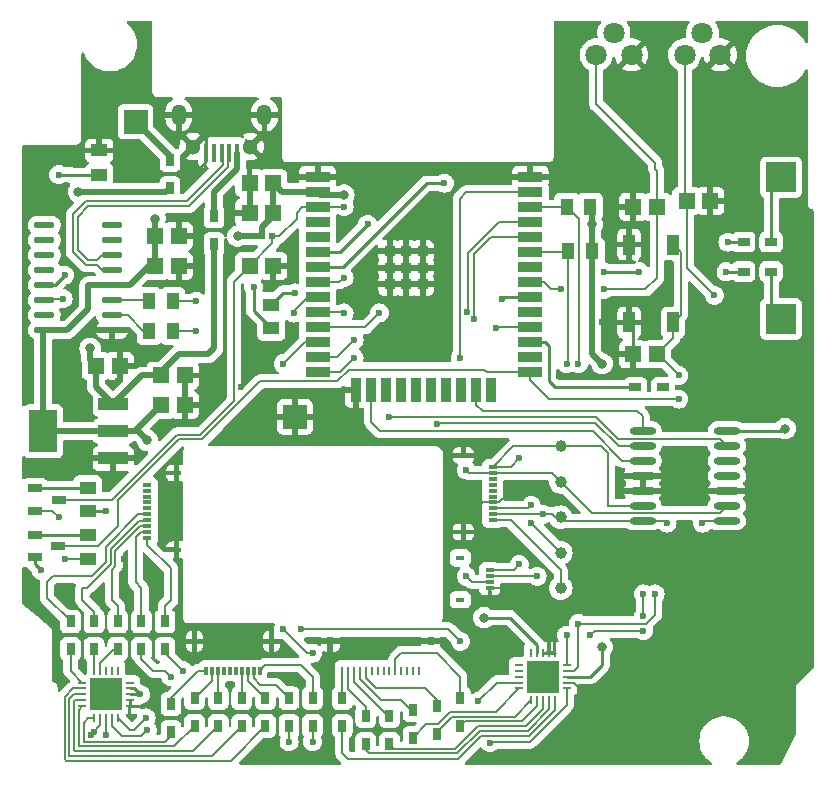
<source format=gbr>
%TF.GenerationSoftware,KiCad,Pcbnew,8.0.4*%
%TF.CreationDate,2025-01-08T21:09:23+00:00*%
%TF.ProjectId,esp32-c,65737033-322d-4632-9e6b-696361645f70,rev?*%
%TF.SameCoordinates,Original*%
%TF.FileFunction,Copper,L1,Top*%
%TF.FilePolarity,Positive*%
%FSLAX46Y46*%
G04 Gerber Fmt 4.6, Leading zero omitted, Abs format (unit mm)*
G04 Created by KiCad (PCBNEW 8.0.4) date 2025-01-08 21:09:23*
%MOMM*%
%LPD*%
G01*
G04 APERTURE LIST*
%TA.AperFunction,ComponentPad*%
%ADD10C,1.800000*%
%TD*%
%TA.AperFunction,SMDPad,CuDef*%
%ADD11R,2.700000X2.700000*%
%TD*%
%TA.AperFunction,SMDPad,CuDef*%
%ADD12R,0.280010X0.800000*%
%TD*%
%TA.AperFunction,SMDPad,CuDef*%
%ADD13R,0.800000X0.280010*%
%TD*%
%TA.AperFunction,SMDPad,CuDef*%
%ADD14R,0.750013X1.000000*%
%TD*%
%TA.AperFunction,SMDPad,CuDef*%
%ADD15R,1.410008X1.350013*%
%TD*%
%TA.AperFunction,SMDPad,CuDef*%
%ADD16R,0.800000X0.450013*%
%TD*%
%TA.AperFunction,SMDPad,CuDef*%
%ADD17R,0.800000X0.300000*%
%TD*%
%TA.AperFunction,SMDPad,CuDef*%
%ADD18C,1.000000*%
%TD*%
%TA.AperFunction,SMDPad,CuDef*%
%ADD19R,2.000000X2.000000*%
%TD*%
%TA.AperFunction,SMDPad,CuDef*%
%ADD20R,1.000000X0.750013*%
%TD*%
%TA.AperFunction,SMDPad,CuDef*%
%ADD21R,0.400000X0.800000*%
%TD*%
%TA.AperFunction,SMDPad,CuDef*%
%ADD22R,0.300000X0.800000*%
%TD*%
%TA.AperFunction,SMDPad,CuDef*%
%ADD23O,1.745009X0.559995*%
%TD*%
%TA.AperFunction,SMDPad,CuDef*%
%ADD24R,1.250013X0.700000*%
%TD*%
%TA.AperFunction,SMDPad,CuDef*%
%ADD25R,1.132537X1.377013*%
%TD*%
%TA.AperFunction,SMDPad,CuDef*%
%ADD26R,2.500000X2.500000*%
%TD*%
%TA.AperFunction,SMDPad,CuDef*%
%ADD27R,0.800000X0.400000*%
%TD*%
%TA.AperFunction,SMDPad,CuDef*%
%ADD28R,0.900000X0.900000*%
%TD*%
%TA.AperFunction,SMDPad,CuDef*%
%ADD29R,2.100000X0.950013*%
%TD*%
%TA.AperFunction,SMDPad,CuDef*%
%ADD30R,0.950013X2.100000*%
%TD*%
%TA.AperFunction,ComponentPad*%
%ADD31C,1.300000*%
%TD*%
%TA.AperFunction,ComponentPad*%
%ADD32O,1.300000X1.800000*%
%TD*%
%TA.AperFunction,SMDPad,CuDef*%
%ADD33R,0.400000X1.600000*%
%TD*%
%TA.AperFunction,SMDPad,CuDef*%
%ADD34R,1.000000X1.700000*%
%TD*%
%TA.AperFunction,SMDPad,CuDef*%
%ADD35R,0.565659X0.540005*%
%TD*%
%TA.AperFunction,SMDPad,CuDef*%
%ADD36R,1.377013X1.132537*%
%TD*%
%TA.AperFunction,SMDPad,CuDef*%
%ADD37R,0.250013X0.800000*%
%TD*%
%TA.AperFunction,SMDPad,CuDef*%
%ADD38R,0.600000X0.800000*%
%TD*%
%TA.AperFunction,SMDPad,CuDef*%
%ADD39O,2.231013X0.602007*%
%TD*%
%TA.AperFunction,SMDPad,CuDef*%
%ADD40R,1.399543X1.000000*%
%TD*%
%TA.AperFunction,SMDPad,CuDef*%
%ADD41R,2.340005X3.600000*%
%TD*%
%TA.AperFunction,SMDPad,CuDef*%
%ADD42R,2.500000X1.100000*%
%TD*%
%TA.AperFunction,ViaPad*%
%ADD43C,0.600000*%
%TD*%
%TA.AperFunction,ViaPad*%
%ADD44C,0.800000*%
%TD*%
%TA.AperFunction,Conductor*%
%ADD45C,0.280000*%
%TD*%
%TA.AperFunction,Conductor*%
%ADD46C,0.200000*%
%TD*%
%TA.AperFunction,Conductor*%
%ADD47C,0.500000*%
%TD*%
G04 APERTURE END LIST*
D10*
%TO.P,U15,1,1*%
%TO.N,GND*%
X163999873Y-74350140D03*
%TO.P,U15,2,2*%
%TO.N,/ESP32/ESP_EN*%
X160999873Y-74350140D03*
%TO.P,U15,3,3*%
%TO.N,unconnected-(U15-Pad3)*%
X162500000Y-72500000D03*
%TD*%
%TO.P,U14,1,1*%
%TO.N,GND*%
X156499873Y-74350140D03*
%TO.P,U14,2,2*%
%TO.N,/ESP32/ESP_MODE*%
X153499873Y-74350140D03*
%TO.P,U14,3,3*%
%TO.N,unconnected-(U14-Pad3)*%
X155000000Y-72500000D03*
%TD*%
D11*
%TO.P,U4,21,EPad*%
%TO.N,unconnected-(U4-EPad-Pad21)*%
X112000000Y-128500000D03*
D12*
%TO.P,U4,20,SDA*%
%TO.N,ESP_I2C_SDA*%
X113000000Y-130500000D03*
%TO.P,U4,19,SCL*%
%TO.N,ESP_I2C_SCL*%
X112499873Y-130500000D03*
%TO.P,U4,18,VDD*%
%TO.N,+3.3V*%
X112000000Y-130500000D03*
%TO.P,U4,17,VSS*%
%TO.N,GND*%
X111499873Y-130500000D03*
%TO.P,U4,16,GP7*%
%TO.N,home*%
X111000000Y-130500000D03*
D13*
%TO.P,U4,15,GP6*%
%TO.N,voldown*%
X110000000Y-129500000D03*
%TO.P,U4,14,GP5*%
%TO.N,volup*%
X110000000Y-128999873D03*
%TO.P,U4,13,GP4*%
%TO.N,display*%
X110000000Y-128500000D03*
%TO.P,U4,12,GP3*%
%TO.N,sound*%
X110000000Y-127999873D03*
%TO.P,U4,11,GP2*%
%TO.N,down*%
X110000000Y-127500000D03*
D12*
%TO.P,U4,10,GP1*%
%TO.N,left*%
X111000000Y-126500000D03*
%TO.P,U4,9,GP0*%
%TO.N,up*%
X111499873Y-126500000D03*
%TO.P,U4,8,NC*%
%TO.N,unconnected-(U4-NC-Pad8)*%
X112000000Y-126500000D03*
%TO.P,U4,7,INT*%
%TO.N,unconnected-(U4-INT-Pad7)*%
X112499873Y-126500000D03*
%TO.P,U4,6,NC*%
%TO.N,unconnected-(U4-NC-Pad6)*%
X113000000Y-126500000D03*
D13*
%TO.P,U4,5,NC*%
%TO.N,unconnected-(U4-NC-Pad5)*%
X114000000Y-127500000D03*
%TO.P,U4,4,RESET*%
%TO.N,+3.3V*%
X114000000Y-127999873D03*
%TO.P,U4,3,A0*%
X114000000Y-128500000D03*
%TO.P,U4,2,A1*%
%TO.N,GND*%
X114000000Y-128999873D03*
%TO.P,U4,1,A2*%
X114000000Y-129500000D03*
%TD*%
D14*
%TO.P,D24,2,A*%
%TO.N,Net-(D24-A)*%
X117000000Y-122327407D03*
%TO.P,D24,1,K*%
%TO.N,L1*%
X117000000Y-124672593D03*
%TD*%
%TO.P,D25,2,A*%
%TO.N,Net-(D25-A)*%
X125500000Y-128827407D03*
%TO.P,D25,1,K*%
%TO.N,sound*%
X125500000Y-131172593D03*
%TD*%
D11*
%TO.P,U1,21,EPad*%
%TO.N,unconnected-(U1-EPad-Pad21)*%
X149000000Y-127000000D03*
D13*
%TO.P,U1,20,SDA*%
%TO.N,ESP_I2C_SDA*%
X151000000Y-126000000D03*
%TO.P,U1,19,SCL*%
%TO.N,ESP_I2C_SCL*%
X151000000Y-126500127D03*
%TO.P,U1,18,VDD*%
%TO.N,+3.3V*%
X151000000Y-127000000D03*
%TO.P,U1,17,VSS*%
%TO.N,GND*%
X151000000Y-127500127D03*
%TO.P,U1,16,GP7*%
%TO.N,L1*%
X151000000Y-128000000D03*
D12*
%TO.P,U1,15,GP6*%
%TO.N,square*%
X150000000Y-129000000D03*
%TO.P,U1,14,GP5*%
%TO.N,r1*%
X149499873Y-129000000D03*
%TO.P,U1,13,GP4*%
%TO.N,triangle*%
X149000000Y-129000000D03*
%TO.P,U1,12,GP3*%
%TO.N,power*%
X148499873Y-129000000D03*
%TO.P,U1,11,GP2*%
%TO.N,cross*%
X148000000Y-129000000D03*
D13*
%TO.P,U1,10,GP1*%
%TO.N,circle*%
X147000000Y-128000000D03*
%TO.P,U1,9,GP0*%
%TO.N,right*%
X147000000Y-127500127D03*
%TO.P,U1,8,NC*%
%TO.N,unconnected-(U1-NC-Pad8)*%
X147000000Y-127000000D03*
%TO.P,U1,7,INT*%
%TO.N,unconnected-(U1-INT-Pad7)*%
X147000000Y-126500127D03*
%TO.P,U1,6,NC*%
%TO.N,unconnected-(U1-NC-Pad6)*%
X147000000Y-126000000D03*
D12*
%TO.P,U1,5,NC*%
%TO.N,unconnected-(U1-NC-Pad5)*%
X148000000Y-125000000D03*
%TO.P,U1,4,RESET*%
%TO.N,+3.3V*%
X148499873Y-125000000D03*
%TO.P,U1,3,A0*%
%TO.N,GND*%
X149000000Y-125000000D03*
%TO.P,U1,2,A1*%
X149499873Y-125000000D03*
%TO.P,U1,1,A2*%
X150000000Y-125000000D03*
%TD*%
D15*
%TO.P,C11,2,2*%
%TO.N,+3.3V*%
X126154814Y-85209652D03*
%TO.P,C11,1,1*%
%TO.N,GND*%
X124154814Y-85209652D03*
%TD*%
%TO.P,C1,2,2*%
%TO.N,Net-(D2-K)*%
X111154814Y-100709652D03*
%TO.P,C1,1,1*%
%TO.N,GND*%
X113154814Y-100709652D03*
%TD*%
D14*
%TO.P,D10,2,A*%
%TO.N,Net-(D10-A)*%
X138000000Y-129827407D03*
%TO.P,D10,1,K*%
%TO.N,circle*%
X138000000Y-132172593D03*
%TD*%
D16*
%TO.P,U7,6,6*%
%TO.N,unconnected-(U7-Pad6)*%
X142000000Y-116950088D03*
%TO.P,U7,5,5*%
%TO.N,unconnected-(U7-Pad5)*%
X142000000Y-120500000D03*
D17*
%TO.P,U7,4,4*%
%TO.N,GND*%
X144495046Y-119474853D03*
%TO.P,U7,3,3*%
%TO.N,/PSP Pins 2K/PSP_x*%
X144495046Y-118974980D03*
%TO.P,U7,2,2*%
%TO.N,/PSP Pins 2K/+V*%
X144495046Y-118474853D03*
%TO.P,U7,1,1*%
%TO.N,/PSP Pins 2K/PSP_y*%
X144495046Y-117974980D03*
%TD*%
D14*
%TO.P,D27,2,A*%
%TO.N,Net-(D27-A)*%
X121500000Y-128827407D03*
%TO.P,D27,1,K*%
%TO.N,volup*%
X121500000Y-131172593D03*
%TD*%
%TO.P,D20,2,A*%
%TO.N,Net-(D20-A)*%
X127500000Y-128827407D03*
%TO.P,D20,1,K*%
%TO.N,PSP_SELECT*%
X127500000Y-131172593D03*
%TD*%
D18*
%TO.P,TP2,1,1*%
%TO.N,/PSP Pins 2K/PSP_x*%
X150500000Y-110500000D03*
%TD*%
D19*
%TO.P,TP17,1,1*%
%TO.N,+5V*%
X114500000Y-80000000D03*
%TD*%
D14*
%TO.P,D5,2,A*%
%TO.N,Net-(D5-A)*%
X111000000Y-122327407D03*
%TO.P,D5,1,K*%
%TO.N,left*%
X111000000Y-124672593D03*
%TD*%
D20*
%TO.P,D21,2,A*%
%TO.N,Net-(D21-A)*%
X168327407Y-92709652D03*
%TO.P,D21,1,K*%
%TO.N,/ESP32/ESPPowerDetect*%
X165982221Y-92709652D03*
%TD*%
D18*
%TO.P,TP8,1,1*%
%TO.N,/PSP Pins 2K/Annalog_y*%
X150500000Y-119500000D03*
%TD*%
D14*
%TO.P,D6,2,A*%
%TO.N,Net-(D6-A)*%
X109000000Y-122327407D03*
%TO.P,D6,1,K*%
%TO.N,down*%
X109000000Y-124672593D03*
%TD*%
D15*
%TO.P,C9,2,2*%
%TO.N,Net-(D2-K)*%
X116654814Y-101500000D03*
%TO.P,C9,1,1*%
%TO.N,GND*%
X118654814Y-101500000D03*
%TD*%
D19*
%TO.P,TP4,1,1*%
%TO.N,GND*%
X128000000Y-105000000D03*
%TD*%
D21*
%TO.P,U10,12,12*%
%TO.N,GND*%
X126000128Y-123999872D03*
%TO.P,U10,11,11*%
X119500000Y-123999872D03*
D22*
%TO.P,U10,10,10*%
%TO.N,Net-(D29-A)*%
X120500000Y-126500000D03*
%TO.P,U10,9,9*%
%TO.N,Net-(D28-A)*%
X121000128Y-126500000D03*
%TO.P,U10,8,8*%
%TO.N,Net-(D27-A)*%
X121500000Y-126500000D03*
%TO.P,U10,7,7*%
%TO.N,unconnected-(U10-Pad7)*%
X122000128Y-126500000D03*
%TO.P,U10,6,6*%
%TO.N,unconnected-(U10-Pad6)*%
X122500000Y-126500000D03*
%TO.P,U10,5,5*%
%TO.N,unconnected-(U10-Pad5)*%
X123000128Y-126500000D03*
%TO.P,U10,4,4*%
%TO.N,Net-(D26-A)*%
X123500000Y-126500000D03*
%TO.P,U10,3,3*%
%TO.N,Net-(D25-A)*%
X124000128Y-126500000D03*
%TO.P,U10,2,2*%
%TO.N,Net-(D20-A)*%
X124500000Y-126500000D03*
%TO.P,U10,1,1*%
%TO.N,Net-(D1-A)*%
X125000128Y-126500000D03*
%TD*%
D23*
%TO.P,U2,16,VCC*%
%TO.N,+3.3V*%
X106782322Y-97654661D03*
%TO.P,U2,15,R232*%
%TO.N,unconnected-(U2-R232-Pad15)*%
X106782322Y-96384658D03*
%TO.P,U2,14,RTS#*%
%TO.N,RTS_PROG*%
X106782322Y-95114656D03*
%TO.P,U2,13,DTR#*%
%TO.N,DTR_PROG*%
X106782322Y-93844653D03*
%TO.P,U2,12,DCD#*%
%TO.N,unconnected-(U2-DCD#-Pad12)*%
X106782322Y-92574651D03*
%TO.P,U2,11,RI#*%
%TO.N,unconnected-(U2-RI#-Pad11)*%
X106782322Y-91304648D03*
%TO.P,U2,10,DSR#*%
%TO.N,unconnected-(U2-DSR#-Pad10)*%
X106782322Y-90034646D03*
%TO.P,U2,9,CTS#*%
%TO.N,unconnected-(U2-CTS#-Pad9)*%
X106782322Y-88764643D03*
%TO.P,U2,8,OUT#*%
%TO.N,unconnected-(U2-OUT#-Pad8)*%
X112527306Y-88764643D03*
%TO.P,U2,7,NC.*%
%TO.N,unconnected-(U2-NC.-Pad7)*%
X112527306Y-90034646D03*
%TO.P,U2,6,UD-*%
%TO.N,/USB Serial & Power/USBD-*%
X112527306Y-91304648D03*
%TO.P,U2,5,UD+*%
%TO.N,/USB Serial & Power/USBD+*%
X112527306Y-92574651D03*
%TO.P,U2,4,V3*%
%TO.N,+3.3V*%
X112527306Y-93844653D03*
%TO.P,U2,3,RXD*%
%TO.N,Net-(U2-RXD)*%
X112527306Y-95114656D03*
%TO.P,U2,2,TXD*%
%TO.N,Net-(U2-TXD)*%
X112527306Y-96384658D03*
%TO.P,U2,1,GND*%
%TO.N,GND*%
X112527306Y-97654661D03*
%TD*%
D18*
%TO.P,TP3,1,1*%
%TO.N,/PSP Pins 2K/+V*%
X150500000Y-113500000D03*
%TD*%
D24*
%TO.P,U8,3,C*%
%TO.N,/ESP32/ESP_BOOT*%
X107949962Y-115949962D03*
%TO.P,U8,2,E*%
%TO.N,DTR_PROG*%
X105949962Y-116899924D03*
%TO.P,U8,1,B*%
%TO.N,Net-(U8-B)*%
X105949962Y-115000000D03*
%TD*%
D25*
%TO.P,R5,2,2*%
%TO.N,+3.3V*%
X153000000Y-87209652D03*
%TO.P,R5,1,1*%
%TO.N,ESP_I2C_SCL*%
X151000000Y-87209652D03*
%TD*%
D26*
%TO.P,TP5,1,1*%
%TO.N,Net-(D21-A)*%
X169154814Y-96709652D03*
%TD*%
D15*
%TO.P,C12,2,2*%
%TO.N,+3.3V*%
X116154814Y-89709652D03*
%TO.P,C12,1,1*%
%TO.N,GND*%
X118154814Y-89709652D03*
%TD*%
D27*
%TO.P,U6,12,12*%
%TO.N,GND*%
X118000128Y-116250064D03*
%TO.P,U6,11,11*%
X118000128Y-109749936D03*
D17*
%TO.P,U6,10,10*%
%TO.N,unconnected-(U6-Pad10)*%
X115500000Y-110749936D03*
%TO.P,U6,9,9*%
%TO.N,unconnected-(U6-Pad9)*%
X115500000Y-111250064D03*
%TO.P,U6,8,8*%
%TO.N,unconnected-(U6-Pad8)*%
X115500000Y-111749936D03*
%TO.P,U6,7,7*%
%TO.N,unconnected-(U6-Pad7)*%
X115500000Y-112250064D03*
%TO.P,U6,6,6*%
%TO.N,unconnected-(U6-Pad6)*%
X115500000Y-112749936D03*
%TO.P,U6,5,5*%
%TO.N,Net-(D6-A)*%
X115500000Y-113250064D03*
%TO.P,U6,4,4*%
%TO.N,Net-(D5-A)*%
X115500000Y-113749936D03*
%TO.P,U6,3,3*%
%TO.N,Net-(D4-A)*%
X115500000Y-114250064D03*
%TO.P,U6,2,2*%
%TO.N,Net-(D3-A)*%
X115500000Y-114749936D03*
%TO.P,U6,1,1*%
%TO.N,Net-(D24-A)*%
X115500000Y-115250064D03*
%TD*%
D14*
%TO.P,D2,2,A*%
%TO.N,+5V*%
X117419477Y-83277089D03*
%TO.P,D2,1,K*%
%TO.N,Net-(D2-K)*%
X117419477Y-85622275D03*
%TD*%
D15*
%TO.P,C8,2,2*%
%TO.N,+3.3V*%
X126154814Y-87709652D03*
%TO.P,C8,1,1*%
%TO.N,GND*%
X124154814Y-87709652D03*
%TD*%
D28*
%TO.P,U12,39,GND*%
%TO.N,GND*%
X136019299Y-93790678D03*
X137419350Y-93790678D03*
X138819401Y-93790678D03*
X136019299Y-92390627D03*
X137419096Y-92390627D03*
X138819401Y-92390627D03*
X136019299Y-90990577D03*
X137419350Y-90990577D03*
X138819401Y-90990577D03*
D29*
%TO.P,U12,38,GND*%
X147919477Y-84709652D03*
%TO.P,U12,37,IO23*%
%TO.N,PSP_START*%
X147919477Y-85979655D03*
%TO.P,U12,36,IO22*%
%TO.N,ESP_I2C_SCL*%
X147919477Y-87249657D03*
%TO.P,U12,35,TXD0*%
%TO.N,UART_RX*%
X147919477Y-88519660D03*
%TO.P,U12,34,RXD0*%
%TO.N,UART_TX*%
X147919477Y-89789662D03*
%TO.P,U12,33,IO21*%
%TO.N,ESP_I2C_SDA*%
X147919477Y-91059665D03*
%TO.P,U12,32,NC*%
%TO.N,unconnected-(U12-NC-Pad32)*%
X147919477Y-92329667D03*
%TO.P,U12,31,IO19*%
%TO.N,/ESP32/ESP_MODE*%
X147919477Y-93599670D03*
%TO.P,U12,30,IO18*%
%TO.N,/ESP32/LEDIndicator*%
X147919477Y-94869672D03*
%TO.P,U12,29,IO5*%
%TO.N,unconnected-(U12-IO5-Pad29)*%
X147919477Y-96139675D03*
%TO.P,U12,28,IO17*%
%TO.N,PSP_SELECT*%
X147919477Y-97409677D03*
%TO.P,U12,27,IO16*%
%TO.N,GPIO_GND*%
X147919477Y-98679680D03*
%TO.P,U12,26,IO4*%
%TO.N,unconnected-(U12-IO4-Pad26)*%
X147919477Y-99949682D03*
%TO.P,U12,25,IO0*%
%TO.N,/ESP32/ESP_BOOT*%
X147919477Y-101219685D03*
D30*
%TO.P,U12,24,IO2*%
%TO.N,unconnected-(U12-IO2-Pad24)*%
X144634488Y-102714732D03*
%TO.P,U12,23,IO15*%
%TO.N,ESP_SPI_CS*%
X143364486Y-102714732D03*
%TO.P,U12,22,NC*%
%TO.N,unconnected-(U12-NC-Pad22)*%
X142094483Y-102714732D03*
%TO.P,U12,21,NC*%
%TO.N,unconnected-(U12-NC-Pad21)*%
X140824481Y-102714732D03*
%TO.P,U12,20,NC*%
%TO.N,unconnected-(U12-NC-Pad20)*%
X139554478Y-102714732D03*
%TO.P,U12,19,NC*%
%TO.N,unconnected-(U12-NC-Pad19)*%
X138284476Y-102714732D03*
%TO.P,U12,18,NC*%
%TO.N,unconnected-(U12-NC-Pad18)*%
X137014473Y-102714732D03*
%TO.P,U12,17,NC*%
%TO.N,unconnected-(U12-NC-Pad17)*%
X135744471Y-102714732D03*
%TO.P,U12,16,IO13*%
%TO.N,ESP_SPI_MOSI*%
X134474468Y-102714732D03*
%TO.P,U12,15,GND*%
%TO.N,GND*%
X133204466Y-102714732D03*
D29*
%TO.P,U12,14,IO12*%
%TO.N,ESP_SPI_MISO*%
X129919223Y-101219685D03*
%TO.P,U12,13,IO14*%
%TO.N,ESP_SPI_SCLK*%
X129919223Y-99949682D03*
%TO.P,U12,12,IO27*%
%TO.N,Net-(U12-IO27)*%
X129919223Y-98679680D03*
%TO.P,U12,11,IO26*%
%TO.N,Net-(U12-IO26)*%
X129919223Y-97409677D03*
%TO.P,U12,10,IO25*%
%TO.N,Net-(U12-IO25)*%
X129919223Y-96139675D03*
%TO.P,U12,9,IO33*%
%TO.N,Net-(U12-IO33)*%
X129919223Y-94869672D03*
%TO.P,U12,8,IO32*%
%TO.N,Net-(U12-IO32)*%
X129919223Y-93599670D03*
%TO.P,U12,7,IO35*%
%TO.N,/ESP32/ESPScreenDetect*%
X129919223Y-92329667D03*
%TO.P,U12,6,IO34*%
%TO.N,/ESP32/ESPPowerDetect*%
X129919223Y-91059665D03*
%TO.P,U12,5,SENSOR_VN*%
%TO.N,unconnected-(U12-SENSOR_VN-Pad5)*%
X129919223Y-89789662D03*
%TO.P,U12,4,SENSOR_VP*%
%TO.N,unconnected-(U12-SENSOR_VP-Pad4)*%
X129919223Y-88519660D03*
%TO.P,U12,3,EN*%
%TO.N,/ESP32/ESP_EN*%
X129919223Y-87249657D03*
%TO.P,U12,2,3V3*%
%TO.N,+3.3V*%
X129919223Y-85979655D03*
%TO.P,U12,1,GND*%
%TO.N,GND*%
X129919223Y-84709652D03*
%TD*%
D14*
%TO.P,D29,2,A*%
%TO.N,Net-(D29-A)*%
X117500000Y-129327407D03*
%TO.P,D29,1,K*%
%TO.N,home*%
X117500000Y-131672593D03*
%TD*%
%TO.P,D11,2,A*%
%TO.N,Net-(D11-A)*%
X140000000Y-129500000D03*
%TO.P,D11,1,K*%
%TO.N,cross*%
X140000000Y-131845186D03*
%TD*%
D31*
%TO.P,USB1,9,SH4*%
%TO.N,GND*%
X124219579Y-82119735D03*
D32*
%TO.P,USB1,8,SH3*%
X125419477Y-79449682D03*
%TO.P,USB1,7,SH2*%
X118169795Y-79449682D03*
D31*
%TO.P,USB1,6,SH1*%
X119369693Y-82119989D03*
D33*
%TO.P,USB1,5,GND*%
X120494661Y-82642468D03*
%TO.P,USB1,4,ID*%
%TO.N,unconnected-(USB1-ID-Pad4)*%
X121144649Y-82642468D03*
%TO.P,USB1,3,D+*%
%TO.N,/USB Serial & Power/USBD+*%
X121794636Y-82642468D03*
%TO.P,USB1,2,D-*%
%TO.N,/USB Serial & Power/USBD-*%
X122444623Y-82642468D03*
%TO.P,USB1,1,VBUS*%
%TO.N,VBUS*%
X123094611Y-82642468D03*
%TD*%
D18*
%TO.P,TP7,1,1*%
%TO.N,/PSP Pins 2K/Analog_x*%
X150500000Y-116500000D03*
%TD*%
D25*
%TO.P,R4,2,2*%
%TO.N,+3.3V*%
X153154814Y-91000000D03*
%TO.P,R4,1,1*%
%TO.N,ESP_I2C_SDA*%
X151154814Y-91000000D03*
%TD*%
D34*
%TO.P,BOOT1,4,D*%
%TO.N,/ESP32/ESP_BOOT*%
X160005005Y-90409677D03*
%TO.P,BOOT1,3,C*%
X160005030Y-97009627D03*
%TO.P,BOOT1,2,B*%
%TO.N,GND*%
X156304598Y-90409677D03*
%TO.P,BOOT1,1,A*%
X156304623Y-97009627D03*
%TD*%
D20*
%TO.P,D13,2,A*%
%TO.N,Net-(D13-A)*%
X159172593Y-102500000D03*
%TO.P,D13,1,K*%
%TO.N,GPIO_GND*%
X156827407Y-102500000D03*
%TD*%
D15*
%TO.P,C4,2,2*%
%TO.N,/ESP32/ESP_EN*%
X161154814Y-86709652D03*
%TO.P,C4,1,1*%
%TO.N,GND*%
X163154814Y-86709652D03*
%TD*%
D35*
%TO.P,R7,2,2*%
%TO.N,+3.3V*%
X125221997Y-89709652D03*
%TO.P,R7,1,1*%
%TO.N,/ESP32/ESP_EN*%
X126087631Y-89709652D03*
%TD*%
D25*
%TO.P,R1,2,2*%
%TO.N,Net-(U2-TXD)*%
X115654814Y-97709652D03*
%TO.P,R1,1,1*%
%TO.N,UART_TX*%
X117654814Y-97709652D03*
%TD*%
D36*
%TO.P,R9,2,2*%
%TO.N,/ESP32/LEDIndicator*%
X126000000Y-95500000D03*
%TO.P,R9,1,1*%
%TO.N,Net-(JP1-B)*%
X126000000Y-97500000D03*
%TD*%
%TO.P,R2,2,2*%
%TO.N,Net-(U3-B)*%
X110449962Y-111000000D03*
%TO.P,R2,1,1*%
%TO.N,DTR_PROG*%
X110449962Y-113000000D03*
%TD*%
D14*
%TO.P,D9,2,A*%
%TO.N,Net-(D9-A)*%
X136000000Y-130327407D03*
%TO.P,D9,1,K*%
%TO.N,triangle*%
X136000000Y-132672593D03*
%TD*%
%TO.P,D3,2,A*%
%TO.N,Net-(D3-A)*%
X115000000Y-122327407D03*
%TO.P,D3,1,K*%
%TO.N,right*%
X115000000Y-124672593D03*
%TD*%
D26*
%TO.P,TP6,1,1*%
%TO.N,Net-(D22-A)*%
X169154814Y-84709652D03*
%TD*%
D14*
%TO.P,D26,2,A*%
%TO.N,Net-(D26-A)*%
X123500000Y-128827407D03*
%TO.P,D26,1,K*%
%TO.N,display*%
X123500000Y-131172593D03*
%TD*%
%TO.P,D1,2,A*%
%TO.N,Net-(D1-A)*%
X129500000Y-128827407D03*
%TO.P,D1,1,K*%
%TO.N,PSP_START*%
X129500000Y-131172593D03*
%TD*%
D36*
%TO.P,R3,2,2*%
%TO.N,Net-(U8-B)*%
X110449962Y-115000000D03*
%TO.P,R3,1,1*%
%TO.N,RTS_PROG*%
X110449962Y-117000000D03*
%TD*%
D14*
%TO.P,D8,2,A*%
%TO.N,Net-(D8-A)*%
X134000000Y-130327407D03*
%TO.P,D8,1,K*%
%TO.N,r1*%
X134000000Y-132672593D03*
%TD*%
D37*
%TO.P,U13,14,14*%
%TO.N,Net-(D7-A)*%
X132000000Y-126500128D03*
%TO.P,U13,13,13*%
%TO.N,Net-(D8-A)*%
X132500128Y-126500128D03*
%TO.P,U13,12,12*%
%TO.N,Net-(D9-A)*%
X133000000Y-126500128D03*
%TO.P,U13,11,11*%
%TO.N,Net-(D10-A)*%
X133500128Y-126500128D03*
%TO.P,U13,10,10*%
%TO.N,Net-(D11-A)*%
X134000000Y-126500128D03*
%TO.P,U13,9,9*%
%TO.N,unconnected-(U13-Pad9)*%
X134500128Y-126500128D03*
%TO.P,U13,8,8*%
%TO.N,unconnected-(U13-Pad8)*%
X135000000Y-126500128D03*
%TO.P,U13,7,7*%
%TO.N,unconnected-(U13-Pad7)*%
X135500128Y-126500128D03*
%TO.P,U13,6,6*%
%TO.N,unconnected-(U13-Pad6)*%
X136000000Y-126500128D03*
%TO.P,U13,5,5*%
%TO.N,Net-(D12-A)*%
X136500128Y-126500128D03*
%TO.P,U13,4,4*%
%TO.N,unconnected-(U13-Pad4)*%
X137000000Y-126500128D03*
%TO.P,U13,3,3*%
%TO.N,unconnected-(U13-Pad3)*%
X137500128Y-126500128D03*
%TO.P,U13,2,2*%
%TO.N,unconnected-(U13-Pad2)*%
X138000000Y-126500128D03*
%TO.P,U13,1,1*%
%TO.N,unconnected-(U13-Pad1)*%
X138500128Y-126500128D03*
D38*
%TO.P,U13,0,0*%
%TO.N,GND*%
X131000000Y-124000000D03*
X139500128Y-124000000D03*
%TD*%
D14*
%TO.P,D4,2,A*%
%TO.N,Net-(D4-A)*%
X113000000Y-122327407D03*
%TO.P,D4,1,K*%
%TO.N,up*%
X113000000Y-124672593D03*
%TD*%
D39*
%TO.P,U5,14,VDD*%
%TO.N,+3.3V*%
X164565405Y-106189992D03*
%TO.P,U5,13,SO*%
%TO.N,ESP_SPI_MISO*%
X164565405Y-107459995D03*
%TO.P,U5,12,SHDN#*%
%TO.N,unconnected-(U5-SHDN#-Pad12)*%
X164565405Y-108729997D03*
%TO.P,U5,11,RS#*%
%TO.N,unconnected-(U5-RS#-Pad11)*%
X164565405Y-110000000D03*
%TO.P,U5,10,PB0*%
%TO.N,GND*%
X164565405Y-111270003D03*
%TO.P,U5,9,PW0*%
%TO.N,/PSP Pins 2K/PSP_x*%
X164565405Y-112540005D03*
%TO.P,U5,8,PA0*%
%TO.N,/PSP Pins 2K/+V*%
X164565405Y-113810008D03*
%TO.P,U5,7,PA1*%
X157434595Y-113810008D03*
%TO.P,U5,6,PW1*%
%TO.N,/PSP Pins 2K/PSP_y*%
X157434595Y-112540005D03*
%TO.P,U5,5,PB1*%
%TO.N,GND*%
X157434595Y-111270003D03*
%TO.P,U5,4,VSS*%
X157434595Y-110000000D03*
%TO.P,U5,3,SI*%
%TO.N,ESP_SPI_MOSI*%
X157434595Y-108729997D03*
%TO.P,U5,2,SCK*%
%TO.N,ESP_SPI_SCLK*%
X157434595Y-107459995D03*
%TO.P,U5,1,CS#*%
%TO.N,ESP_SPI_CS*%
X157434595Y-106189992D03*
%TD*%
D15*
%TO.P,C13,2,2*%
%TO.N,/ESP32/ESP_EN*%
X124154814Y-92209652D03*
%TO.P,C13,1,1*%
%TO.N,GND*%
X126154814Y-92209652D03*
%TD*%
D27*
%TO.P,U11,12,12*%
%TO.N,GND*%
X142249936Y-108249936D03*
%TO.P,U11,11,11*%
X142249936Y-114750064D03*
D17*
%TO.P,U11,10,10*%
%TO.N,/PSP Pins 2K/Annalog_y*%
X144750064Y-113750064D03*
%TO.P,U11,9,9*%
%TO.N,/PSP Pins 2K/+V*%
X144750064Y-113249936D03*
%TO.P,U11,8,8*%
%TO.N,/PSP Pins 2K/Analog_x*%
X144750064Y-112750064D03*
%TO.P,U11,7,7*%
%TO.N,GND*%
X144750064Y-112249936D03*
%TO.P,U11,6,6*%
%TO.N,unconnected-(U11-Pad6)*%
X144750064Y-111750064D03*
%TO.P,U11,5,5*%
%TO.N,unconnected-(U11-Pad5)*%
X144750064Y-111249936D03*
%TO.P,U11,4,4*%
%TO.N,unconnected-(U11-Pad4)*%
X144750064Y-110750064D03*
%TO.P,U11,3,3*%
%TO.N,unconnected-(U11-Pad3)*%
X144750064Y-110249936D03*
%TO.P,U11,2,2*%
%TO.N,/PSP Pins 2K/PSP_x*%
X144750064Y-109750064D03*
%TO.P,U11,1,1*%
%TO.N,/PSP Pins 2K/PSP_y*%
X144750064Y-109249936D03*
%TD*%
D15*
%TO.P,C2,2,2*%
%TO.N,/ESP32/ESP_MODE*%
X158654814Y-87209652D03*
%TO.P,C2,1,1*%
%TO.N,GND*%
X156654814Y-87209652D03*
%TD*%
%TO.P,C6,2,2*%
%TO.N,+3.3V*%
X116654814Y-104000000D03*
%TO.P,C6,1,1*%
%TO.N,GND*%
X118654814Y-104000000D03*
%TD*%
D20*
%TO.P,D22,2,A*%
%TO.N,Net-(D22-A)*%
X168327407Y-90209652D03*
%TO.P,D22,1,K*%
%TO.N,/ESP32/ESPScreenDetect*%
X165982221Y-90209652D03*
%TD*%
D15*
%TO.P,C10,2,2*%
%TO.N,/ESP32/ESP_BOOT*%
X158654814Y-99709652D03*
%TO.P,C10,1,1*%
%TO.N,GND*%
X156654814Y-99709652D03*
%TD*%
D40*
%TO.P,LED1,2,-*%
%TO.N,GND*%
X111419477Y-82449682D03*
%TO.P,LED1,1,+*%
%TO.N,Net-(JP1-A)*%
X111419477Y-84550266D03*
%TD*%
D14*
%TO.P,D23,2,A*%
%TO.N,VBUS*%
X121154814Y-88037059D03*
%TO.P,D23,1,K*%
%TO.N,Net-(D2-K)*%
X121154814Y-90382245D03*
%TD*%
%TO.P,D28,2,A*%
%TO.N,Net-(D28-A)*%
X119500000Y-128827407D03*
%TO.P,D28,1,K*%
%TO.N,voldown*%
X119500000Y-131172593D03*
%TD*%
D25*
%TO.P,R10,2,2*%
%TO.N,Net-(U2-RXD)*%
X115654814Y-95209652D03*
%TO.P,R10,1,1*%
%TO.N,UART_RX*%
X117654814Y-95209652D03*
%TD*%
D15*
%TO.P,C5,2,2*%
%TO.N,+3.3V*%
X116154814Y-92209652D03*
%TO.P,C5,1,1*%
%TO.N,GND*%
X118154814Y-92209652D03*
%TD*%
D24*
%TO.P,U3,3,C*%
%TO.N,/ESP32/ESP_EN*%
X108000000Y-112000000D03*
%TO.P,U3,2,E*%
%TO.N,RTS_PROG*%
X106000000Y-112949962D03*
%TO.P,U3,1,B*%
%TO.N,Net-(U3-B)*%
X106000000Y-111050038D03*
%TD*%
D14*
%TO.P,D7,2,A*%
%TO.N,Net-(D7-A)*%
X132000000Y-128827407D03*
%TO.P,D7,1,K*%
%TO.N,square*%
X132000000Y-131172593D03*
%TD*%
D41*
%TO.P,U9,4,VOUT*%
%TO.N,+3.3V*%
X106684837Y-106209652D03*
D42*
%TO.P,U9,3,VIN*%
%TO.N,Net-(D2-K)*%
X112624766Y-103909677D03*
%TO.P,U9,2,VOUT*%
%TO.N,+3.3V*%
X112624766Y-106209652D03*
%TO.P,U9,1,GND*%
%TO.N,GND*%
X112624766Y-108509627D03*
%TD*%
D14*
%TO.P,D12,2,A*%
%TO.N,Net-(D12-A)*%
X142000000Y-128827407D03*
%TO.P,D12,1,K*%
%TO.N,power*%
X142000000Y-131172593D03*
%TD*%
D18*
%TO.P,TP1,1,1*%
%TO.N,/PSP Pins 2K/PSP_y*%
X150500000Y-107500000D03*
%TD*%
D43*
%TO.N,/ESP32/ESP_EN*%
X132154814Y-87209652D03*
X163500000Y-94709652D03*
%TO.N,GND*%
X113000000Y-102000000D03*
X116500000Y-118500000D03*
X110700000Y-131900000D03*
X134419477Y-91949682D03*
X116000000Y-121000000D03*
X148500000Y-111000000D03*
X127919477Y-93449682D03*
D44*
X130500000Y-105000000D03*
D43*
X115500000Y-99500000D03*
X165500000Y-95500000D03*
X120500000Y-104000000D03*
X108500000Y-120500000D03*
X155500000Y-111500000D03*
X170500000Y-101000000D03*
X128000000Y-103000000D03*
X139419477Y-89449682D03*
X132919477Y-84449682D03*
X150919477Y-77449682D03*
X113919477Y-98949682D03*
X152500000Y-129500000D03*
X111500000Y-120500000D03*
X137419477Y-89449682D03*
X148500000Y-122500000D03*
X114500000Y-76000000D03*
D44*
X123000000Y-106500000D03*
D43*
X165919477Y-77949682D03*
D44*
X106000000Y-109500000D03*
D43*
X150919477Y-82949682D03*
X154419477Y-98449682D03*
X122419477Y-91449682D03*
X114419477Y-83449682D03*
D44*
X128000000Y-107000000D03*
D43*
X127419477Y-90449682D03*
X118000000Y-108500000D03*
D44*
X110000000Y-108500000D03*
D43*
X165919477Y-84449682D03*
D44*
X120000000Y-92000000D03*
D43*
X109919477Y-104449682D03*
X111000000Y-79000000D03*
X146000000Y-123500000D03*
X163500000Y-96500000D03*
D44*
X119500000Y-88000000D03*
D43*
X143500000Y-123500000D03*
D44*
X125500000Y-105000000D03*
D43*
X168000000Y-131500000D03*
X169500000Y-125000000D03*
X170000000Y-122000000D03*
X158419477Y-77449682D03*
X113500000Y-117000000D03*
X123419477Y-102449682D03*
D44*
X122500000Y-87000000D03*
D43*
X136419477Y-84449682D03*
X145000000Y-84000000D03*
D44*
X112500000Y-110500000D03*
D43*
X105500000Y-84500000D03*
X154000000Y-97000000D03*
X120500000Y-101500000D03*
X146000000Y-111500000D03*
X140500000Y-93500000D03*
X132419477Y-88449682D03*
X157919477Y-97949682D03*
X109419477Y-100449682D03*
D44*
X105500000Y-103000000D03*
D43*
X155500000Y-110000000D03*
D44*
X133000000Y-106500000D03*
D43*
X140419477Y-90949682D03*
%TO.N,+3.3V*%
X114900000Y-128500000D03*
D44*
X115500000Y-107000000D03*
X144000000Y-122000000D03*
X132154814Y-86209652D03*
X154000000Y-100500000D03*
X154000000Y-124500000D03*
D43*
X112000000Y-131900000D03*
D44*
X169500000Y-106000000D03*
X153154814Y-88709652D03*
X116154814Y-88209652D03*
X123154814Y-89709652D03*
%TO.N,Net-(D2-K)*%
X109654814Y-85949682D03*
X110654814Y-99209652D03*
D43*
%TO.N,PSP_START*%
X142000000Y-100000000D03*
X129500000Y-132500000D03*
%TO.N,Net-(JP1-B)*%
X124500000Y-94000000D03*
%TO.N,/PSP Pins 2K/PSP_x*%
X142500000Y-118500000D03*
X142500000Y-109500000D03*
%TO.N,/PSP Pins 2K/+V*%
X149000000Y-113250445D03*
X162500000Y-114000000D03*
X159500000Y-114000000D03*
X148500000Y-118500000D03*
%TO.N,RTS_PROG*%
X108500000Y-117000000D03*
X108360000Y-95000000D03*
X108000000Y-113500000D03*
%TO.N,/ESP32/ESP_BOOT*%
X160500000Y-101500000D03*
X160500000Y-103500000D03*
%TO.N,DTR_PROG*%
X112000000Y-113000000D03*
X108500000Y-93000000D03*
X106500000Y-118000000D03*
%TO.N,UART_TX*%
X143154814Y-96709652D03*
X119654814Y-97709652D03*
%TO.N,ESP_I2C_SDA*%
X151000000Y-123500000D03*
X129500000Y-125000000D03*
X115400000Y-130500000D03*
X127000000Y-123000000D03*
X151000000Y-100500000D03*
X157500000Y-123100000D03*
X157500000Y-121900000D03*
X153000000Y-123500000D03*
X157500000Y-120000000D03*
%TO.N,UART_RX*%
X142554814Y-96143965D03*
X119654814Y-95209652D03*
%TO.N,ESP_I2C_SCL*%
X152000000Y-122500000D03*
X142000000Y-124000000D03*
X158500000Y-120000000D03*
X152000000Y-100500000D03*
X128500000Y-123000000D03*
X115500000Y-131500000D03*
%TO.N,ESP_SPI_MISO*%
X136000000Y-105000000D03*
X133000000Y-100000000D03*
%TO.N,ESP_SPI_SCLK*%
X133000000Y-98500000D03*
X140000000Y-105600000D03*
%TO.N,/ESP32/ESPScreenDetect*%
X140654814Y-85209652D03*
X164654814Y-90209652D03*
%TO.N,/ESP32/LEDIndicator*%
X145500000Y-95000000D03*
X128000000Y-94500000D03*
%TO.N,Net-(U12-IO27)*%
X127000000Y-100500000D03*
%TO.N,/ESP32/ESP_MODE*%
X154154814Y-94209652D03*
X150500000Y-94209652D03*
%TO.N,Net-(U12-IO26)*%
X135154814Y-96209652D03*
%TO.N,Net-(U12-IO25)*%
X132154814Y-96209652D03*
%TO.N,Net-(U12-IO33)*%
X127919477Y-96209652D03*
%TO.N,Net-(U12-IO32)*%
X132154814Y-93209652D03*
%TO.N,/ESP32/ESPPowerDetect*%
X134154814Y-88709652D03*
X164500000Y-92709652D03*
X157154814Y-92709652D03*
X154154814Y-92709652D03*
%TO.N,PSP_SELECT*%
X127500000Y-132500000D03*
X145000000Y-97500000D03*
%TO.N,right*%
X143500000Y-129100000D03*
X117500000Y-127000000D03*
%TO.N,L1*%
X144500000Y-132600000D03*
X118500000Y-126500000D03*
%TO.N,/PSP Pins 2K/Analog_x*%
X148000000Y-114000000D03*
X148000000Y-112500000D03*
%TO.N,/PSP Pins 2K/PSP_y*%
X147000000Y-117500000D03*
X147000000Y-108500000D03*
%TO.N,Net-(JP1-A)*%
X108000000Y-84500000D03*
%TD*%
D45*
%TO.N,Net-(JP1-B)*%
X124500000Y-96000000D02*
X126000000Y-97500000D01*
X124500000Y-94000000D02*
X124500000Y-96000000D01*
D46*
%TO.N,/ESP32/ESP_MODE*%
X158654814Y-84154814D02*
X158654814Y-87209652D01*
X158500000Y-84000000D02*
X158654814Y-84154814D01*
X158500000Y-83500000D02*
X158500000Y-84000000D01*
X153499873Y-78499873D02*
X158500000Y-83500000D01*
X153499873Y-74350140D02*
X153499873Y-78499873D01*
%TO.N,/ESP32/ESP_EN*%
X160999873Y-86554711D02*
X161154814Y-86709652D01*
X160999873Y-74350140D02*
X160999873Y-86554711D01*
X126654814Y-89709652D02*
X128154814Y-88209652D01*
X129919223Y-87249657D02*
X128614809Y-87249657D01*
X122819477Y-103680523D02*
X122819477Y-93544989D01*
X108000000Y-112000000D02*
X112500000Y-112000000D01*
X128154814Y-87709652D02*
X128154814Y-88209652D01*
X128614809Y-87249657D02*
X128154814Y-87709652D01*
X120000000Y-106500000D02*
X122819477Y-103680523D01*
X163500000Y-94709652D02*
X161154814Y-92364466D01*
X161154814Y-92364466D02*
X161154814Y-86709652D01*
X112500000Y-112000000D02*
X118000000Y-106500000D01*
X118000000Y-106500000D02*
X120000000Y-106500000D01*
X122819477Y-93544989D02*
X124154814Y-92209652D01*
X126087631Y-90276835D02*
X126087631Y-89709652D01*
X132114809Y-87249657D02*
X129919223Y-87249657D01*
X126087631Y-89709652D02*
X126654814Y-89709652D01*
X124154814Y-92209652D02*
X126087631Y-90276835D01*
X132154814Y-87209652D02*
X132114809Y-87249657D01*
%TO.N,GND*%
X145249555Y-112250445D02*
X146000000Y-111500000D01*
X151000000Y-127500127D02*
X151640132Y-127500127D01*
X151640132Y-127500127D02*
X152500000Y-128359995D01*
X111499873Y-131100127D02*
X110700000Y-131900000D01*
D45*
X150000000Y-125000000D02*
X149000000Y-125000000D01*
X118654814Y-103709652D02*
X119154814Y-103709652D01*
D46*
X144750064Y-112250445D02*
X143750445Y-112250445D01*
D45*
X114000000Y-128999873D02*
X114000000Y-129500000D01*
X156654814Y-99709652D02*
X156654814Y-97359818D01*
D46*
X144495046Y-120495046D02*
X144500000Y-120500000D01*
X145974853Y-119474853D02*
X146000000Y-119500000D01*
D45*
X120494661Y-82642468D02*
X120494661Y-81024866D01*
D46*
X143750445Y-112250445D02*
X143500000Y-112000000D01*
X144495046Y-119474853D02*
X145974853Y-119474853D01*
D45*
X156654814Y-97359818D02*
X156304623Y-97009627D01*
D46*
X143750445Y-112250445D02*
X145249555Y-112250445D01*
D47*
X124154814Y-85209652D02*
X124154814Y-87709652D01*
D45*
X120494661Y-81024866D02*
X120419477Y-80949682D01*
D46*
X152500000Y-128359995D02*
X152500000Y-129500000D01*
X111499873Y-130500000D02*
X111499873Y-131100127D01*
X144495046Y-119474853D02*
X144495046Y-120495046D01*
D45*
X120494661Y-82642468D02*
X120494661Y-83374498D01*
D47*
X118654814Y-101500000D02*
X118654814Y-104000000D01*
D45*
X120494661Y-83374498D02*
X119419477Y-84449682D01*
D47*
%TO.N,+3.3V*%
X125221997Y-88939650D02*
X125221997Y-89709652D01*
X114445162Y-106209652D02*
X114709652Y-106209652D01*
X112624766Y-106209652D02*
X106684837Y-106209652D01*
X153154814Y-88709652D02*
X153154814Y-90709652D01*
X114019813Y-93844653D02*
X115654814Y-92209652D01*
D46*
X112000000Y-130500000D02*
X112000000Y-131900000D01*
D47*
X153154814Y-87209652D02*
X153154814Y-88709652D01*
X106684837Y-106209652D02*
X106684837Y-97752146D01*
D45*
X164565405Y-106189992D02*
X169310008Y-106189992D01*
D47*
X108709805Y-97654661D02*
X110500000Y-95864466D01*
X114445162Y-106209652D02*
X116654814Y-104000000D01*
X153154814Y-91000000D02*
X153154814Y-99654814D01*
X114709652Y-106209652D02*
X115500000Y-107000000D01*
D45*
X146220005Y-122000000D02*
X148499873Y-124279868D01*
D47*
X115654814Y-92209652D02*
X116154814Y-92209652D01*
X106684837Y-97752146D02*
X106782322Y-97654661D01*
X126154814Y-88006833D02*
X125221997Y-88939650D01*
X126154814Y-87709652D02*
X126154814Y-88006833D01*
X132154814Y-86209652D02*
X130149220Y-86209652D01*
D45*
X154000000Y-124500000D02*
X154000000Y-126000000D01*
D47*
X110519813Y-93844653D02*
X112527306Y-93844653D01*
D45*
X114900000Y-128500000D02*
X114000000Y-128500000D01*
D47*
X153154814Y-99654814D02*
X154000000Y-100500000D01*
X125221997Y-89709652D02*
X123154814Y-89709652D01*
D45*
X153000000Y-127000000D02*
X151000000Y-127000000D01*
D47*
X110500000Y-95864466D02*
X110500000Y-93864466D01*
X106782322Y-97654661D02*
X108709805Y-97654661D01*
X116154814Y-88209652D02*
X116154814Y-89709652D01*
X126154814Y-87709652D02*
X126154814Y-85209652D01*
D45*
X114399873Y-127999873D02*
X114900000Y-128500000D01*
D47*
X126154814Y-85209652D02*
X126924817Y-85979655D01*
D45*
X154000000Y-126000000D02*
X153000000Y-127000000D01*
D47*
X126924817Y-85979655D02*
X129919223Y-85979655D01*
X110500000Y-93864466D02*
X110519813Y-93844653D01*
D45*
X144000000Y-122000000D02*
X146220005Y-122000000D01*
D47*
X112624766Y-106209652D02*
X114445162Y-106209652D01*
D45*
X148499873Y-124279868D02*
X148499873Y-125000000D01*
D47*
X130149220Y-86209652D02*
X129919223Y-85979655D01*
X116154814Y-92209652D02*
X116154814Y-89209652D01*
X112527306Y-93844653D02*
X114019813Y-93844653D01*
D45*
X114000000Y-127999873D02*
X114399873Y-127999873D01*
X169310008Y-106189992D02*
X169500000Y-106000000D01*
D46*
%TO.N,/USB Serial & Power/USBD-*%
X110512677Y-87174682D02*
X109644477Y-88042882D01*
X122344629Y-83342462D02*
X122344629Y-83842730D01*
X110502645Y-91714650D02*
X111244799Y-91714650D01*
X119012677Y-87174682D02*
X110512677Y-87174682D01*
X111244799Y-91714650D02*
X111654801Y-91304648D01*
X122444623Y-82642468D02*
X122444623Y-83242468D01*
X122444623Y-83242468D02*
X122344629Y-83342462D01*
X109644477Y-88042882D02*
X109644477Y-90856482D01*
X111654801Y-91304648D02*
X112527306Y-91304648D01*
X122344629Y-83842730D02*
X119012677Y-87174682D01*
X109644477Y-90856482D02*
X110502645Y-91714650D01*
%TO.N,/USB Serial & Power/USBD+*%
X109194477Y-87856482D02*
X109194477Y-91042882D01*
X121894630Y-83656329D02*
X118826277Y-86724682D01*
X121794636Y-83242468D02*
X121894630Y-83342462D01*
X111654801Y-92574651D02*
X112527306Y-92574651D01*
X110316244Y-92164649D02*
X111244799Y-92164649D01*
X110326277Y-86724682D02*
X109194477Y-87856482D01*
X121794636Y-82642468D02*
X121794636Y-83242468D01*
X121894630Y-83342462D02*
X121894630Y-83656329D01*
X109194477Y-91042882D02*
X110316244Y-92164649D01*
X118826277Y-86724682D02*
X110326277Y-86724682D01*
X111244799Y-92164649D02*
X111654801Y-92574651D01*
D47*
%TO.N,Net-(D2-K)*%
X112624766Y-103909677D02*
X111154814Y-102439725D01*
X112624766Y-103909677D02*
X115034443Y-101500000D01*
X115034443Y-101500000D02*
X116654814Y-101500000D01*
X120654814Y-99709652D02*
X118154814Y-99709652D01*
X109654814Y-85949682D02*
X117092070Y-85949682D01*
X121154814Y-99209652D02*
X120654814Y-99709652D01*
X118154814Y-99709652D02*
X116654814Y-101209652D01*
X110654814Y-100209652D02*
X111154814Y-100709652D01*
X117092070Y-85949682D02*
X117419477Y-85622275D01*
X110654814Y-99209652D02*
X110654814Y-100209652D01*
X121154814Y-90382245D02*
X121154814Y-99209652D01*
X111154814Y-102439725D02*
X111154814Y-100709652D01*
%TO.N,+5V*%
X117419477Y-83277089D02*
X117419477Y-82919477D01*
X117419477Y-82919477D02*
X114500000Y-80000000D01*
D46*
%TO.N,Net-(D3-A)*%
X114949403Y-114749936D02*
X114500001Y-115199338D01*
X114500001Y-119000001D02*
X115000000Y-119500000D01*
X114500001Y-115199338D02*
X114500001Y-119000001D01*
X115000000Y-122327407D02*
X115000000Y-119500000D01*
X115749936Y-114749936D02*
X114949403Y-114749936D01*
D47*
%TO.N,VBUS*%
X121154814Y-85929642D02*
X123094623Y-83989833D01*
X123094623Y-83989833D02*
X123094623Y-82642468D01*
X121154814Y-88037059D02*
X121154814Y-85929642D01*
D46*
%TO.N,Net-(D4-A)*%
X112800000Y-117636108D02*
X112500000Y-117936108D01*
X112500000Y-120500000D02*
X113000000Y-121000000D01*
X113000000Y-121000000D02*
X113000000Y-122327407D01*
X115749936Y-114250064D02*
X114883589Y-114250064D01*
X112800000Y-116333653D02*
X112800000Y-117636108D01*
X112500000Y-117936108D02*
X112500000Y-120500000D01*
X114883589Y-114250064D02*
X112800000Y-116333653D01*
%TO.N,Net-(D5-A)*%
X112400000Y-116167967D02*
X112400000Y-117470422D01*
X111000000Y-122327407D02*
X111000000Y-121500000D01*
X115699808Y-113800064D02*
X114769353Y-113800064D01*
X110000000Y-119500000D02*
X110000000Y-120500000D01*
X114769353Y-113800064D02*
X114768628Y-113799339D01*
X112400000Y-117470422D02*
X110370422Y-119500000D01*
X114768628Y-113799339D02*
X112400000Y-116167967D01*
X110370422Y-119500000D02*
X110000000Y-119500000D01*
X110000000Y-120500000D02*
X111000000Y-121500000D01*
%TO.N,Net-(D6-A)*%
X107000000Y-119000000D02*
X107000000Y-120327407D01*
X112000000Y-116002281D02*
X112000000Y-117304736D01*
X114752217Y-113250064D02*
X112000000Y-116002281D01*
X115749936Y-113250064D02*
X114752217Y-113250064D01*
X107000000Y-120327407D02*
X109000000Y-122327407D01*
X107500000Y-118500000D02*
X107000000Y-119000000D01*
X112000000Y-117304736D02*
X110804736Y-118500000D01*
X110804736Y-118500000D02*
X107500000Y-118500000D01*
%TO.N,Net-(D7-A)*%
X132000000Y-126500128D02*
X132000000Y-128827407D01*
%TO.N,Net-(D8-A)*%
X132500128Y-126500128D02*
X132500128Y-128027407D01*
X132500128Y-128027407D02*
X134000000Y-129527279D01*
X134000000Y-129527279D02*
X134000000Y-130327407D01*
%TO.N,Net-(D9-A)*%
X133000000Y-127434315D02*
X135893092Y-130327407D01*
X133000000Y-126500128D02*
X133000000Y-127434315D01*
X135893092Y-130327407D02*
X136000000Y-130327407D01*
%TO.N,Net-(D10-A)*%
X137000000Y-129000000D02*
X137827407Y-129827407D01*
X135309308Y-129000000D02*
X137000000Y-129000000D01*
X133500128Y-126500128D02*
X133500128Y-127190820D01*
X133500128Y-127190820D02*
X135309308Y-129000000D01*
X137827407Y-129827407D02*
X138000000Y-129827407D01*
%TO.N,Net-(D11-A)*%
X134874994Y-128000000D02*
X139000000Y-128000000D01*
X134000000Y-127125006D02*
X134874994Y-128000000D01*
X134000000Y-126500128D02*
X134000000Y-127125006D01*
X140000000Y-129000000D02*
X140000000Y-129500000D01*
X139000000Y-128000000D02*
X140000000Y-129000000D01*
%TO.N,Net-(D12-A)*%
X136500128Y-125500128D02*
X136500000Y-125500000D01*
X136500128Y-126500128D02*
X136500128Y-125500128D01*
X142000000Y-127000000D02*
X142000000Y-128827407D01*
X136500000Y-125500000D02*
X137000000Y-125000000D01*
X140000000Y-125000000D02*
X142000000Y-127000000D01*
X137000000Y-125000000D02*
X140000000Y-125000000D01*
%TO.N,PSP_START*%
X141954814Y-86545186D02*
X142520345Y-85979655D01*
X142520345Y-85979655D02*
X147919477Y-85979655D01*
X141954814Y-99954814D02*
X141954814Y-86545186D01*
X129500000Y-131172593D02*
X129500000Y-132500000D01*
X142000000Y-100000000D02*
X141954814Y-99954814D01*
D45*
%TO.N,Net-(D21-A)*%
X168327407Y-95882245D02*
X169154814Y-96709652D01*
X168327407Y-92709652D02*
X168327407Y-95882245D01*
%TO.N,Net-(D22-A)*%
X168327407Y-90209652D02*
X168327407Y-85537059D01*
X168327407Y-85537059D02*
X169154814Y-84709652D01*
D46*
%TO.N,Net-(D24-A)*%
X117500000Y-117833908D02*
X115499872Y-115833780D01*
X117000000Y-121000000D02*
X117500000Y-120500000D01*
X117000000Y-122327407D02*
X117000000Y-121000000D01*
X117500000Y-120500000D02*
X117500000Y-117833908D01*
X115499872Y-115833780D02*
X115499872Y-115299466D01*
%TO.N,/PSP Pins 2K/PSP_x*%
X142750572Y-109750572D02*
X144750064Y-109750572D01*
X153141009Y-113141009D02*
X150500000Y-110500000D01*
X149750572Y-109750572D02*
X144750064Y-109750572D01*
X150500000Y-110500000D02*
X149750572Y-109750572D01*
X163964401Y-113141009D02*
X153141009Y-113141009D01*
X142500000Y-109500000D02*
X142750572Y-109750572D01*
X164565405Y-112540005D02*
X163964401Y-113141009D01*
X142500000Y-118500000D02*
X142974980Y-118974980D01*
X142974980Y-118974980D02*
X144495046Y-118974980D01*
%TO.N,/PSP Pins 2K/Annalog_y*%
X146250064Y-113750064D02*
X144750064Y-113750064D01*
X150500000Y-119500000D02*
X150500000Y-118000000D01*
X150500000Y-118000000D02*
X146250064Y-113750064D01*
%TO.N,/PSP Pins 2K/+V*%
X162500000Y-114000000D02*
X162689992Y-113810008D01*
X148474853Y-118474853D02*
X144495046Y-118474853D01*
X148500000Y-118500000D02*
X148474853Y-118474853D01*
X150000000Y-113500000D02*
X149750445Y-113250445D01*
X162689992Y-113810008D02*
X164565405Y-113810008D01*
X157434595Y-113810008D02*
X150810008Y-113810008D01*
X150500000Y-113500000D02*
X150000000Y-113500000D01*
X149750445Y-113250445D02*
X144750064Y-113250445D01*
X157434595Y-113810008D02*
X159310008Y-113810008D01*
X150810008Y-113810008D02*
X150500000Y-113500000D01*
X159310008Y-113810008D02*
X159500000Y-114000000D01*
%TO.N,RTS_PROG*%
X108360000Y-95000000D02*
X106896978Y-95000000D01*
X108000000Y-113500000D02*
X107449962Y-112949962D01*
X110449962Y-117000000D02*
X108500000Y-117000000D01*
X107449962Y-112949962D02*
X106000000Y-112949962D01*
X106896978Y-95000000D02*
X106782322Y-95114656D01*
%TO.N,/ESP32/ESP_BOOT*%
X160654814Y-91059486D02*
X160005005Y-90409677D01*
X107949962Y-115949962D02*
X111354774Y-115949962D01*
X113032843Y-114271893D02*
X113032843Y-112032843D01*
X158709652Y-99709652D02*
X158654814Y-99709652D01*
X160500000Y-101500000D02*
X158709652Y-99709652D01*
X158654814Y-99709652D02*
X160005030Y-98359436D01*
X147919477Y-101919477D02*
X149500000Y-103500000D01*
X147919477Y-101219685D02*
X147919477Y-101919477D01*
X160005030Y-97009627D02*
X160654814Y-96359843D01*
X113032843Y-112032843D02*
X118165686Y-106900000D01*
X111354774Y-115949962D02*
X113032843Y-114271893D01*
X144000000Y-101000000D02*
X144219685Y-101219685D01*
X144219685Y-101219685D02*
X147919477Y-101219685D01*
X160005030Y-98359436D02*
X160005030Y-97009627D01*
X118165686Y-106900000D02*
X120165686Y-106900000D01*
X120165686Y-106900000D02*
X125065686Y-102000000D01*
X160654814Y-96359843D02*
X160654814Y-91059486D01*
X125065686Y-102000000D02*
X131565686Y-102000000D01*
X132565686Y-101000000D02*
X144000000Y-101000000D01*
X131565686Y-102000000D02*
X132565686Y-101000000D01*
X149500000Y-103500000D02*
X160500000Y-103500000D01*
%TO.N,Net-(U2-TXD)*%
X112527306Y-96384658D02*
X113829820Y-96384658D01*
X115154814Y-97709652D02*
X115654814Y-97709652D01*
X113829820Y-96384658D02*
X115154814Y-97709652D01*
D45*
%TO.N,DTR_PROG*%
X107655347Y-93844653D02*
X106782322Y-93844653D01*
X112000000Y-113000000D02*
X110449962Y-113000000D01*
X105949962Y-116899924D02*
X105949962Y-117449962D01*
X108500000Y-93000000D02*
X107655347Y-93844653D01*
X105949962Y-117449962D02*
X106500000Y-118000000D01*
D46*
%TO.N,UART_TX*%
X143154814Y-91209652D02*
X143154814Y-96709652D01*
X144574804Y-89789662D02*
X143154814Y-91209652D01*
X117654814Y-97709652D02*
X119654814Y-97709652D01*
X147919477Y-89789662D02*
X144574804Y-89789662D01*
D45*
%TO.N,Net-(U3-B)*%
X110399924Y-111050038D02*
X110449962Y-111000000D01*
X106000000Y-111050038D02*
X110399924Y-111050038D01*
%TO.N,Net-(U8-B)*%
X105949962Y-115000000D02*
X110449962Y-115000000D01*
D46*
%TO.N,ESP_I2C_SDA*%
X157500000Y-123100000D02*
X153400000Y-123100000D01*
X114400000Y-131500000D02*
X114000000Y-131500000D01*
X153400000Y-123100000D02*
X153000000Y-123500000D01*
X151000000Y-123500000D02*
X151000000Y-126000000D01*
X151154814Y-100345186D02*
X151000000Y-100500000D01*
X151154814Y-91000000D02*
X151154814Y-100345186D01*
X150804801Y-91059665D02*
X151154814Y-90709652D01*
X157500000Y-121900000D02*
X157500000Y-120000000D01*
X129000000Y-125000000D02*
X127000000Y-123000000D01*
X147919477Y-91059665D02*
X150804801Y-91059665D01*
X115400000Y-130500000D02*
X114400000Y-131500000D01*
X114000000Y-131500000D02*
X113000000Y-130500000D01*
X129500000Y-125000000D02*
X129000000Y-125000000D01*
%TO.N,UART_RX*%
X142654814Y-96043965D02*
X142654814Y-91143966D01*
X142554814Y-96143965D02*
X142654814Y-96043965D01*
X145279120Y-88519660D02*
X147919477Y-88519660D01*
X142654814Y-91143966D02*
X145279120Y-88519660D01*
X117654814Y-95209652D02*
X119654814Y-95209652D01*
%TO.N,Net-(U2-RXD)*%
X115559818Y-95114656D02*
X115654814Y-95209652D01*
X112527306Y-95114656D02*
X115559818Y-95114656D01*
%TO.N,ESP_I2C_SCL*%
X128500000Y-123000000D02*
X141000000Y-123000000D01*
X115000000Y-132000000D02*
X113359995Y-132000000D01*
X152021082Y-100478918D02*
X152000000Y-100500000D01*
X152021082Y-88230734D02*
X152021082Y-100478918D01*
X147919477Y-87249657D02*
X151114809Y-87249657D01*
X158500000Y-120000000D02*
X158500000Y-121748529D01*
X151000000Y-87209652D02*
X152021082Y-88230734D01*
X113359995Y-132000000D02*
X112499873Y-131139878D01*
X115500000Y-131500000D02*
X115000000Y-132000000D01*
X157748529Y-122500000D02*
X152000000Y-122500000D01*
X152000000Y-126140005D02*
X151639878Y-126500127D01*
X112499873Y-131139878D02*
X112499873Y-130500000D01*
X152000000Y-122500000D02*
X152000000Y-126140005D01*
X142000000Y-124000000D02*
X141000000Y-123000000D01*
X158500000Y-121748529D02*
X157748529Y-122500000D01*
X151639878Y-126500127D02*
X151000000Y-126500127D01*
%TO.N,ESP_SPI_CS*%
X143899754Y-104500000D02*
X143364486Y-103964732D01*
X143364486Y-103964732D02*
X143364486Y-102714732D01*
X157434595Y-106189992D02*
X157434595Y-104934595D01*
X157434595Y-104934595D02*
X157000000Y-104500000D01*
X157000000Y-104500000D02*
X143899754Y-104500000D01*
%TO.N,ESP_SPI_MOSI*%
X155729997Y-108729997D02*
X153200000Y-106200000D01*
X134474468Y-105474468D02*
X134474468Y-102714732D01*
X153200000Y-106200000D02*
X135200000Y-106200000D01*
X157434595Y-108729997D02*
X155729997Y-108729997D01*
X135200000Y-106200000D02*
X134474468Y-105474468D01*
%TO.N,ESP_SPI_MISO*%
X164565405Y-107459995D02*
X163964401Y-106858991D01*
X136000000Y-105000000D02*
X153500000Y-105000000D01*
X133000000Y-100000000D02*
X131780315Y-101219685D01*
X163964401Y-106858991D02*
X155358991Y-106858991D01*
X155358991Y-106858991D02*
X153500000Y-105000000D01*
X131780315Y-101219685D02*
X129919223Y-101219685D01*
%TO.N,ESP_SPI_SCLK*%
X153434314Y-105500000D02*
X155394309Y-107459995D01*
X131550318Y-99949682D02*
X129919223Y-99949682D01*
X140000000Y-105600000D02*
X140100000Y-105500000D01*
X155394309Y-107459995D02*
X157434595Y-107459995D01*
X140100000Y-105500000D02*
X153434314Y-105500000D01*
X133000000Y-98500000D02*
X131550318Y-99949682D01*
D45*
%TO.N,/ESP32/ESPScreenDetect*%
X132034799Y-92329667D02*
X129919223Y-92329667D01*
X139154814Y-85209652D02*
X132034799Y-92329667D01*
X140654814Y-85209652D02*
X139154814Y-85209652D01*
X165982221Y-90209652D02*
X164654814Y-90209652D01*
%TO.N,GPIO_GND*%
X149179680Y-98679680D02*
X149500000Y-99000000D01*
X150000000Y-102500000D02*
X156827407Y-102500000D01*
X147919477Y-98679680D02*
X149179680Y-98679680D01*
X149500000Y-99000000D02*
X149500000Y-102000000D01*
X149500000Y-102000000D02*
X150000000Y-102500000D01*
%TO.N,/ESP32/LEDIndicator*%
X147919477Y-94869672D02*
X145630328Y-94869672D01*
X145630328Y-94869672D02*
X145500000Y-95000000D01*
X128000000Y-94500000D02*
X127000000Y-94500000D01*
X127000000Y-94500000D02*
X126000000Y-95500000D01*
D46*
%TO.N,Net-(U12-IO27)*%
X129919223Y-98679680D02*
X128820320Y-98679680D01*
X128820320Y-98679680D02*
X127000000Y-100500000D01*
%TO.N,/ESP32/ESP_MODE*%
X158654814Y-87209652D02*
X158654814Y-93209652D01*
X154154814Y-94209652D02*
X157654814Y-94209652D01*
X158654814Y-93209652D02*
X157654814Y-94209652D01*
X149654814Y-94209652D02*
X149044832Y-93599670D01*
X150500000Y-94209652D02*
X149654814Y-94209652D01*
X149044832Y-93599670D02*
X147919477Y-93599670D01*
%TO.N,Net-(U12-IO26)*%
X133954789Y-97409677D02*
X135154814Y-96209652D01*
X129919223Y-97409677D02*
X133954789Y-97409677D01*
%TO.N,Net-(U12-IO25)*%
X132084837Y-96139675D02*
X132154814Y-96209652D01*
X129919223Y-96139675D02*
X132084837Y-96139675D01*
%TO.N,Net-(U12-IO33)*%
X127919477Y-96014415D02*
X129064220Y-94869672D01*
X127919477Y-96209652D02*
X127919477Y-96014415D01*
X129064220Y-94869672D02*
X129919223Y-94869672D01*
%TO.N,Net-(U12-IO32)*%
X131764796Y-93599670D02*
X129919223Y-93599670D01*
X132154814Y-93209652D02*
X131764796Y-93599670D01*
D45*
%TO.N,/ESP32/ESPPowerDetect*%
X134154814Y-88709652D02*
X131804801Y-91059665D01*
X165982221Y-92709652D02*
X164500000Y-92709652D01*
X131804801Y-91059665D02*
X129919223Y-91059665D01*
X157154814Y-92709652D02*
X154154814Y-92709652D01*
D46*
%TO.N,Net-(D27-A)*%
X121500000Y-126500000D02*
X121500000Y-128827407D01*
%TO.N,Net-(D25-A)*%
X124000128Y-127327535D02*
X125500000Y-128827407D01*
X124000128Y-126500000D02*
X124000128Y-127327535D01*
%TO.N,Net-(D29-A)*%
X117500000Y-128827407D02*
X119827407Y-126500000D01*
X119827407Y-126500000D02*
X120500000Y-126500000D01*
%TO.N,Net-(D28-A)*%
X121000128Y-127327279D02*
X119500000Y-128827407D01*
X121000128Y-126500000D02*
X121000128Y-127327279D01*
%TO.N,Net-(D26-A)*%
X123500000Y-126500000D02*
X123500000Y-128827407D01*
%TO.N,Net-(D20-A)*%
X124500000Y-126500000D02*
X124500000Y-127149872D01*
X126373078Y-127700485D02*
X127500000Y-128827407D01*
X125050613Y-127700485D02*
X126373078Y-127700485D01*
X124500000Y-127149872D02*
X125050613Y-127700485D01*
%TO.N,Net-(D1-A)*%
X129500000Y-128827407D02*
X129500000Y-127000000D01*
X125500127Y-126000001D02*
X125000128Y-126500000D01*
X129500000Y-127000000D02*
X128500001Y-126000001D01*
X128500001Y-126000001D02*
X125500127Y-126000001D01*
%TO.N,PSP_SELECT*%
X127500000Y-131172593D02*
X127500000Y-132500000D01*
X145090323Y-97409677D02*
X147919477Y-97409677D01*
X145000000Y-97500000D02*
X145090323Y-97409677D01*
%TO.N,right*%
X115000000Y-125500000D02*
X115000000Y-124672593D01*
X116000000Y-126500000D02*
X115000000Y-125500000D01*
X117500000Y-127000000D02*
X117000000Y-126500000D01*
X117000000Y-126500000D02*
X116000000Y-126500000D01*
X145099873Y-127500127D02*
X147000000Y-127500127D01*
X143500000Y-129100000D02*
X145099873Y-127500127D01*
%TO.N,up*%
X111499873Y-126500000D02*
X111499873Y-125860122D01*
X112687402Y-124672593D02*
X113000000Y-124672593D01*
X111499873Y-125860122D02*
X112687402Y-124672593D01*
%TO.N,left*%
X111000000Y-126500000D02*
X111000000Y-124672593D01*
%TO.N,down*%
X109000000Y-126500000D02*
X110000000Y-127500000D01*
X109000000Y-126500000D02*
X109000000Y-124672593D01*
%TO.N,square*%
X132500000Y-134000000D02*
X132000000Y-133500000D01*
X150000000Y-129000000D02*
X150000000Y-129837063D01*
X147837063Y-132000000D02*
X143778971Y-132000000D01*
X143778971Y-132000000D02*
X141778971Y-134000000D01*
X132000000Y-133500000D02*
X132000000Y-131172593D01*
X150000000Y-129837063D02*
X147837063Y-132000000D01*
X141778971Y-134000000D02*
X132500000Y-134000000D01*
%TO.N,r1*%
X134000000Y-132672593D02*
X134000000Y-133200000D01*
X134300000Y-133500000D02*
X141713285Y-133500000D01*
X149499873Y-129771504D02*
X147698784Y-131572593D01*
X134000000Y-133200000D02*
X134300000Y-133500000D01*
X147698784Y-131572593D02*
X143640692Y-131572593D01*
X149499873Y-129000000D02*
X149499873Y-129771504D01*
X143640692Y-131572593D02*
X141713285Y-133500000D01*
%TO.N,triangle*%
X141547599Y-133100000D02*
X136427407Y-133100000D01*
X143475006Y-131172593D02*
X141547599Y-133100000D01*
X136427407Y-133100000D02*
X136000000Y-132672593D01*
X149000000Y-129000000D02*
X149000000Y-129705691D01*
X149000000Y-129705691D02*
X147533098Y-131172593D01*
X147533098Y-131172593D02*
X143475006Y-131172593D01*
%TO.N,circle*%
X138000000Y-132172593D02*
X139127407Y-131045186D01*
X139127407Y-131045186D02*
X140086715Y-131045186D01*
X141159308Y-129972593D02*
X145027407Y-129972593D01*
X140086715Y-131045186D02*
X141159308Y-129972593D01*
X147000000Y-128000000D02*
X145027407Y-129972593D01*
%TO.N,cross*%
X141324994Y-130372593D02*
X140000000Y-131697587D01*
X140000000Y-131697587D02*
X140000000Y-131845186D01*
X141324994Y-130372593D02*
X146627407Y-130372593D01*
X146627407Y-130372593D02*
X148000000Y-129000000D01*
%TO.N,power*%
X142400000Y-130772593D02*
X147227407Y-130772593D01*
X142000000Y-131172593D02*
X142400000Y-130772593D01*
X147227407Y-130772593D02*
X148499873Y-129500127D01*
X148499873Y-129500127D02*
X148499873Y-129000000D01*
%TO.N,L1*%
X144500000Y-132600000D02*
X144600000Y-132500000D01*
X117000000Y-125000000D02*
X117000000Y-124672593D01*
X118500000Y-126500000D02*
X117000000Y-125000000D01*
X151000000Y-129402749D02*
X151000000Y-128000000D01*
X147902749Y-132500000D02*
X151000000Y-129402749D01*
X144600000Y-132500000D02*
X147902749Y-132500000D01*
%TO.N,sound*%
X108600000Y-134100000D02*
X108500000Y-134000000D01*
X125500000Y-131172593D02*
X122572593Y-134100000D01*
X108500000Y-128728623D02*
X109228750Y-127999873D01*
X122572593Y-134100000D02*
X108600000Y-134100000D01*
X109228750Y-127999873D02*
X110000000Y-127999873D01*
X108500000Y-134000000D02*
X108500000Y-128728623D01*
%TO.N,display*%
X109294309Y-128500000D02*
X108900000Y-128894309D01*
X110000000Y-128500000D02*
X109294309Y-128500000D01*
X120972593Y-133700000D02*
X123500000Y-131172593D01*
X108900000Y-128894309D02*
X108900000Y-133700000D01*
X108900000Y-133700000D02*
X120972593Y-133700000D01*
%TO.N,volup*%
X119372593Y-133300000D02*
X109365686Y-133300000D01*
X109300000Y-133234314D02*
X109300000Y-129059995D01*
X121500000Y-131172593D02*
X119372593Y-133300000D01*
X109360122Y-128999873D02*
X110000000Y-128999873D01*
X109365686Y-133300000D02*
X109300000Y-133234314D01*
X109300000Y-129059995D02*
X109360122Y-128999873D01*
%TO.N,voldown*%
X109700000Y-132900000D02*
X109700000Y-129800000D01*
X109700000Y-129800000D02*
X110000000Y-129500000D01*
X117772593Y-132900000D02*
X109700000Y-132900000D01*
X119500000Y-131172593D02*
X117772593Y-132900000D01*
%TO.N,home*%
X117500000Y-132000000D02*
X117000000Y-132500000D01*
X110500000Y-130500000D02*
X111000000Y-130500000D01*
X117000000Y-132500000D02*
X110100000Y-132500000D01*
X110100000Y-130900000D02*
X110500000Y-130500000D01*
X110100000Y-132500000D02*
X110100000Y-130900000D01*
%TO.N,/PSP Pins 2K/Analog_x*%
X148000000Y-112500000D02*
X147749428Y-112750572D01*
X150500000Y-116500000D02*
X148000000Y-114000000D01*
X147749428Y-112750572D02*
X144750064Y-112750572D01*
%TO.N,/PSP Pins 2K/PSP_y*%
X157434595Y-112540005D02*
X154540005Y-112540005D01*
X154540005Y-112540005D02*
X154500000Y-112500000D01*
X154500000Y-112500000D02*
X154500000Y-108065686D01*
X154500000Y-108065686D02*
X153934314Y-107500000D01*
X150500000Y-107500000D02*
X146500509Y-107500000D01*
X144750064Y-109250445D02*
X146249555Y-109250445D01*
X146249555Y-109250445D02*
X147000000Y-108500000D01*
X147000000Y-117500000D02*
X146525020Y-117974980D01*
X153934314Y-107500000D02*
X150500000Y-107500000D01*
X146500509Y-107500000D02*
X144750064Y-109250445D01*
X146525020Y-117974980D02*
X144495046Y-117974980D01*
D45*
%TO.N,Net-(JP1-A)*%
X108000000Y-84500000D02*
X109000000Y-84500000D01*
X109000000Y-84500000D02*
X109050266Y-84550266D01*
X109050266Y-84550266D02*
X111419477Y-84550266D01*
%TD*%
%TA.AperFunction,Conductor*%
%TO.N,GND*%
G36*
X171362016Y-71469867D02*
G01*
X171407771Y-71522671D01*
X171418977Y-71574182D01*
X171418977Y-73229268D01*
X171399292Y-73296307D01*
X171346488Y-73342062D01*
X171277330Y-73352006D01*
X171213774Y-73322981D01*
X171181901Y-73280159D01*
X171158894Y-73229039D01*
X171158893Y-73229038D01*
X171158892Y-73229035D01*
X170994802Y-72957596D01*
X170988031Y-72948954D01*
X170799187Y-72707912D01*
X170574912Y-72483637D01*
X170325235Y-72288027D01*
X170325227Y-72288022D01*
X170293256Y-72268695D01*
X170053790Y-72123933D01*
X169764552Y-71993757D01*
X169461732Y-71899395D01*
X169149746Y-71842221D01*
X169149745Y-71842220D01*
X169149740Y-71842220D01*
X168833143Y-71823070D01*
X168516545Y-71842220D01*
X168204553Y-71899395D01*
X167901739Y-71993755D01*
X167901735Y-71993756D01*
X167901734Y-71993757D01*
X167788926Y-72044528D01*
X167612500Y-72123931D01*
X167612498Y-72123932D01*
X167341058Y-72288022D01*
X167341050Y-72288027D01*
X167091373Y-72483637D01*
X166867098Y-72707912D01*
X166671488Y-72957589D01*
X166671483Y-72957597D01*
X166652906Y-72988328D01*
X166507394Y-73229035D01*
X166391297Y-73486992D01*
X166377216Y-73518278D01*
X166282856Y-73821092D01*
X166225681Y-74133084D01*
X166206531Y-74449682D01*
X166225681Y-74766279D01*
X166225681Y-74766284D01*
X166225682Y-74766285D01*
X166282856Y-75078271D01*
X166377218Y-75381091D01*
X166507394Y-75670329D01*
X166671483Y-75941766D01*
X166671488Y-75941774D01*
X166867098Y-76191451D01*
X167091373Y-76415726D01*
X167341050Y-76611336D01*
X167341053Y-76611337D01*
X167341057Y-76611341D01*
X167612496Y-76775431D01*
X167901734Y-76905607D01*
X168204554Y-76999969D01*
X168516540Y-77057143D01*
X168833143Y-77076294D01*
X169149746Y-77057143D01*
X169461732Y-76999969D01*
X169764552Y-76905607D01*
X170053790Y-76775431D01*
X170325229Y-76611341D01*
X170574909Y-76415729D01*
X170799190Y-76191448D01*
X170994802Y-75941768D01*
X171158892Y-75670329D01*
X171181902Y-75619202D01*
X171227365Y-75566150D01*
X171294295Y-75546097D01*
X171361442Y-75565413D01*
X171407486Y-75617964D01*
X171418977Y-75670095D01*
X171418977Y-87015573D01*
X171453085Y-87142869D01*
X171464255Y-87162215D01*
X171518977Y-87256996D01*
X171612163Y-87350182D01*
X171726291Y-87416074D01*
X171827572Y-87443211D01*
X171887230Y-87479574D01*
X171917760Y-87542421D01*
X171919477Y-87562985D01*
X171919477Y-126190506D01*
X171899792Y-126257545D01*
X171883158Y-126278187D01*
X170518979Y-127642365D01*
X170518977Y-127642368D01*
X170453085Y-127756494D01*
X170418977Y-127883790D01*
X170418977Y-131802257D01*
X170405886Y-131857711D01*
X169144424Y-134380636D01*
X169096837Y-134431795D01*
X169033515Y-134449182D01*
X165494024Y-134449182D01*
X165426985Y-134429497D01*
X165381230Y-134376693D01*
X165371286Y-134307535D01*
X165400311Y-134243979D01*
X165429596Y-134219234D01*
X165534434Y-134155480D01*
X165536388Y-134154292D01*
X165757292Y-133974573D01*
X165951667Y-133766449D01*
X166115892Y-133533795D01*
X166246907Y-133280947D01*
X166342273Y-133012614D01*
X166400212Y-132733794D01*
X166419646Y-132449682D01*
X166400212Y-132165570D01*
X166342273Y-131886750D01*
X166331952Y-131857711D01*
X166246908Y-131618420D01*
X166246909Y-131618420D01*
X166149413Y-131430262D01*
X166115892Y-131365569D01*
X165951667Y-131132915D01*
X165951663Y-131132911D01*
X165951662Y-131132909D01*
X165858454Y-131033109D01*
X165757292Y-130924791D01*
X165536388Y-130745072D01*
X165536386Y-130745071D01*
X165536384Y-130745069D01*
X165293068Y-130597105D01*
X165031871Y-130483652D01*
X164757660Y-130406821D01*
X164757656Y-130406820D01*
X164757655Y-130406820D01*
X164616593Y-130387431D01*
X164475532Y-130368043D01*
X164475531Y-130368043D01*
X164190755Y-130368043D01*
X164190754Y-130368043D01*
X163908631Y-130406820D01*
X163908625Y-130406821D01*
X163634414Y-130483652D01*
X163373217Y-130597105D01*
X163129901Y-130745069D01*
X162908997Y-130924788D01*
X162908994Y-130924790D01*
X162908994Y-130924791D01*
X162903883Y-130930264D01*
X162714623Y-131132909D01*
X162550394Y-131365568D01*
X162419377Y-131618420D01*
X162324014Y-131886744D01*
X162324013Y-131886747D01*
X162266073Y-132165575D01*
X162246640Y-132449682D01*
X162266073Y-132733788D01*
X162324013Y-133012616D01*
X162324014Y-133012619D01*
X162419377Y-133280943D01*
X162419376Y-133280943D01*
X162491919Y-133420943D01*
X162550394Y-133533795D01*
X162690153Y-133731789D01*
X162714623Y-133766454D01*
X162716267Y-133768214D01*
X162908994Y-133974573D01*
X163129898Y-134154292D01*
X163129900Y-134154293D01*
X163129901Y-134154294D01*
X163236690Y-134219234D01*
X163283742Y-134270885D01*
X163295400Y-134339776D01*
X163267963Y-134404033D01*
X163210141Y-134443255D01*
X163172262Y-134449182D01*
X142478385Y-134449182D01*
X142411346Y-134429497D01*
X142365591Y-134376693D01*
X142355647Y-134307535D01*
X142384672Y-134243979D01*
X142390704Y-134237501D01*
X142896420Y-133731785D01*
X143627401Y-133000803D01*
X143688722Y-132967320D01*
X143758414Y-132972304D01*
X143814347Y-133014176D01*
X143820073Y-133022513D01*
X143869077Y-133100500D01*
X143870184Y-133102262D01*
X143997738Y-133229816D01*
X144150478Y-133325789D01*
X144320745Y-133385368D01*
X144320750Y-133385369D01*
X144499996Y-133405565D01*
X144500000Y-133405565D01*
X144500004Y-133405565D01*
X144679249Y-133385369D01*
X144679252Y-133385368D01*
X144679255Y-133385368D01*
X144849522Y-133325789D01*
X145002262Y-133229816D01*
X145095260Y-133136818D01*
X145156584Y-133103334D01*
X145182941Y-133100500D01*
X147816080Y-133100500D01*
X147816096Y-133100501D01*
X147823692Y-133100501D01*
X147981803Y-133100501D01*
X147981806Y-133100501D01*
X148134534Y-133059577D01*
X148185522Y-133030139D01*
X148185523Y-133030139D01*
X148271458Y-132980524D01*
X148271457Y-132980524D01*
X148271465Y-132980520D01*
X148383269Y-132868716D01*
X148383269Y-132868714D01*
X148393473Y-132858511D01*
X148393477Y-132858506D01*
X151358506Y-129893477D01*
X151358511Y-129893473D01*
X151368714Y-129883269D01*
X151368716Y-129883269D01*
X151480520Y-129771465D01*
X151559577Y-129634533D01*
X151600500Y-129481806D01*
X151600500Y-128677185D01*
X151620185Y-128610146D01*
X151650187Y-128577919D01*
X151757546Y-128497551D01*
X151843796Y-128382336D01*
X151894091Y-128247488D01*
X151900500Y-128187878D01*
X151900499Y-127812123D01*
X151896804Y-127777753D01*
X151909210Y-127708995D01*
X151956821Y-127657858D01*
X152020094Y-127640500D01*
X153063085Y-127640500D01*
X153063086Y-127640499D01*
X153186828Y-127615886D01*
X153303391Y-127567604D01*
X153408295Y-127497509D01*
X154408292Y-126497510D01*
X154408295Y-126497509D01*
X154497509Y-126408295D01*
X154532791Y-126355490D01*
X154567603Y-126303392D01*
X154567605Y-126303388D01*
X154615884Y-126186831D01*
X154615886Y-126186827D01*
X154640500Y-126063084D01*
X154640500Y-125182027D01*
X154660185Y-125114988D01*
X154672351Y-125099054D01*
X154732533Y-125032216D01*
X154827179Y-124868284D01*
X154885674Y-124688256D01*
X154905460Y-124500000D01*
X154885674Y-124311744D01*
X154827179Y-124131716D01*
X154732533Y-123967784D01*
X154681853Y-123911498D01*
X154678228Y-123907472D01*
X154647998Y-123844480D01*
X154656623Y-123775145D01*
X154701365Y-123721480D01*
X154768017Y-123700522D01*
X154770378Y-123700500D01*
X156917588Y-123700500D01*
X156984627Y-123720185D01*
X156994903Y-123727555D01*
X156997736Y-123729814D01*
X156997738Y-123729816D01*
X157093344Y-123789889D01*
X157144807Y-123822226D01*
X157150478Y-123825789D01*
X157291581Y-123875163D01*
X157320745Y-123885368D01*
X157320750Y-123885369D01*
X157499996Y-123905565D01*
X157500000Y-123905565D01*
X157500004Y-123905565D01*
X157679249Y-123885369D01*
X157679252Y-123885368D01*
X157679255Y-123885368D01*
X157849522Y-123825789D01*
X158002262Y-123729816D01*
X158129816Y-123602262D01*
X158225789Y-123449522D01*
X158285368Y-123279255D01*
X158285369Y-123279249D01*
X158305565Y-123100003D01*
X158305565Y-123099996D01*
X158285369Y-122920750D01*
X158285368Y-122920748D01*
X158285368Y-122920745D01*
X158283016Y-122914025D01*
X158279451Y-122844251D01*
X158312373Y-122785389D01*
X158858506Y-122239257D01*
X158858511Y-122239253D01*
X158868714Y-122229049D01*
X158868716Y-122229049D01*
X158980520Y-122117245D01*
X159059577Y-121980313D01*
X159100500Y-121827586D01*
X159100500Y-120582412D01*
X159120185Y-120515373D01*
X159127555Y-120505097D01*
X159129810Y-120502267D01*
X159129816Y-120502262D01*
X159225789Y-120349522D01*
X159285368Y-120179255D01*
X159285369Y-120179249D01*
X159305565Y-120000003D01*
X159305565Y-119999996D01*
X159285369Y-119820750D01*
X159285368Y-119820745D01*
X159260431Y-119749479D01*
X159225789Y-119650478D01*
X159224212Y-119647969D01*
X159129815Y-119497737D01*
X159002262Y-119370184D01*
X158849523Y-119274211D01*
X158679254Y-119214631D01*
X158679249Y-119214630D01*
X158500004Y-119194435D01*
X158499996Y-119194435D01*
X158320750Y-119214630D01*
X158320737Y-119214633D01*
X158150479Y-119274209D01*
X158065971Y-119327309D01*
X157998734Y-119346309D01*
X157934029Y-119327309D01*
X157849520Y-119274209D01*
X157679262Y-119214633D01*
X157679249Y-119214630D01*
X157500004Y-119194435D01*
X157499996Y-119194435D01*
X157320750Y-119214630D01*
X157320745Y-119214631D01*
X157150476Y-119274211D01*
X156997737Y-119370184D01*
X156870184Y-119497737D01*
X156774211Y-119650476D01*
X156714631Y-119820745D01*
X156714630Y-119820750D01*
X156694435Y-119999996D01*
X156694435Y-120000003D01*
X156714630Y-120179249D01*
X156714631Y-120179254D01*
X156774211Y-120349523D01*
X156870185Y-120502263D01*
X156872445Y-120505097D01*
X156873334Y-120507275D01*
X156873889Y-120508158D01*
X156873734Y-120508255D01*
X156898855Y-120569783D01*
X156899500Y-120582412D01*
X156899500Y-121317587D01*
X156879815Y-121384626D01*
X156872450Y-121394896D01*
X156870186Y-121397734D01*
X156774210Y-121550478D01*
X156714630Y-121720750D01*
X156706898Y-121789383D01*
X156679832Y-121853797D01*
X156622237Y-121893352D01*
X156583678Y-121899500D01*
X152582412Y-121899500D01*
X152515373Y-121879815D01*
X152505097Y-121872445D01*
X152502263Y-121870185D01*
X152502262Y-121870184D01*
X152434465Y-121827584D01*
X152349523Y-121774211D01*
X152179254Y-121714631D01*
X152179249Y-121714630D01*
X152000004Y-121694435D01*
X151999996Y-121694435D01*
X151820750Y-121714630D01*
X151820745Y-121714631D01*
X151650476Y-121774211D01*
X151497737Y-121870184D01*
X151370184Y-121997737D01*
X151274211Y-122150476D01*
X151214631Y-122320745D01*
X151214630Y-122320750D01*
X151194435Y-122499996D01*
X151194435Y-122500004D01*
X151201714Y-122564611D01*
X151189659Y-122633433D01*
X151142310Y-122684812D01*
X151074699Y-122702436D01*
X151064611Y-122701714D01*
X151000004Y-122694435D01*
X150999996Y-122694435D01*
X150820750Y-122714630D01*
X150820745Y-122714631D01*
X150650476Y-122774211D01*
X150497737Y-122870184D01*
X150370184Y-122997737D01*
X150274211Y-123150476D01*
X150214631Y-123320745D01*
X150214630Y-123320750D01*
X150194435Y-123499996D01*
X150194435Y-123500003D01*
X150214630Y-123679249D01*
X150214631Y-123679254D01*
X150274211Y-123849523D01*
X150313153Y-123911498D01*
X150332153Y-123978735D01*
X150311785Y-124045570D01*
X150258518Y-124090784D01*
X150194907Y-124100760D01*
X150187840Y-124100000D01*
X150140005Y-124100000D01*
X150140005Y-125016005D01*
X150120320Y-125083044D01*
X150067516Y-125128799D01*
X150016005Y-125140005D01*
X149264377Y-125140005D01*
X149197338Y-125120320D01*
X149151583Y-125067516D01*
X149140377Y-125016005D01*
X149140377Y-124983995D01*
X149160062Y-124916956D01*
X149212866Y-124871201D01*
X149264377Y-124859995D01*
X149359868Y-124859995D01*
X149639878Y-124859995D01*
X149859995Y-124859995D01*
X149859995Y-124100000D01*
X149812164Y-124100000D01*
X149763191Y-124105265D01*
X149736683Y-124105265D01*
X149687708Y-124100000D01*
X149639878Y-124100000D01*
X149639878Y-124859995D01*
X149359868Y-124859995D01*
X149359868Y-124100000D01*
X149312040Y-124100000D01*
X149263189Y-124105252D01*
X149236678Y-124105251D01*
X149188567Y-124100078D01*
X149124016Y-124073340D01*
X149087262Y-124024242D01*
X149084897Y-124018533D01*
X149067477Y-123976477D01*
X149020095Y-123905565D01*
X148997382Y-123871572D01*
X146628300Y-121502490D01*
X146523393Y-121432394D01*
X146523391Y-121432393D01*
X146406837Y-121384115D01*
X146406825Y-121384112D01*
X146283093Y-121359500D01*
X146283089Y-121359500D01*
X144689440Y-121359500D01*
X144622401Y-121339815D01*
X144606464Y-121327647D01*
X144605864Y-121327106D01*
X144452734Y-121215851D01*
X144452729Y-121215848D01*
X144279807Y-121138857D01*
X144279802Y-121138855D01*
X144134001Y-121107865D01*
X144094646Y-121099500D01*
X143905354Y-121099500D01*
X143872897Y-121106398D01*
X143720197Y-121138855D01*
X143720192Y-121138857D01*
X143547270Y-121215848D01*
X143547265Y-121215851D01*
X143394129Y-121327111D01*
X143267466Y-121467785D01*
X143172821Y-121631715D01*
X143172818Y-121631722D01*
X143114327Y-121811740D01*
X143114326Y-121811744D01*
X143094540Y-122000000D01*
X143114326Y-122188256D01*
X143114327Y-122188259D01*
X143172818Y-122368277D01*
X143172821Y-122368284D01*
X143267467Y-122532216D01*
X143363033Y-122638352D01*
X143394129Y-122672888D01*
X143547265Y-122784148D01*
X143547270Y-122784151D01*
X143720192Y-122861142D01*
X143720197Y-122861144D01*
X143905354Y-122900500D01*
X143905355Y-122900500D01*
X144094644Y-122900500D01*
X144094646Y-122900500D01*
X144279803Y-122861144D01*
X144452730Y-122784151D01*
X144605871Y-122672888D01*
X144605877Y-122672881D01*
X144606464Y-122672353D01*
X144606887Y-122672149D01*
X144611129Y-122669068D01*
X144611692Y-122669843D01*
X144669454Y-122642121D01*
X144689440Y-122640500D01*
X145903339Y-122640500D01*
X145970378Y-122660185D01*
X145991020Y-122676819D01*
X147449678Y-124135477D01*
X147483163Y-124196800D01*
X147478179Y-124266492D01*
X147461264Y-124297468D01*
X147416201Y-124357664D01*
X147416197Y-124357671D01*
X147365903Y-124492517D01*
X147359496Y-124552116D01*
X147359495Y-124552135D01*
X147359495Y-125180196D01*
X147339810Y-125247235D01*
X147309809Y-125279460D01*
X147292454Y-125292452D01*
X147292452Y-125292454D01*
X147279460Y-125309809D01*
X147223525Y-125351678D01*
X147180196Y-125359495D01*
X146552129Y-125359495D01*
X146552123Y-125359496D01*
X146492516Y-125365903D01*
X146357671Y-125416197D01*
X146357664Y-125416201D01*
X146242455Y-125502447D01*
X146242452Y-125502450D01*
X146156206Y-125617659D01*
X146156202Y-125617666D01*
X146105910Y-125752508D01*
X146105909Y-125752512D01*
X146099500Y-125812122D01*
X146099500Y-125812129D01*
X146099500Y-125812130D01*
X146099500Y-126187874D01*
X146099501Y-126187881D01*
X146104761Y-126236810D01*
X146104761Y-126263316D01*
X146099500Y-126312249D01*
X146099500Y-126312253D01*
X146099500Y-126312254D01*
X146099500Y-126688001D01*
X146099501Y-126688011D01*
X146104747Y-126736812D01*
X146104747Y-126763318D01*
X146103012Y-126779462D01*
X146101999Y-126788881D01*
X146075261Y-126853432D01*
X146017870Y-126893281D01*
X145978709Y-126899627D01*
X145178930Y-126899627D01*
X145020816Y-126899627D01*
X144868088Y-126940550D01*
X144868087Y-126940550D01*
X144868085Y-126940551D01*
X144868082Y-126940552D01*
X144817969Y-126969486D01*
X144817968Y-126969487D01*
X144778032Y-126992544D01*
X144731158Y-127019606D01*
X144731155Y-127019608D01*
X144619351Y-127131413D01*
X143481465Y-128269298D01*
X143420142Y-128302783D01*
X143407668Y-128304837D01*
X143320750Y-128314630D01*
X143150478Y-128374210D01*
X143065478Y-128427620D01*
X142998241Y-128446620D01*
X142931406Y-128426252D01*
X142886192Y-128372985D01*
X142875506Y-128322626D01*
X142875506Y-128279536D01*
X142875505Y-128279530D01*
X142875504Y-128279523D01*
X142869098Y-128219924D01*
X142857142Y-128187869D01*
X142818804Y-128085078D01*
X142818800Y-128085071D01*
X142732554Y-127969862D01*
X142650188Y-127908202D01*
X142608318Y-127852268D01*
X142600500Y-127808936D01*
X142600500Y-126920944D01*
X142600500Y-126920943D01*
X142590189Y-126882463D01*
X142559577Y-126768215D01*
X142523775Y-126706204D01*
X142480520Y-126631284D01*
X142368716Y-126519480D01*
X142368715Y-126519479D01*
X142364385Y-126515149D01*
X142364374Y-126515139D01*
X140487590Y-124638355D01*
X140487588Y-124638352D01*
X140368718Y-124519482D01*
X140368716Y-124519480D01*
X140362124Y-124515674D01*
X140313911Y-124465106D01*
X140300128Y-124408289D01*
X140300128Y-124250000D01*
X138700128Y-124250000D01*
X138700128Y-124275500D01*
X138680443Y-124342539D01*
X138627639Y-124388294D01*
X138576128Y-124399500D01*
X137086670Y-124399500D01*
X137086654Y-124399499D01*
X137079058Y-124399499D01*
X136920943Y-124399499D01*
X136844579Y-124419961D01*
X136768214Y-124440423D01*
X136768209Y-124440426D01*
X136631290Y-124519475D01*
X136631282Y-124519481D01*
X136131284Y-125019481D01*
X136019483Y-125131281D01*
X136019481Y-125131284D01*
X135940423Y-125268214D01*
X135933928Y-125292454D01*
X135899499Y-125420943D01*
X135899499Y-125420945D01*
X135899499Y-125480463D01*
X135879814Y-125547502D01*
X135827010Y-125593257D01*
X135788754Y-125603753D01*
X135763315Y-125606488D01*
X135736805Y-125606487D01*
X135673017Y-125599629D01*
X135673008Y-125599628D01*
X135672998Y-125599628D01*
X135327251Y-125599628D01*
X135327241Y-125599629D01*
X135263312Y-125606501D01*
X135236806Y-125606501D01*
X135232490Y-125606037D01*
X135172880Y-125599628D01*
X135172872Y-125599628D01*
X134827123Y-125599628D01*
X134827116Y-125599629D01*
X134763313Y-125606488D01*
X134736805Y-125606487D01*
X134673017Y-125599629D01*
X134673008Y-125599628D01*
X134672998Y-125599628D01*
X134327251Y-125599628D01*
X134327241Y-125599629D01*
X134263312Y-125606501D01*
X134236806Y-125606501D01*
X134232490Y-125606037D01*
X134172880Y-125599628D01*
X134172872Y-125599628D01*
X133827123Y-125599628D01*
X133827116Y-125599629D01*
X133763313Y-125606488D01*
X133736805Y-125606487D01*
X133673017Y-125599629D01*
X133673008Y-125599628D01*
X133672998Y-125599628D01*
X133327251Y-125599628D01*
X133327241Y-125599629D01*
X133263312Y-125606501D01*
X133236806Y-125606501D01*
X133232490Y-125606037D01*
X133172880Y-125599628D01*
X133172872Y-125599628D01*
X132827123Y-125599628D01*
X132827116Y-125599629D01*
X132763313Y-125606488D01*
X132736805Y-125606487D01*
X132673017Y-125599629D01*
X132673008Y-125599628D01*
X132672998Y-125599628D01*
X132327251Y-125599628D01*
X132327241Y-125599629D01*
X132263312Y-125606501D01*
X132236806Y-125606501D01*
X132232490Y-125606037D01*
X132172880Y-125599628D01*
X132172872Y-125599628D01*
X131827123Y-125599628D01*
X131827116Y-125599629D01*
X131767509Y-125606036D01*
X131632664Y-125656330D01*
X131632657Y-125656334D01*
X131517448Y-125742580D01*
X131517445Y-125742583D01*
X131431199Y-125857792D01*
X131431195Y-125857799D01*
X131380901Y-125992645D01*
X131374506Y-126052135D01*
X131374494Y-126052251D01*
X131374493Y-126052263D01*
X131374493Y-126947998D01*
X131374494Y-126948004D01*
X131380902Y-127007613D01*
X131391681Y-127036512D01*
X131399500Y-127079846D01*
X131399500Y-127808936D01*
X131379815Y-127875975D01*
X131349812Y-127908202D01*
X131267445Y-127969862D01*
X131181199Y-128085071D01*
X131181195Y-128085078D01*
X131130901Y-128219924D01*
X131124848Y-128276230D01*
X131124494Y-128279530D01*
X131124493Y-128279542D01*
X131124493Y-129375277D01*
X131124494Y-129375283D01*
X131130901Y-129434890D01*
X131181195Y-129569735D01*
X131181199Y-129569742D01*
X131267445Y-129684951D01*
X131267448Y-129684954D01*
X131382657Y-129771200D01*
X131382664Y-129771204D01*
X131517510Y-129821498D01*
X131517509Y-129821498D01*
X131524437Y-129822242D01*
X131577120Y-129827907D01*
X132422879Y-129827906D01*
X132482490Y-129821498D01*
X132617338Y-129771203D01*
X132732553Y-129684953D01*
X132818803Y-129569738D01*
X132818920Y-129569426D01*
X132851599Y-129481806D01*
X132853088Y-129477812D01*
X132894958Y-129421880D01*
X132960422Y-129397462D01*
X133028695Y-129412313D01*
X133056951Y-129433465D01*
X133132281Y-129508795D01*
X133165766Y-129570118D01*
X133160782Y-129639808D01*
X133130902Y-129719921D01*
X133130901Y-129719923D01*
X133124494Y-129779523D01*
X133124493Y-129779542D01*
X133124493Y-130875277D01*
X133124494Y-130875283D01*
X133130901Y-130934890D01*
X133181195Y-131069735D01*
X133181199Y-131069742D01*
X133267445Y-131184951D01*
X133267448Y-131184954D01*
X133382657Y-131271200D01*
X133382664Y-131271204D01*
X133517510Y-131321498D01*
X133517509Y-131321498D01*
X133524437Y-131322242D01*
X133577120Y-131327907D01*
X134422879Y-131327906D01*
X134482490Y-131321498D01*
X134617338Y-131271203D01*
X134732553Y-131184953D01*
X134818803Y-131069738D01*
X134869098Y-130934890D01*
X134875507Y-130875280D01*
X134875506Y-130458416D01*
X134895190Y-130391379D01*
X134947994Y-130345624D01*
X135017153Y-130335680D01*
X135080709Y-130364705D01*
X135087187Y-130370737D01*
X135088174Y-130371724D01*
X135121659Y-130433047D01*
X135124493Y-130459405D01*
X135124493Y-130875277D01*
X135124494Y-130875283D01*
X135130901Y-130934890D01*
X135181195Y-131069735D01*
X135181199Y-131069742D01*
X135267445Y-131184951D01*
X135267448Y-131184954D01*
X135382657Y-131271200D01*
X135382664Y-131271204D01*
X135517510Y-131321498D01*
X135517509Y-131321498D01*
X135524437Y-131322242D01*
X135577120Y-131327907D01*
X136422879Y-131327906D01*
X136482490Y-131321498D01*
X136617338Y-131271203D01*
X136732553Y-131184953D01*
X136818803Y-131069738D01*
X136869098Y-130934890D01*
X136875507Y-130875280D01*
X136875506Y-130024102D01*
X136895190Y-129957064D01*
X136947994Y-129911309D01*
X137017153Y-129901365D01*
X137080709Y-129930390D01*
X137087187Y-129936422D01*
X137088174Y-129937409D01*
X137121659Y-129998732D01*
X137124493Y-130025090D01*
X137124493Y-130375276D01*
X137124494Y-130375283D01*
X137130901Y-130434890D01*
X137181195Y-130569735D01*
X137181199Y-130569742D01*
X137267445Y-130684951D01*
X137267448Y-130684954D01*
X137382657Y-130771200D01*
X137382664Y-130771204D01*
X137517510Y-130821498D01*
X137517509Y-130821498D01*
X137524437Y-130822242D01*
X137577120Y-130827907D01*
X138196088Y-130827906D01*
X138263127Y-130847590D01*
X138308882Y-130900394D01*
X138318826Y-130969553D01*
X138289801Y-131033109D01*
X138283769Y-131039587D01*
X138187582Y-131135774D01*
X138126259Y-131169259D01*
X138099901Y-131172093D01*
X137577122Y-131172093D01*
X137577116Y-131172094D01*
X137517509Y-131178501D01*
X137382664Y-131228795D01*
X137382657Y-131228799D01*
X137267448Y-131315045D01*
X137267445Y-131315048D01*
X137181199Y-131430257D01*
X137181195Y-131430264D01*
X137130901Y-131565110D01*
X137125170Y-131618420D01*
X137124493Y-131624720D01*
X137124493Y-132059310D01*
X137124494Y-132375500D01*
X137104810Y-132442539D01*
X137052006Y-132488294D01*
X137000494Y-132499500D01*
X136999506Y-132499500D01*
X136932467Y-132479815D01*
X136886712Y-132427011D01*
X136875506Y-132375500D01*
X136875506Y-132124722D01*
X136875505Y-132124716D01*
X136875504Y-132124709D01*
X136869098Y-132065110D01*
X136850622Y-132015574D01*
X136818804Y-131930264D01*
X136818800Y-131930257D01*
X136732554Y-131815048D01*
X136732551Y-131815045D01*
X136617342Y-131728799D01*
X136617335Y-131728795D01*
X136482489Y-131678501D01*
X136482490Y-131678501D01*
X136422890Y-131672094D01*
X136422888Y-131672093D01*
X136422880Y-131672093D01*
X136422871Y-131672093D01*
X135577122Y-131672093D01*
X135577116Y-131672094D01*
X135517509Y-131678501D01*
X135382664Y-131728795D01*
X135382657Y-131728799D01*
X135267448Y-131815045D01*
X135267445Y-131815048D01*
X135181199Y-131930257D01*
X135181195Y-131930264D01*
X135133065Y-132059310D01*
X135130902Y-132065110D01*
X135124493Y-132124720D01*
X135124493Y-132500003D01*
X135124494Y-132775500D01*
X135104810Y-132842539D01*
X135052006Y-132888294D01*
X135000494Y-132899500D01*
X134999507Y-132899500D01*
X134932468Y-132879815D01*
X134886713Y-132827011D01*
X134875507Y-132775500D01*
X134875506Y-132124722D01*
X134875505Y-132124716D01*
X134875504Y-132124709D01*
X134869098Y-132065110D01*
X134850622Y-132015574D01*
X134818804Y-131930264D01*
X134818800Y-131930257D01*
X134732554Y-131815048D01*
X134732551Y-131815045D01*
X134617342Y-131728799D01*
X134617335Y-131728795D01*
X134482489Y-131678501D01*
X134482490Y-131678501D01*
X134422890Y-131672094D01*
X134422888Y-131672093D01*
X134422880Y-131672093D01*
X134422871Y-131672093D01*
X133577122Y-131672093D01*
X133577116Y-131672094D01*
X133517509Y-131678501D01*
X133382664Y-131728795D01*
X133382657Y-131728799D01*
X133267448Y-131815045D01*
X133267445Y-131815048D01*
X133181199Y-131930257D01*
X133181195Y-131930264D01*
X133130901Y-132065110D01*
X133124568Y-132124024D01*
X133124494Y-132124716D01*
X133124493Y-132124728D01*
X133124493Y-133220463D01*
X133124494Y-133220472D01*
X133128985Y-133262248D01*
X133116578Y-133331007D01*
X133068966Y-133382143D01*
X133005695Y-133399500D01*
X132800098Y-133399500D01*
X132733059Y-133379815D01*
X132712417Y-133363181D01*
X132636819Y-133287583D01*
X132603334Y-133226260D01*
X132600500Y-133199902D01*
X132600500Y-132191063D01*
X132620185Y-132124024D01*
X132650186Y-132091798D01*
X132732553Y-132030139D01*
X132818803Y-131914924D01*
X132869098Y-131780076D01*
X132875507Y-131720466D01*
X132875506Y-130624721D01*
X132869596Y-130569742D01*
X132869098Y-130565109D01*
X132818804Y-130430264D01*
X132818800Y-130430257D01*
X132732554Y-130315048D01*
X132732551Y-130315045D01*
X132617342Y-130228799D01*
X132617335Y-130228795D01*
X132482489Y-130178501D01*
X132482490Y-130178501D01*
X132422890Y-130172094D01*
X132422888Y-130172093D01*
X132422880Y-130172093D01*
X132422871Y-130172093D01*
X131577122Y-130172093D01*
X131577116Y-130172094D01*
X131517509Y-130178501D01*
X131382664Y-130228795D01*
X131382657Y-130228799D01*
X131267448Y-130315045D01*
X131267445Y-130315048D01*
X131181199Y-130430257D01*
X131181195Y-130430264D01*
X131130901Y-130565110D01*
X131124494Y-130624709D01*
X131124494Y-130624716D01*
X131124493Y-130624728D01*
X131124493Y-131720463D01*
X131124494Y-131720469D01*
X131130901Y-131780076D01*
X131181195Y-131914921D01*
X131181199Y-131914928D01*
X131234006Y-131985468D01*
X131267447Y-132030139D01*
X131349812Y-132091797D01*
X131391682Y-132147730D01*
X131399500Y-132191063D01*
X131399500Y-133413330D01*
X131399499Y-133413348D01*
X131399499Y-133579054D01*
X131399498Y-133579054D01*
X131440424Y-133731789D01*
X131440425Y-133731790D01*
X131461455Y-133768214D01*
X131461456Y-133768216D01*
X131519475Y-133868709D01*
X131519481Y-133868717D01*
X131888265Y-134237501D01*
X131921750Y-134298824D01*
X131916766Y-134368516D01*
X131874894Y-134424449D01*
X131809430Y-134448866D01*
X131800584Y-134449182D01*
X123372008Y-134449182D01*
X123304969Y-134429497D01*
X123259214Y-134376693D01*
X123249270Y-134307535D01*
X123278295Y-134243979D01*
X123284327Y-134237501D01*
X125312417Y-132209411D01*
X125373740Y-132175926D01*
X125400098Y-132173092D01*
X125922878Y-132173092D01*
X125922879Y-132173092D01*
X125982490Y-132166684D01*
X126117338Y-132116389D01*
X126232553Y-132030139D01*
X126318803Y-131914924D01*
X126369098Y-131780076D01*
X126375507Y-131720466D01*
X126375506Y-130624728D01*
X126624493Y-130624728D01*
X126624493Y-131720463D01*
X126624494Y-131720469D01*
X126630901Y-131780076D01*
X126681195Y-131914921D01*
X126681197Y-131914924D01*
X126761706Y-132022471D01*
X126786123Y-132087936D01*
X126775504Y-132143554D01*
X126776510Y-132143906D01*
X126714633Y-132320737D01*
X126714630Y-132320750D01*
X126694435Y-132499996D01*
X126694435Y-132500003D01*
X126714630Y-132679249D01*
X126714631Y-132679254D01*
X126774211Y-132849523D01*
X126870184Y-133002262D01*
X126997738Y-133129816D01*
X127008882Y-133136818D01*
X127142001Y-133220463D01*
X127150478Y-133225789D01*
X127254672Y-133262248D01*
X127320745Y-133285368D01*
X127320750Y-133285369D01*
X127499996Y-133305565D01*
X127500000Y-133305565D01*
X127500004Y-133305565D01*
X127679249Y-133285369D01*
X127679252Y-133285368D01*
X127679255Y-133285368D01*
X127849522Y-133225789D01*
X128002262Y-133129816D01*
X128129816Y-133002262D01*
X128225789Y-132849522D01*
X128285368Y-132679255D01*
X128305565Y-132500000D01*
X128305189Y-132496666D01*
X128285369Y-132320750D01*
X128285368Y-132320745D01*
X128223489Y-132143905D01*
X128224673Y-132143490D01*
X128214486Y-132081653D01*
X128238293Y-132022471D01*
X128254840Y-132000367D01*
X128318803Y-131914924D01*
X128369098Y-131780076D01*
X128375507Y-131720466D01*
X128375506Y-130624728D01*
X128624493Y-130624728D01*
X128624493Y-131720463D01*
X128624494Y-131720469D01*
X128630901Y-131780076D01*
X128681195Y-131914921D01*
X128681197Y-131914924D01*
X128761706Y-132022471D01*
X128786123Y-132087936D01*
X128775504Y-132143554D01*
X128776510Y-132143906D01*
X128714633Y-132320737D01*
X128714630Y-132320750D01*
X128694435Y-132499996D01*
X128694435Y-132500003D01*
X128714630Y-132679249D01*
X128714631Y-132679254D01*
X128774211Y-132849523D01*
X128870184Y-133002262D01*
X128997738Y-133129816D01*
X129008882Y-133136818D01*
X129142001Y-133220463D01*
X129150478Y-133225789D01*
X129254672Y-133262248D01*
X129320745Y-133285368D01*
X129320750Y-133285369D01*
X129499996Y-133305565D01*
X129500000Y-133305565D01*
X129500004Y-133305565D01*
X129679249Y-133285369D01*
X129679252Y-133285368D01*
X129679255Y-133285368D01*
X129849522Y-133225789D01*
X130002262Y-133129816D01*
X130129816Y-133002262D01*
X130225789Y-132849522D01*
X130285368Y-132679255D01*
X130305565Y-132500000D01*
X130305189Y-132496666D01*
X130285369Y-132320750D01*
X130285368Y-132320745D01*
X130223489Y-132143905D01*
X130224673Y-132143490D01*
X130214486Y-132081653D01*
X130238293Y-132022471D01*
X130254840Y-132000367D01*
X130318803Y-131914924D01*
X130369098Y-131780076D01*
X130375507Y-131720466D01*
X130375506Y-130624721D01*
X130369596Y-130569742D01*
X130369098Y-130565109D01*
X130318804Y-130430264D01*
X130318800Y-130430257D01*
X130232554Y-130315048D01*
X130232551Y-130315045D01*
X130117342Y-130228799D01*
X130117335Y-130228795D01*
X129982489Y-130178501D01*
X129982490Y-130178501D01*
X129922890Y-130172094D01*
X129922888Y-130172093D01*
X129922880Y-130172093D01*
X129922871Y-130172093D01*
X129077122Y-130172093D01*
X129077116Y-130172094D01*
X129017509Y-130178501D01*
X128882664Y-130228795D01*
X128882657Y-130228799D01*
X128767448Y-130315045D01*
X128767445Y-130315048D01*
X128681199Y-130430257D01*
X128681195Y-130430264D01*
X128630901Y-130565110D01*
X128624494Y-130624709D01*
X128624494Y-130624716D01*
X128624493Y-130624728D01*
X128375506Y-130624728D01*
X128375506Y-130624721D01*
X128369596Y-130569742D01*
X128369098Y-130565109D01*
X128318804Y-130430264D01*
X128318800Y-130430257D01*
X128232554Y-130315048D01*
X128232551Y-130315045D01*
X128117342Y-130228799D01*
X128117335Y-130228795D01*
X127982489Y-130178501D01*
X127982490Y-130178501D01*
X127922890Y-130172094D01*
X127922888Y-130172093D01*
X127922880Y-130172093D01*
X127922871Y-130172093D01*
X127077122Y-130172093D01*
X127077116Y-130172094D01*
X127017509Y-130178501D01*
X126882664Y-130228795D01*
X126882657Y-130228799D01*
X126767448Y-130315045D01*
X126767445Y-130315048D01*
X126681199Y-130430257D01*
X126681195Y-130430264D01*
X126630901Y-130565110D01*
X126624494Y-130624709D01*
X126624494Y-130624716D01*
X126624493Y-130624728D01*
X126375506Y-130624728D01*
X126375506Y-130624721D01*
X126369596Y-130569742D01*
X126369098Y-130565109D01*
X126318804Y-130430264D01*
X126318800Y-130430257D01*
X126232554Y-130315048D01*
X126232551Y-130315045D01*
X126117342Y-130228799D01*
X126117335Y-130228795D01*
X125982489Y-130178501D01*
X125982490Y-130178501D01*
X125922890Y-130172094D01*
X125922888Y-130172093D01*
X125922880Y-130172093D01*
X125922871Y-130172093D01*
X125077122Y-130172093D01*
X125077116Y-130172094D01*
X125017509Y-130178501D01*
X124882664Y-130228795D01*
X124882657Y-130228799D01*
X124767448Y-130315045D01*
X124767445Y-130315048D01*
X124681199Y-130430257D01*
X124681195Y-130430264D01*
X124630901Y-130565110D01*
X124624494Y-130624709D01*
X124624494Y-130624716D01*
X124624493Y-130624728D01*
X124624493Y-131147501D01*
X124604808Y-131214540D01*
X124588174Y-131235182D01*
X124587187Y-131236169D01*
X124525864Y-131269654D01*
X124456172Y-131264670D01*
X124400239Y-131222798D01*
X124375822Y-131157334D01*
X124375506Y-131148488D01*
X124375506Y-130624722D01*
X124375505Y-130624716D01*
X124375504Y-130624709D01*
X124369596Y-130569742D01*
X124369098Y-130565109D01*
X124318804Y-130430264D01*
X124318800Y-130430257D01*
X124232554Y-130315048D01*
X124232551Y-130315045D01*
X124117342Y-130228799D01*
X124117335Y-130228795D01*
X123982489Y-130178501D01*
X123982490Y-130178501D01*
X123922890Y-130172094D01*
X123922888Y-130172093D01*
X123922880Y-130172093D01*
X123922871Y-130172093D01*
X123077122Y-130172093D01*
X123077116Y-130172094D01*
X123017509Y-130178501D01*
X122882664Y-130228795D01*
X122882657Y-130228799D01*
X122767448Y-130315045D01*
X122767445Y-130315048D01*
X122681199Y-130430257D01*
X122681195Y-130430264D01*
X122630901Y-130565110D01*
X122624494Y-130624709D01*
X122624494Y-130624716D01*
X122624493Y-130624728D01*
X122624493Y-131147502D01*
X122604808Y-131214541D01*
X122588174Y-131235183D01*
X122587187Y-131236170D01*
X122525864Y-131269655D01*
X122456172Y-131264671D01*
X122400239Y-131222799D01*
X122375822Y-131157335D01*
X122375506Y-131148489D01*
X122375506Y-130624722D01*
X122375505Y-130624716D01*
X122375504Y-130624709D01*
X122369596Y-130569742D01*
X122369098Y-130565109D01*
X122318804Y-130430264D01*
X122318800Y-130430257D01*
X122232554Y-130315048D01*
X122232551Y-130315045D01*
X122117342Y-130228799D01*
X122117335Y-130228795D01*
X121982489Y-130178501D01*
X121982490Y-130178501D01*
X121922890Y-130172094D01*
X121922888Y-130172093D01*
X121922880Y-130172093D01*
X121922871Y-130172093D01*
X121077122Y-130172093D01*
X121077116Y-130172094D01*
X121017509Y-130178501D01*
X120882664Y-130228795D01*
X120882657Y-130228799D01*
X120767448Y-130315045D01*
X120767445Y-130315048D01*
X120681199Y-130430257D01*
X120681195Y-130430264D01*
X120630901Y-130565110D01*
X120624494Y-130624709D01*
X120624494Y-130624716D01*
X120624493Y-130624728D01*
X120624493Y-131147502D01*
X120604808Y-131214541D01*
X120588174Y-131235183D01*
X120587187Y-131236170D01*
X120525864Y-131269655D01*
X120456172Y-131264671D01*
X120400239Y-131222799D01*
X120375822Y-131157335D01*
X120375506Y-131148489D01*
X120375506Y-130624722D01*
X120375505Y-130624716D01*
X120375504Y-130624709D01*
X120369596Y-130569742D01*
X120369098Y-130565109D01*
X120318804Y-130430264D01*
X120318800Y-130430257D01*
X120232554Y-130315048D01*
X120232551Y-130315045D01*
X120117342Y-130228799D01*
X120117335Y-130228795D01*
X119982489Y-130178501D01*
X119982490Y-130178501D01*
X119922890Y-130172094D01*
X119922888Y-130172093D01*
X119922880Y-130172093D01*
X119922871Y-130172093D01*
X119077122Y-130172093D01*
X119077116Y-130172094D01*
X119017509Y-130178501D01*
X118882664Y-130228795D01*
X118882657Y-130228799D01*
X118767448Y-130315045D01*
X118767445Y-130315048D01*
X118681199Y-130430257D01*
X118681195Y-130430264D01*
X118630901Y-130565110D01*
X118624494Y-130624709D01*
X118624494Y-130624716D01*
X118624493Y-130624728D01*
X118624493Y-131147502D01*
X118604808Y-131214541D01*
X118588174Y-131235183D01*
X118587187Y-131236170D01*
X118525864Y-131269655D01*
X118456172Y-131264671D01*
X118400239Y-131222799D01*
X118375822Y-131157335D01*
X118375506Y-131148489D01*
X118375506Y-131124722D01*
X118375505Y-131124716D01*
X118369098Y-131065109D01*
X118318804Y-130930264D01*
X118318800Y-130930257D01*
X118232554Y-130815048D01*
X118232551Y-130815045D01*
X118117342Y-130728799D01*
X118117335Y-130728795D01*
X117982489Y-130678501D01*
X117982490Y-130678501D01*
X117922890Y-130672094D01*
X117922888Y-130672093D01*
X117922880Y-130672093D01*
X117922871Y-130672093D01*
X117077122Y-130672093D01*
X117077116Y-130672094D01*
X117017509Y-130678501D01*
X116882664Y-130728795D01*
X116882657Y-130728799D01*
X116767448Y-130815045D01*
X116767445Y-130815048D01*
X116681199Y-130930257D01*
X116681195Y-130930264D01*
X116640421Y-131039587D01*
X116630902Y-131065110D01*
X116624493Y-131124720D01*
X116624493Y-131500003D01*
X116624494Y-131775500D01*
X116604810Y-131842539D01*
X116552006Y-131888294D01*
X116500494Y-131899500D01*
X116383063Y-131899500D01*
X116316024Y-131879815D01*
X116270269Y-131827011D01*
X116260325Y-131757853D01*
X116266022Y-131734545D01*
X116285366Y-131679262D01*
X116285369Y-131679249D01*
X116305565Y-131500003D01*
X116305565Y-131499996D01*
X116285369Y-131320750D01*
X116285368Y-131320745D01*
X116268033Y-131271204D01*
X116225789Y-131150478D01*
X116223918Y-131147501D01*
X116126111Y-130991842D01*
X116127345Y-130991066D01*
X116103923Y-130933712D01*
X116116671Y-130865015D01*
X116122268Y-130855125D01*
X116125789Y-130849522D01*
X116183374Y-130684954D01*
X116185366Y-130679262D01*
X116185369Y-130679249D01*
X116205565Y-130500003D01*
X116205565Y-130499996D01*
X116185369Y-130320750D01*
X116185368Y-130320745D01*
X116168033Y-130271204D01*
X116125789Y-130150478D01*
X116124119Y-130147821D01*
X116046382Y-130024103D01*
X116029816Y-129997738D01*
X115902262Y-129870184D01*
X115834977Y-129827906D01*
X115749523Y-129774211D01*
X115579254Y-129714631D01*
X115579249Y-129714630D01*
X115400004Y-129694435D01*
X115399996Y-129694435D01*
X115220750Y-129714630D01*
X115220742Y-129714632D01*
X115064954Y-129769145D01*
X114995176Y-129772706D01*
X114934548Y-129737977D01*
X114902321Y-129675984D01*
X114900000Y-129652103D01*
X114900000Y-129640005D01*
X114140005Y-129640005D01*
X114140005Y-130140005D01*
X114447828Y-130140005D01*
X114447841Y-130140004D01*
X114491758Y-130135282D01*
X114560518Y-130147686D01*
X114611656Y-130195296D01*
X114628936Y-130262995D01*
X114622058Y-130299522D01*
X114614630Y-130320749D01*
X114604837Y-130407668D01*
X114577770Y-130472082D01*
X114569298Y-130481465D01*
X114287680Y-130763083D01*
X114226357Y-130796568D01*
X114156665Y-130791584D01*
X114112320Y-130763084D01*
X113718976Y-130369741D01*
X113685492Y-130308419D01*
X113690476Y-130238727D01*
X113707395Y-130207745D01*
X113707541Y-130207549D01*
X113707546Y-130207546D01*
X113720914Y-130189687D01*
X113776848Y-130147821D01*
X113820176Y-130140005D01*
X113859995Y-130140005D01*
X113859995Y-129483995D01*
X113879680Y-129416956D01*
X113932484Y-129371201D01*
X113983995Y-129359995D01*
X114899998Y-129359995D01*
X114930658Y-129329335D01*
X114991981Y-129295850D01*
X115004457Y-129293796D01*
X115079249Y-129285369D01*
X115079252Y-129285368D01*
X115079255Y-129285368D01*
X115249522Y-129225789D01*
X115402262Y-129129816D01*
X115529816Y-129002262D01*
X115625789Y-128849522D01*
X115685368Y-128679255D01*
X115685369Y-128679249D01*
X115705565Y-128500003D01*
X115705565Y-128499996D01*
X115685369Y-128320750D01*
X115685368Y-128320745D01*
X115674816Y-128290588D01*
X115625789Y-128150478D01*
X115606834Y-128120312D01*
X115529815Y-127997737D01*
X115402262Y-127870184D01*
X115249521Y-127774210D01*
X115079249Y-127714630D01*
X115056081Y-127712020D01*
X114991667Y-127684953D01*
X114982285Y-127676481D01*
X114936818Y-127631014D01*
X114903333Y-127569691D01*
X114900499Y-127543333D01*
X114900499Y-127312124D01*
X114900498Y-127312118D01*
X114899464Y-127302500D01*
X114894091Y-127252512D01*
X114892682Y-127248735D01*
X114843797Y-127117666D01*
X114843793Y-127117659D01*
X114757547Y-127002450D01*
X114757544Y-127002447D01*
X114642335Y-126916201D01*
X114642328Y-126916197D01*
X114507482Y-126865903D01*
X114507483Y-126865903D01*
X114447883Y-126859496D01*
X114447881Y-126859495D01*
X114447873Y-126859495D01*
X114447865Y-126859495D01*
X113819802Y-126859495D01*
X113752763Y-126839810D01*
X113720537Y-126809808D01*
X113707546Y-126792454D01*
X113707543Y-126792452D01*
X113707542Y-126792450D01*
X113690192Y-126779462D01*
X113648321Y-126723527D01*
X113640504Y-126680196D01*
X113640504Y-126052129D01*
X113640503Y-126052123D01*
X113640502Y-126052116D01*
X113634096Y-125992517D01*
X113632258Y-125987590D01*
X113583802Y-125857671D01*
X113583800Y-125857668D01*
X113577918Y-125849811D01*
X113549191Y-125811436D01*
X113524774Y-125745974D01*
X113539625Y-125677701D01*
X113589030Y-125628295D01*
X113605128Y-125620943D01*
X113613914Y-125617666D01*
X113617338Y-125616389D01*
X113732553Y-125530139D01*
X113818803Y-125414924D01*
X113869098Y-125280076D01*
X113875507Y-125220466D01*
X113875506Y-124124721D01*
X113869098Y-124065110D01*
X113856591Y-124031578D01*
X113818804Y-123930264D01*
X113818800Y-123930257D01*
X113732554Y-123815048D01*
X113732551Y-123815045D01*
X113617342Y-123728799D01*
X113617335Y-123728795D01*
X113482489Y-123678501D01*
X113482490Y-123678501D01*
X113422890Y-123672094D01*
X113422888Y-123672093D01*
X113422880Y-123672093D01*
X113422871Y-123672093D01*
X112577122Y-123672093D01*
X112577116Y-123672094D01*
X112517509Y-123678501D01*
X112382664Y-123728795D01*
X112382657Y-123728799D01*
X112267448Y-123815045D01*
X112267445Y-123815048D01*
X112181199Y-123930257D01*
X112181195Y-123930264D01*
X112130901Y-124065110D01*
X112124494Y-124124709D01*
X112124494Y-124124716D01*
X112124493Y-124124728D01*
X112124493Y-124334903D01*
X112104808Y-124401942D01*
X112088174Y-124422584D01*
X112087187Y-124423571D01*
X112025864Y-124457056D01*
X111956172Y-124452072D01*
X111900239Y-124410200D01*
X111875822Y-124344736D01*
X111875506Y-124335890D01*
X111875506Y-124124722D01*
X111875505Y-124124716D01*
X111875504Y-124124709D01*
X111869098Y-124065110D01*
X111856591Y-124031578D01*
X111818804Y-123930264D01*
X111818800Y-123930257D01*
X111732554Y-123815048D01*
X111732551Y-123815045D01*
X111617342Y-123728799D01*
X111617335Y-123728795D01*
X111482489Y-123678501D01*
X111482490Y-123678501D01*
X111422890Y-123672094D01*
X111422888Y-123672093D01*
X111422880Y-123672093D01*
X111422871Y-123672093D01*
X110577122Y-123672093D01*
X110577116Y-123672094D01*
X110517509Y-123678501D01*
X110382664Y-123728795D01*
X110382657Y-123728799D01*
X110267448Y-123815045D01*
X110267445Y-123815048D01*
X110181199Y-123930257D01*
X110181195Y-123930264D01*
X110130901Y-124065110D01*
X110124494Y-124124709D01*
X110124494Y-124124716D01*
X110124493Y-124124728D01*
X110124493Y-125220463D01*
X110124494Y-125220469D01*
X110130901Y-125280076D01*
X110181195Y-125414921D01*
X110181199Y-125414928D01*
X110232376Y-125483290D01*
X110267447Y-125530139D01*
X110349812Y-125591797D01*
X110391682Y-125647730D01*
X110399500Y-125691063D01*
X110399500Y-125880069D01*
X110391682Y-125923402D01*
X110365903Y-125992517D01*
X110362335Y-126025711D01*
X110359496Y-126052123D01*
X110359495Y-126052135D01*
X110359495Y-126680196D01*
X110339810Y-126747235D01*
X110309809Y-126779460D01*
X110292252Y-126792604D01*
X110226789Y-126817024D01*
X110158515Y-126802174D01*
X110130257Y-126781021D01*
X109636819Y-126287583D01*
X109603334Y-126226260D01*
X109600500Y-126199902D01*
X109600500Y-125691063D01*
X109620185Y-125624024D01*
X109650186Y-125591798D01*
X109732553Y-125530139D01*
X109818803Y-125414924D01*
X109869098Y-125280076D01*
X109875507Y-125220466D01*
X109875506Y-124124721D01*
X109869098Y-124065110D01*
X109856591Y-124031578D01*
X109818804Y-123930264D01*
X109818800Y-123930257D01*
X109732554Y-123815048D01*
X109732551Y-123815045D01*
X109617342Y-123728799D01*
X109617335Y-123728795D01*
X109482489Y-123678501D01*
X109482490Y-123678501D01*
X109422890Y-123672094D01*
X109422888Y-123672093D01*
X109422880Y-123672093D01*
X109422871Y-123672093D01*
X108577122Y-123672093D01*
X108577116Y-123672094D01*
X108517509Y-123678501D01*
X108382664Y-123728795D01*
X108382657Y-123728799D01*
X108267448Y-123815045D01*
X108267445Y-123815048D01*
X108181199Y-123930257D01*
X108181195Y-123930264D01*
X108130901Y-124065110D01*
X108124494Y-124124709D01*
X108124494Y-124124716D01*
X108124493Y-124124728D01*
X108124493Y-125220463D01*
X108124494Y-125220469D01*
X108130901Y-125280076D01*
X108181195Y-125414921D01*
X108181199Y-125414928D01*
X108232376Y-125483290D01*
X108267447Y-125530139D01*
X108349812Y-125591797D01*
X108391682Y-125647730D01*
X108399500Y-125691063D01*
X108399500Y-126413330D01*
X108399499Y-126413348D01*
X108399499Y-126579054D01*
X108399498Y-126579054D01*
X108428694Y-126688011D01*
X108440423Y-126731785D01*
X108461308Y-126767958D01*
X108485469Y-126809806D01*
X108519479Y-126868715D01*
X108638349Y-126987585D01*
X108638355Y-126987590D01*
X108942350Y-127291586D01*
X108975835Y-127352909D01*
X108970851Y-127422601D01*
X108928979Y-127478534D01*
X108916669Y-127486654D01*
X108860037Y-127519350D01*
X108860032Y-127519354D01*
X108131658Y-128247729D01*
X108070335Y-128281214D01*
X108000643Y-128276230D01*
X107944710Y-128234358D01*
X107920293Y-128168894D01*
X107919977Y-128160048D01*
X107919977Y-127883792D01*
X107919977Y-127883790D01*
X107885869Y-127756496D01*
X107819977Y-127642368D01*
X107726791Y-127549182D01*
X107669727Y-127516236D01*
X107612664Y-127483290D01*
X107554961Y-127467829D01*
X107511382Y-127456152D01*
X107451723Y-127419788D01*
X107421194Y-127356941D01*
X107419477Y-127336378D01*
X107419477Y-124956390D01*
X107419646Y-124951433D01*
X107419646Y-124947921D01*
X107419477Y-124942975D01*
X107419477Y-123552027D01*
X118800000Y-123552027D01*
X118800000Y-123799872D01*
X119300000Y-123799872D01*
X119700000Y-123799872D01*
X120200000Y-123799872D01*
X120200000Y-123552044D01*
X120199999Y-123552027D01*
X125300128Y-123552027D01*
X125300128Y-123799872D01*
X125800128Y-123799872D01*
X125800128Y-123099872D01*
X125752283Y-123099872D01*
X125692755Y-123106273D01*
X125692748Y-123106275D01*
X125558041Y-123156517D01*
X125558034Y-123156521D01*
X125442940Y-123242681D01*
X125442937Y-123242684D01*
X125356777Y-123357778D01*
X125356773Y-123357785D01*
X125306531Y-123492492D01*
X125306529Y-123492499D01*
X125300128Y-123552027D01*
X120199999Y-123552027D01*
X120193598Y-123492499D01*
X120193596Y-123492492D01*
X120143354Y-123357785D01*
X120143350Y-123357778D01*
X120057190Y-123242684D01*
X120057187Y-123242681D01*
X119942093Y-123156521D01*
X119942086Y-123156517D01*
X119807379Y-123106275D01*
X119807372Y-123106273D01*
X119747844Y-123099872D01*
X119700000Y-123099872D01*
X119700000Y-123799872D01*
X119300000Y-123799872D01*
X119300000Y-123099872D01*
X119252155Y-123099872D01*
X119192627Y-123106273D01*
X119192620Y-123106275D01*
X119057913Y-123156517D01*
X119057906Y-123156521D01*
X118942812Y-123242681D01*
X118942809Y-123242684D01*
X118856649Y-123357778D01*
X118856645Y-123357785D01*
X118806403Y-123492492D01*
X118806401Y-123492499D01*
X118800000Y-123552027D01*
X107419477Y-123552027D01*
X107419477Y-122949682D01*
X107419476Y-122949681D01*
X106151881Y-121893352D01*
X104891768Y-120843258D01*
X104852870Y-120785220D01*
X104851524Y-120715363D01*
X104867981Y-120679213D01*
X104872468Y-120672484D01*
X104873763Y-120668652D01*
X104883843Y-120646375D01*
X104885869Y-120642868D01*
X104897717Y-120598647D01*
X104900024Y-120591024D01*
X104914699Y-120547649D01*
X104914960Y-120543599D01*
X104918930Y-120519480D01*
X104919977Y-120515574D01*
X104919977Y-120469800D01*
X104920234Y-120461820D01*
X104923180Y-120416139D01*
X104922384Y-120412163D01*
X104919977Y-120387846D01*
X104919977Y-117811650D01*
X104939662Y-117744611D01*
X104992466Y-117698856D01*
X105061624Y-117688912D01*
X105087310Y-117695468D01*
X105217471Y-117744015D01*
X105223015Y-117744611D01*
X105277082Y-117750424D01*
X105314120Y-117750423D01*
X105381158Y-117770106D01*
X105417223Y-117805532D01*
X105452452Y-117858256D01*
X105452455Y-117858260D01*
X105676481Y-118082285D01*
X105709966Y-118143608D01*
X105712020Y-118156081D01*
X105714630Y-118179249D01*
X105774210Y-118349521D01*
X105774211Y-118349522D01*
X105870184Y-118502262D01*
X105997738Y-118629816D01*
X106150478Y-118725789D01*
X106317951Y-118784390D01*
X106374727Y-118825112D01*
X106400475Y-118890064D01*
X106399937Y-118917609D01*
X106399499Y-118920937D01*
X106399499Y-119089046D01*
X106399500Y-119089059D01*
X106399500Y-120240737D01*
X106399499Y-120240755D01*
X106399499Y-120406461D01*
X106399498Y-120406461D01*
X106428735Y-120515571D01*
X106440423Y-120559192D01*
X106453829Y-120582412D01*
X106469358Y-120609307D01*
X106469359Y-120609311D01*
X106469360Y-120609311D01*
X106490754Y-120646368D01*
X106519479Y-120696121D01*
X106519480Y-120696123D01*
X106638349Y-120814992D01*
X106638355Y-120814997D01*
X108088174Y-122264816D01*
X108121659Y-122326139D01*
X108124493Y-122352497D01*
X108124493Y-122875277D01*
X108124494Y-122875283D01*
X108130901Y-122934890D01*
X108181195Y-123069735D01*
X108181199Y-123069742D01*
X108267445Y-123184951D01*
X108267448Y-123184954D01*
X108382657Y-123271200D01*
X108382664Y-123271204D01*
X108517510Y-123321498D01*
X108517509Y-123321498D01*
X108524437Y-123322242D01*
X108577120Y-123327907D01*
X109422879Y-123327906D01*
X109482490Y-123321498D01*
X109617338Y-123271203D01*
X109732553Y-123184953D01*
X109818803Y-123069738D01*
X109869098Y-122934890D01*
X109875507Y-122875280D01*
X109875506Y-121779535D01*
X109869098Y-121719924D01*
X109867124Y-121714632D01*
X109818804Y-121585078D01*
X109818800Y-121585071D01*
X109732554Y-121469862D01*
X109732551Y-121469859D01*
X109617342Y-121383613D01*
X109617335Y-121383609D01*
X109482489Y-121333315D01*
X109482490Y-121333315D01*
X109422890Y-121326908D01*
X109422888Y-121326907D01*
X109422880Y-121326907D01*
X109422872Y-121326907D01*
X108900097Y-121326907D01*
X108833058Y-121307222D01*
X108812416Y-121290588D01*
X107636819Y-120114991D01*
X107603334Y-120053668D01*
X107600500Y-120027310D01*
X107600500Y-119300098D01*
X107620185Y-119233059D01*
X107636819Y-119212416D01*
X107712418Y-119136818D01*
X107773742Y-119103334D01*
X107800099Y-119100500D01*
X109324314Y-119100500D01*
X109391353Y-119120185D01*
X109437108Y-119172989D01*
X109447052Y-119242147D01*
X109442087Y-119260247D01*
X109442527Y-119260365D01*
X109440423Y-119268214D01*
X109440423Y-119268216D01*
X109421362Y-119339354D01*
X109399500Y-119420943D01*
X109399500Y-120413330D01*
X109399499Y-120413348D01*
X109399499Y-120579054D01*
X109399498Y-120579054D01*
X109407606Y-120609311D01*
X109440423Y-120731785D01*
X109464149Y-120772879D01*
X109469358Y-120781900D01*
X109469359Y-120781904D01*
X109469360Y-120781904D01*
X109519479Y-120868714D01*
X109519481Y-120868717D01*
X109638349Y-120987585D01*
X109638355Y-120987590D01*
X110139691Y-121488927D01*
X110173176Y-121550250D01*
X110168192Y-121619940D01*
X110130902Y-121719921D01*
X110130901Y-121719923D01*
X110125065Y-121774211D01*
X110124494Y-121779530D01*
X110124493Y-121779542D01*
X110124493Y-122875277D01*
X110124494Y-122875283D01*
X110130901Y-122934890D01*
X110181195Y-123069735D01*
X110181199Y-123069742D01*
X110267445Y-123184951D01*
X110267448Y-123184954D01*
X110382657Y-123271200D01*
X110382664Y-123271204D01*
X110517510Y-123321498D01*
X110517509Y-123321498D01*
X110524437Y-123322242D01*
X110577120Y-123327907D01*
X111422879Y-123327906D01*
X111482490Y-123321498D01*
X111617338Y-123271203D01*
X111732553Y-123184953D01*
X111818803Y-123069738D01*
X111869098Y-122934890D01*
X111875507Y-122875280D01*
X111875506Y-121779535D01*
X111869098Y-121719924D01*
X111867124Y-121714632D01*
X111818804Y-121585078D01*
X111818800Y-121585071D01*
X111732555Y-121469863D01*
X111732553Y-121469862D01*
X111732553Y-121469861D01*
X111618116Y-121384193D01*
X111576247Y-121328262D01*
X111572658Y-121317035D01*
X111559577Y-121268216D01*
X111531219Y-121219098D01*
X111480524Y-121131290D01*
X111480518Y-121131282D01*
X110636819Y-120287583D01*
X110603334Y-120226260D01*
X110600500Y-120199902D01*
X110600500Y-120132153D01*
X110620185Y-120065114D01*
X110662506Y-120024763D01*
X110671655Y-120019481D01*
X110739138Y-119980520D01*
X110850942Y-119868716D01*
X110850942Y-119868714D01*
X110861146Y-119858511D01*
X110861149Y-119858506D01*
X111687820Y-119031836D01*
X111749142Y-118998352D01*
X111818834Y-119003336D01*
X111874767Y-119045208D01*
X111899184Y-119110672D01*
X111899500Y-119119518D01*
X111899500Y-120413330D01*
X111899499Y-120413348D01*
X111899499Y-120579054D01*
X111899498Y-120579054D01*
X111907606Y-120609311D01*
X111940423Y-120731785D01*
X111964149Y-120772879D01*
X111969358Y-120781900D01*
X111969359Y-120781904D01*
X111969360Y-120781904D01*
X112019480Y-120868716D01*
X112131284Y-120980520D01*
X112131285Y-120980521D01*
X112250264Y-121099500D01*
X112363181Y-121212416D01*
X112396666Y-121273739D01*
X112399500Y-121300097D01*
X112399500Y-121308936D01*
X112379815Y-121375975D01*
X112349812Y-121408202D01*
X112267445Y-121469862D01*
X112181199Y-121585071D01*
X112181195Y-121585078D01*
X112130901Y-121719924D01*
X112125065Y-121774211D01*
X112124494Y-121779530D01*
X112124493Y-121779542D01*
X112124493Y-122875277D01*
X112124494Y-122875283D01*
X112130901Y-122934890D01*
X112181195Y-123069735D01*
X112181199Y-123069742D01*
X112267445Y-123184951D01*
X112267448Y-123184954D01*
X112382657Y-123271200D01*
X112382664Y-123271204D01*
X112517510Y-123321498D01*
X112517509Y-123321498D01*
X112524437Y-123322242D01*
X112577120Y-123327907D01*
X113422879Y-123327906D01*
X113482490Y-123321498D01*
X113617338Y-123271203D01*
X113732553Y-123184953D01*
X113818803Y-123069738D01*
X113869098Y-122934890D01*
X113875507Y-122875280D01*
X113875506Y-121779535D01*
X113869098Y-121719924D01*
X113867124Y-121714632D01*
X113818804Y-121585078D01*
X113818800Y-121585071D01*
X113732554Y-121469862D01*
X113650188Y-121408202D01*
X113608318Y-121352268D01*
X113600500Y-121308936D01*
X113600500Y-121089060D01*
X113600501Y-121089047D01*
X113600501Y-120920944D01*
X113600501Y-120920943D01*
X113559577Y-120768216D01*
X113528210Y-120713886D01*
X113480524Y-120631290D01*
X113480518Y-120631282D01*
X113136819Y-120287583D01*
X113103334Y-120226260D01*
X113100500Y-120199902D01*
X113100500Y-118236205D01*
X113120185Y-118169166D01*
X113136817Y-118148526D01*
X113158502Y-118126840D01*
X113158507Y-118126836D01*
X113168714Y-118116628D01*
X113168716Y-118116628D01*
X113280520Y-118004824D01*
X113341329Y-117899499D01*
X113359577Y-117867893D01*
X113400500Y-117715165D01*
X113400500Y-117557051D01*
X113400500Y-116633750D01*
X113420185Y-116566711D01*
X113436819Y-116546069D01*
X113687820Y-116295068D01*
X113749143Y-116261583D01*
X113818835Y-116266567D01*
X113874768Y-116308439D01*
X113899185Y-116373903D01*
X113899501Y-116382749D01*
X113899501Y-118913331D01*
X113899500Y-118913349D01*
X113899500Y-119079055D01*
X113899499Y-119079055D01*
X113913101Y-119129816D01*
X113940424Y-119231786D01*
X113940815Y-119232463D01*
X113940816Y-119232464D01*
X113940824Y-119232479D01*
X114019478Y-119368713D01*
X114019482Y-119368718D01*
X114138350Y-119487586D01*
X114138356Y-119487591D01*
X114363181Y-119712416D01*
X114396666Y-119773739D01*
X114399500Y-119800097D01*
X114399500Y-121308936D01*
X114379815Y-121375975D01*
X114349812Y-121408202D01*
X114267445Y-121469862D01*
X114181199Y-121585071D01*
X114181195Y-121585078D01*
X114130901Y-121719924D01*
X114125065Y-121774211D01*
X114124494Y-121779530D01*
X114124493Y-121779542D01*
X114124493Y-122875277D01*
X114124494Y-122875283D01*
X114130901Y-122934890D01*
X114181195Y-123069735D01*
X114181199Y-123069742D01*
X114267445Y-123184951D01*
X114267448Y-123184954D01*
X114382657Y-123271200D01*
X114382664Y-123271204D01*
X114517510Y-123321498D01*
X114517509Y-123321498D01*
X114524437Y-123322242D01*
X114577120Y-123327907D01*
X115422879Y-123327906D01*
X115482490Y-123321498D01*
X115617338Y-123271203D01*
X115732553Y-123184953D01*
X115818803Y-123069738D01*
X115869098Y-122934890D01*
X115875507Y-122875280D01*
X115875506Y-121779535D01*
X115869098Y-121719924D01*
X115867124Y-121714632D01*
X115818804Y-121585078D01*
X115818800Y-121585071D01*
X115732554Y-121469862D01*
X115650188Y-121408202D01*
X115608318Y-121352268D01*
X115600500Y-121308936D01*
X115600500Y-119420943D01*
X115594754Y-119399500D01*
X115579802Y-119343696D01*
X115559577Y-119268216D01*
X115539279Y-119233059D01*
X115480524Y-119131290D01*
X115480521Y-119131286D01*
X115480520Y-119131284D01*
X115368716Y-119019480D01*
X115368715Y-119019479D01*
X115364385Y-119015149D01*
X115364374Y-119015139D01*
X115136820Y-118787585D01*
X115103335Y-118726262D01*
X115100501Y-118699904D01*
X115100501Y-116583006D01*
X115120186Y-116515967D01*
X115172990Y-116470212D01*
X115242148Y-116460268D01*
X115305704Y-116489293D01*
X115312182Y-116495325D01*
X116863181Y-118046324D01*
X116896666Y-118107647D01*
X116899500Y-118134005D01*
X116899500Y-120199901D01*
X116879815Y-120266940D01*
X116863181Y-120287582D01*
X116624214Y-120526548D01*
X116624215Y-120526549D01*
X116519478Y-120631286D01*
X116482047Y-120696121D01*
X116482046Y-120696123D01*
X116440423Y-120768214D01*
X116440334Y-120768546D01*
X116399499Y-120920943D01*
X116399499Y-120920944D01*
X116399499Y-120920945D01*
X116399499Y-121089046D01*
X116399500Y-121089059D01*
X116399500Y-121308936D01*
X116379815Y-121375975D01*
X116349812Y-121408202D01*
X116267445Y-121469862D01*
X116181199Y-121585071D01*
X116181195Y-121585078D01*
X116130901Y-121719924D01*
X116125065Y-121774211D01*
X116124494Y-121779530D01*
X116124493Y-121779542D01*
X116124493Y-122875277D01*
X116124494Y-122875283D01*
X116130901Y-122934890D01*
X116181195Y-123069735D01*
X116181199Y-123069742D01*
X116267445Y-123184951D01*
X116267448Y-123184954D01*
X116382657Y-123271200D01*
X116382664Y-123271204D01*
X116517510Y-123321498D01*
X116517509Y-123321498D01*
X116524437Y-123322242D01*
X116577120Y-123327907D01*
X117422879Y-123327906D01*
X117482490Y-123321498D01*
X117617338Y-123271203D01*
X117732553Y-123184953D01*
X117818803Y-123069738D01*
X117869098Y-122934890D01*
X117875507Y-122875280D01*
X117875506Y-121779535D01*
X117869098Y-121719924D01*
X117867124Y-121714632D01*
X117818804Y-121585078D01*
X117818800Y-121585071D01*
X117732554Y-121469862D01*
X117650188Y-121408202D01*
X117608318Y-121352268D01*
X117600500Y-121308936D01*
X117600500Y-121300097D01*
X117620185Y-121233058D01*
X117636819Y-121212416D01*
X117770178Y-121079057D01*
X117980520Y-120868716D01*
X118059577Y-120731784D01*
X118100501Y-120579057D01*
X118100501Y-120420942D01*
X118100501Y-120413339D01*
X118100500Y-120413329D01*
X118100500Y-117754851D01*
X118100499Y-117754847D01*
X118097378Y-117743199D01*
X118097377Y-117743195D01*
X118059577Y-117602123D01*
X118008148Y-117513046D01*
X117980520Y-117465192D01*
X117868716Y-117353388D01*
X117868715Y-117353387D01*
X117864385Y-117349057D01*
X117864374Y-117349047D01*
X117677072Y-117161745D01*
X117643587Y-117100422D01*
X117648571Y-117030730D01*
X117690443Y-116974797D01*
X117755907Y-116950380D01*
X117764753Y-116950064D01*
X117800128Y-116950064D01*
X117800128Y-116450064D01*
X117083240Y-116450064D01*
X117059113Y-116463237D01*
X116989422Y-116458250D01*
X116945078Y-116429751D01*
X116517546Y-116002219D01*
X117100128Y-116002219D01*
X117100128Y-116050064D01*
X117800128Y-116050064D01*
X117800128Y-115550064D01*
X117552283Y-115550064D01*
X117492755Y-115556465D01*
X117492748Y-115556467D01*
X117358041Y-115606709D01*
X117358034Y-115606713D01*
X117242940Y-115692873D01*
X117242937Y-115692876D01*
X117156777Y-115807970D01*
X117156773Y-115807977D01*
X117106531Y-115942684D01*
X117106529Y-115942691D01*
X117100128Y-116002219D01*
X116517546Y-116002219D01*
X116340111Y-115824784D01*
X116306626Y-115763461D01*
X116311610Y-115693769D01*
X116328523Y-115662796D01*
X116343796Y-115642395D01*
X116394091Y-115507547D01*
X116400500Y-115447937D01*
X116400499Y-115052192D01*
X116400498Y-115052175D01*
X116396313Y-115013253D01*
X116396313Y-114986747D01*
X116400500Y-114947809D01*
X116400499Y-114552064D01*
X116397084Y-114520293D01*
X116396327Y-114513252D01*
X116396327Y-114486747D01*
X116400500Y-114447937D01*
X116400499Y-114052192D01*
X116400498Y-114052175D01*
X116396313Y-114013253D01*
X116396313Y-113986747D01*
X116400500Y-113947809D01*
X116400499Y-113552064D01*
X116396327Y-113513251D01*
X116396327Y-113486745D01*
X116400500Y-113447937D01*
X116400499Y-113052192D01*
X116400498Y-113052175D01*
X116396313Y-113013253D01*
X116396313Y-112986746D01*
X116400500Y-112947809D01*
X116400499Y-112552064D01*
X116399257Y-112540509D01*
X116396327Y-112513252D01*
X116396327Y-112486746D01*
X116400500Y-112447937D01*
X116400499Y-112052192D01*
X116400499Y-112052188D01*
X116400498Y-112052175D01*
X116396313Y-112013253D01*
X116396313Y-111986745D01*
X116400500Y-111947809D01*
X116400499Y-111552064D01*
X116398430Y-111532814D01*
X116396327Y-111513252D01*
X116396327Y-111486745D01*
X116400500Y-111447937D01*
X116400499Y-111052192D01*
X116400498Y-111052175D01*
X116396313Y-111013253D01*
X116396313Y-110986746D01*
X116400500Y-110947809D01*
X116400499Y-110552064D01*
X116394091Y-110492453D01*
X116392351Y-110487789D01*
X116343797Y-110357607D01*
X116343793Y-110357600D01*
X116257547Y-110242391D01*
X116257544Y-110242388D01*
X116142335Y-110156142D01*
X116142328Y-110156138D01*
X116043757Y-110119374D01*
X115987823Y-110077503D01*
X115963406Y-110012039D01*
X115966508Y-109997780D01*
X117100128Y-109997780D01*
X117106529Y-110057308D01*
X117106531Y-110057315D01*
X117156773Y-110192022D01*
X117156777Y-110192029D01*
X117242937Y-110307123D01*
X117242940Y-110307126D01*
X117358034Y-110393286D01*
X117358041Y-110393290D01*
X117492748Y-110443532D01*
X117492755Y-110443534D01*
X117552283Y-110449935D01*
X117552300Y-110449936D01*
X117800128Y-110449936D01*
X117800128Y-109949936D01*
X117100128Y-109949936D01*
X117100128Y-109997780D01*
X115966508Y-109997780D01*
X115978257Y-109943766D01*
X115999409Y-109915511D01*
X116412829Y-109502091D01*
X117100128Y-109502091D01*
X117100128Y-109549936D01*
X117800128Y-109549936D01*
X117800128Y-109049936D01*
X117552283Y-109049936D01*
X117492755Y-109056337D01*
X117492748Y-109056339D01*
X117358041Y-109106581D01*
X117358034Y-109106585D01*
X117242940Y-109192745D01*
X117242937Y-109192748D01*
X117156777Y-109307842D01*
X117156773Y-109307849D01*
X117106531Y-109442556D01*
X117106529Y-109442563D01*
X117100128Y-109502091D01*
X116412829Y-109502091D01*
X117123991Y-108790930D01*
X118378102Y-107536819D01*
X118439425Y-107503334D01*
X118465783Y-107500500D01*
X118495685Y-107500500D01*
X118562724Y-107520185D01*
X118608479Y-107572989D01*
X118618423Y-107642147D01*
X118603072Y-107686501D01*
X118599502Y-107692683D01*
X118599500Y-107692686D01*
X118569509Y-107744630D01*
X118533608Y-107806812D01*
X118499500Y-107934108D01*
X118499500Y-108925936D01*
X118479815Y-108992975D01*
X118427011Y-109038730D01*
X118375500Y-109049936D01*
X118200128Y-109049936D01*
X118200128Y-110449936D01*
X118375500Y-110449936D01*
X118442539Y-110469621D01*
X118488294Y-110522425D01*
X118499500Y-110573936D01*
X118499500Y-115426064D01*
X118479815Y-115493103D01*
X118427011Y-115538858D01*
X118375500Y-115550064D01*
X118200128Y-115550064D01*
X118200128Y-116950064D01*
X118375500Y-116950064D01*
X118442539Y-116969749D01*
X118488294Y-117022553D01*
X118499500Y-117074064D01*
X118499500Y-122015573D01*
X118533608Y-122142869D01*
X118566554Y-122199932D01*
X118599500Y-122256996D01*
X118692686Y-122350182D01*
X118806814Y-122416074D01*
X118934108Y-122450182D01*
X119065892Y-122450182D01*
X126175704Y-122450182D01*
X126242743Y-122469867D01*
X126288498Y-122522671D01*
X126298442Y-122591829D01*
X126280697Y-122640155D01*
X126274211Y-122650475D01*
X126214631Y-122820745D01*
X126214630Y-122820750D01*
X126194435Y-122999996D01*
X126194435Y-123000002D01*
X126199348Y-123043604D01*
X126200128Y-123057488D01*
X126200128Y-123799872D01*
X126711004Y-123799872D01*
X126748363Y-123779471D01*
X126815682Y-123783597D01*
X126820739Y-123785366D01*
X126820741Y-123785367D01*
X126820742Y-123785367D01*
X126820745Y-123785368D01*
X126907669Y-123795161D01*
X126972080Y-123822226D01*
X126981465Y-123830700D01*
X128338585Y-125187820D01*
X128372070Y-125249143D01*
X128367086Y-125318835D01*
X128325214Y-125374768D01*
X128259750Y-125399185D01*
X128250904Y-125399501D01*
X125421068Y-125399501D01*
X125388249Y-125408294D01*
X125388250Y-125408295D01*
X125268341Y-125440424D01*
X125268336Y-125440427D01*
X125131410Y-125519480D01*
X125087708Y-125563182D01*
X125026385Y-125596666D01*
X125000029Y-125599500D01*
X124802259Y-125599500D01*
X124802249Y-125599501D01*
X124763318Y-125603686D01*
X124736812Y-125603686D01*
X124697874Y-125599500D01*
X124302130Y-125599500D01*
X124302119Y-125599501D01*
X124263317Y-125603672D01*
X124236813Y-125603672D01*
X124198002Y-125599500D01*
X123802258Y-125599500D01*
X123802249Y-125599501D01*
X123763318Y-125603686D01*
X123736812Y-125603686D01*
X123697874Y-125599500D01*
X123302130Y-125599500D01*
X123302119Y-125599501D01*
X123263317Y-125603672D01*
X123236813Y-125603672D01*
X123198002Y-125599500D01*
X122802258Y-125599500D01*
X122802249Y-125599501D01*
X122763318Y-125603686D01*
X122736812Y-125603686D01*
X122697874Y-125599500D01*
X122302130Y-125599500D01*
X122302119Y-125599501D01*
X122263317Y-125603672D01*
X122236813Y-125603672D01*
X122198002Y-125599500D01*
X121802258Y-125599500D01*
X121802249Y-125599501D01*
X121763318Y-125603686D01*
X121736812Y-125603686D01*
X121697874Y-125599500D01*
X121302130Y-125599500D01*
X121302119Y-125599501D01*
X121263317Y-125603672D01*
X121236813Y-125603672D01*
X121198002Y-125599500D01*
X120802258Y-125599500D01*
X120802249Y-125599501D01*
X120763318Y-125603686D01*
X120736812Y-125603686D01*
X120697874Y-125599500D01*
X120302129Y-125599500D01*
X120302123Y-125599501D01*
X120242516Y-125605908D01*
X120107671Y-125656202D01*
X120107664Y-125656206D01*
X119992455Y-125742452D01*
X119912086Y-125849811D01*
X119856152Y-125891681D01*
X119812820Y-125899499D01*
X119748350Y-125899499D01*
X119682925Y-125917030D01*
X119595621Y-125940423D01*
X119595616Y-125940426D01*
X119458697Y-126019475D01*
X119458693Y-126019478D01*
X119375060Y-126103111D01*
X119313736Y-126136595D01*
X119244045Y-126131611D01*
X119188111Y-126089739D01*
X119182385Y-126081401D01*
X119164076Y-126052263D01*
X119129816Y-125997738D01*
X119002262Y-125870184D01*
X118909744Y-125812051D01*
X118849521Y-125774210D01*
X118679249Y-125714630D01*
X118592330Y-125704837D01*
X118527916Y-125677770D01*
X118518533Y-125669298D01*
X117911825Y-125062590D01*
X117878340Y-125001267D01*
X117875506Y-124974909D01*
X117875506Y-124447716D01*
X118800000Y-124447716D01*
X118806401Y-124507244D01*
X118806403Y-124507251D01*
X118856645Y-124641958D01*
X118856649Y-124641965D01*
X118942809Y-124757059D01*
X118942812Y-124757062D01*
X119057906Y-124843222D01*
X119057913Y-124843226D01*
X119192620Y-124893468D01*
X119192627Y-124893470D01*
X119252155Y-124899871D01*
X119252172Y-124899872D01*
X119300000Y-124899872D01*
X119700000Y-124899872D01*
X119747828Y-124899872D01*
X119747844Y-124899871D01*
X119807372Y-124893470D01*
X119807379Y-124893468D01*
X119942086Y-124843226D01*
X119942093Y-124843222D01*
X120057187Y-124757062D01*
X120057190Y-124757059D01*
X120143350Y-124641965D01*
X120143354Y-124641958D01*
X120193596Y-124507251D01*
X120193598Y-124507244D01*
X120199999Y-124447716D01*
X125300128Y-124447716D01*
X125306529Y-124507244D01*
X125306531Y-124507251D01*
X125356773Y-124641958D01*
X125356777Y-124641965D01*
X125442937Y-124757059D01*
X125442940Y-124757062D01*
X125558034Y-124843222D01*
X125558041Y-124843226D01*
X125692748Y-124893468D01*
X125692755Y-124893470D01*
X125752283Y-124899871D01*
X125752300Y-124899872D01*
X125800128Y-124899872D01*
X126200128Y-124899872D01*
X126247956Y-124899872D01*
X126247972Y-124899871D01*
X126307500Y-124893470D01*
X126307507Y-124893468D01*
X126442214Y-124843226D01*
X126442221Y-124843222D01*
X126557315Y-124757062D01*
X126557318Y-124757059D01*
X126643478Y-124641965D01*
X126643482Y-124641958D01*
X126693724Y-124507251D01*
X126693726Y-124507244D01*
X126700127Y-124447716D01*
X126700128Y-124447699D01*
X126700128Y-124199872D01*
X126200128Y-124199872D01*
X126200128Y-124899872D01*
X125800128Y-124899872D01*
X125800128Y-124199872D01*
X125300128Y-124199872D01*
X125300128Y-124447716D01*
X120199999Y-124447716D01*
X120200000Y-124447699D01*
X120200000Y-124199872D01*
X119700000Y-124199872D01*
X119700000Y-124899872D01*
X119300000Y-124899872D01*
X119300000Y-124199872D01*
X118800000Y-124199872D01*
X118800000Y-124447716D01*
X117875506Y-124447716D01*
X117875506Y-124124722D01*
X117875505Y-124124716D01*
X117875504Y-124124709D01*
X117869098Y-124065110D01*
X117856591Y-124031578D01*
X117818804Y-123930264D01*
X117818800Y-123930257D01*
X117732554Y-123815048D01*
X117732551Y-123815045D01*
X117617342Y-123728799D01*
X117617335Y-123728795D01*
X117482489Y-123678501D01*
X117482490Y-123678501D01*
X117422890Y-123672094D01*
X117422888Y-123672093D01*
X117422880Y-123672093D01*
X117422871Y-123672093D01*
X116577122Y-123672093D01*
X116577116Y-123672094D01*
X116517509Y-123678501D01*
X116382664Y-123728795D01*
X116382657Y-123728799D01*
X116267448Y-123815045D01*
X116267445Y-123815048D01*
X116181199Y-123930257D01*
X116181195Y-123930264D01*
X116130901Y-124065110D01*
X116124494Y-124124709D01*
X116124494Y-124124716D01*
X116124493Y-124124728D01*
X116124493Y-125220463D01*
X116124494Y-125220469D01*
X116130901Y-125280076D01*
X116181195Y-125414921D01*
X116181199Y-125414928D01*
X116267445Y-125530137D01*
X116267448Y-125530140D01*
X116382657Y-125616386D01*
X116382664Y-125616390D01*
X116497760Y-125659318D01*
X116553694Y-125701189D01*
X116578111Y-125766653D01*
X116563260Y-125834926D01*
X116513854Y-125884332D01*
X116454427Y-125899500D01*
X116300098Y-125899500D01*
X116233059Y-125879815D01*
X116212417Y-125863181D01*
X115860307Y-125511071D01*
X115826822Y-125449748D01*
X115831805Y-125380062D01*
X115869098Y-125280076D01*
X115875507Y-125220466D01*
X115875506Y-124124721D01*
X115869098Y-124065110D01*
X115856591Y-124031578D01*
X115818804Y-123930264D01*
X115818800Y-123930257D01*
X115732554Y-123815048D01*
X115732551Y-123815045D01*
X115617342Y-123728799D01*
X115617335Y-123728795D01*
X115482489Y-123678501D01*
X115482490Y-123678501D01*
X115422890Y-123672094D01*
X115422888Y-123672093D01*
X115422880Y-123672093D01*
X115422871Y-123672093D01*
X114577122Y-123672093D01*
X114577116Y-123672094D01*
X114517509Y-123678501D01*
X114382664Y-123728795D01*
X114382657Y-123728799D01*
X114267448Y-123815045D01*
X114267445Y-123815048D01*
X114181199Y-123930257D01*
X114181195Y-123930264D01*
X114130901Y-124065110D01*
X114124494Y-124124709D01*
X114124494Y-124124716D01*
X114124493Y-124124728D01*
X114124493Y-125220463D01*
X114124494Y-125220469D01*
X114130901Y-125280076D01*
X114181195Y-125414921D01*
X114181199Y-125414928D01*
X114232376Y-125483290D01*
X114267447Y-125530139D01*
X114381881Y-125615804D01*
X114423751Y-125671737D01*
X114427343Y-125682974D01*
X114438816Y-125725788D01*
X114440423Y-125731785D01*
X114461457Y-125768216D01*
X114494449Y-125825361D01*
X114519479Y-125868715D01*
X114638349Y-125987585D01*
X114638354Y-125987589D01*
X115631284Y-126980520D01*
X115631286Y-126980521D01*
X115631290Y-126980524D01*
X115728266Y-127036512D01*
X115768216Y-127059577D01*
X115920943Y-127100501D01*
X115920945Y-127100501D01*
X116086654Y-127100501D01*
X116086670Y-127100500D01*
X116599091Y-127100500D01*
X116666130Y-127120185D01*
X116711885Y-127172989D01*
X116716133Y-127183545D01*
X116761125Y-127312124D01*
X116774211Y-127349522D01*
X116870184Y-127502262D01*
X116997738Y-127629816D01*
X117042367Y-127657858D01*
X117132721Y-127714632D01*
X117150478Y-127725789D01*
X117226848Y-127752512D01*
X117320745Y-127785368D01*
X117320750Y-127785369D01*
X117399256Y-127794214D01*
X117463671Y-127821280D01*
X117503226Y-127878874D01*
X117505365Y-127948711D01*
X117473055Y-128005115D01*
X117187582Y-128290588D01*
X117126259Y-128324073D01*
X117099906Y-128326907D01*
X117077125Y-128326907D01*
X117077115Y-128326908D01*
X117017509Y-128333315D01*
X116882664Y-128383609D01*
X116882657Y-128383613D01*
X116767448Y-128469859D01*
X116767445Y-128469862D01*
X116681199Y-128585071D01*
X116681195Y-128585078D01*
X116630901Y-128719924D01*
X116624494Y-128779523D01*
X116624493Y-128779542D01*
X116624493Y-129875277D01*
X116624494Y-129875283D01*
X116630901Y-129934890D01*
X116681195Y-130069735D01*
X116681199Y-130069742D01*
X116767445Y-130184951D01*
X116767448Y-130184954D01*
X116882657Y-130271200D01*
X116882664Y-130271204D01*
X117017510Y-130321498D01*
X117017509Y-130321498D01*
X117024437Y-130322242D01*
X117077120Y-130327907D01*
X117922879Y-130327906D01*
X117982490Y-130321498D01*
X118117338Y-130271203D01*
X118232553Y-130184953D01*
X118318803Y-130069738D01*
X118369098Y-129934890D01*
X118375507Y-129875280D01*
X118375506Y-128852496D01*
X118395190Y-128785458D01*
X118411820Y-128764821D01*
X118412814Y-128763827D01*
X118474135Y-128730344D01*
X118543827Y-128735328D01*
X118599760Y-128777200D01*
X118624177Y-128842664D01*
X118624493Y-128851510D01*
X118624493Y-129375277D01*
X118624494Y-129375283D01*
X118630901Y-129434890D01*
X118681195Y-129569735D01*
X118681199Y-129569742D01*
X118767445Y-129684951D01*
X118767448Y-129684954D01*
X118882657Y-129771200D01*
X118882664Y-129771204D01*
X119017510Y-129821498D01*
X119017509Y-129821498D01*
X119024437Y-129822242D01*
X119077120Y-129827907D01*
X119922879Y-129827906D01*
X119982490Y-129821498D01*
X120117338Y-129771203D01*
X120232553Y-129684953D01*
X120318803Y-129569738D01*
X120369098Y-129434890D01*
X120375507Y-129375280D01*
X120375506Y-128852495D01*
X120395190Y-128785457D01*
X120411820Y-128764820D01*
X120412814Y-128763826D01*
X120474135Y-128730343D01*
X120543827Y-128735327D01*
X120599760Y-128777199D01*
X120624177Y-128842663D01*
X120624493Y-128851509D01*
X120624493Y-129375277D01*
X120624494Y-129375283D01*
X120630901Y-129434890D01*
X120681195Y-129569735D01*
X120681199Y-129569742D01*
X120767445Y-129684951D01*
X120767448Y-129684954D01*
X120882657Y-129771200D01*
X120882664Y-129771204D01*
X121017510Y-129821498D01*
X121017509Y-129821498D01*
X121024437Y-129822242D01*
X121077120Y-129827907D01*
X121922879Y-129827906D01*
X121982490Y-129821498D01*
X122117338Y-129771203D01*
X122232553Y-129684953D01*
X122318803Y-129569738D01*
X122369098Y-129434890D01*
X122375507Y-129375280D01*
X122375506Y-128279535D01*
X122369098Y-128219924D01*
X122357142Y-128187869D01*
X122318804Y-128085078D01*
X122318800Y-128085071D01*
X122232554Y-127969862D01*
X122150188Y-127908202D01*
X122108318Y-127852268D01*
X122100500Y-127808936D01*
X122100500Y-127522365D01*
X122120185Y-127455326D01*
X122172989Y-127409571D01*
X122211243Y-127399076D01*
X122236808Y-127396327D01*
X122263316Y-127396327D01*
X122302127Y-127400500D01*
X122697872Y-127400499D01*
X122697873Y-127400498D01*
X122697885Y-127400498D01*
X122736808Y-127396313D01*
X122763316Y-127396313D01*
X122788758Y-127399048D01*
X122853308Y-127425787D01*
X122893155Y-127483180D01*
X122899500Y-127522337D01*
X122899500Y-127808936D01*
X122879815Y-127875975D01*
X122849812Y-127908202D01*
X122767445Y-127969862D01*
X122681199Y-128085071D01*
X122681195Y-128085078D01*
X122630901Y-128219924D01*
X122624848Y-128276230D01*
X122624494Y-128279530D01*
X122624493Y-128279542D01*
X122624493Y-129375277D01*
X122624494Y-129375283D01*
X122630901Y-129434890D01*
X122681195Y-129569735D01*
X122681199Y-129569742D01*
X122767445Y-129684951D01*
X122767448Y-129684954D01*
X122882657Y-129771200D01*
X122882664Y-129771204D01*
X123017510Y-129821498D01*
X123017509Y-129821498D01*
X123024437Y-129822242D01*
X123077120Y-129827907D01*
X123922879Y-129827906D01*
X123982490Y-129821498D01*
X124117338Y-129771203D01*
X124232553Y-129684953D01*
X124318803Y-129569738D01*
X124369098Y-129434890D01*
X124375507Y-129375280D01*
X124375506Y-128851508D01*
X124395190Y-128784471D01*
X124447994Y-128738716D01*
X124517153Y-128728772D01*
X124580709Y-128757797D01*
X124587187Y-128763829D01*
X124588174Y-128764816D01*
X124621659Y-128826139D01*
X124624493Y-128852497D01*
X124624493Y-129375277D01*
X124624494Y-129375283D01*
X124630901Y-129434890D01*
X124681195Y-129569735D01*
X124681199Y-129569742D01*
X124767445Y-129684951D01*
X124767448Y-129684954D01*
X124882657Y-129771200D01*
X124882664Y-129771204D01*
X125017510Y-129821498D01*
X125017509Y-129821498D01*
X125024437Y-129822242D01*
X125077120Y-129827907D01*
X125922879Y-129827906D01*
X125982490Y-129821498D01*
X126117338Y-129771203D01*
X126232553Y-129684953D01*
X126318803Y-129569738D01*
X126369098Y-129434890D01*
X126375507Y-129375280D01*
X126375506Y-128851508D01*
X126395190Y-128784471D01*
X126447994Y-128738716D01*
X126517153Y-128728772D01*
X126580709Y-128757797D01*
X126587187Y-128763829D01*
X126588174Y-128764816D01*
X126621659Y-128826139D01*
X126624493Y-128852497D01*
X126624493Y-129375277D01*
X126624494Y-129375283D01*
X126630901Y-129434890D01*
X126681195Y-129569735D01*
X126681199Y-129569742D01*
X126767445Y-129684951D01*
X126767448Y-129684954D01*
X126882657Y-129771200D01*
X126882664Y-129771204D01*
X127017510Y-129821498D01*
X127017509Y-129821498D01*
X127024437Y-129822242D01*
X127077120Y-129827907D01*
X127922879Y-129827906D01*
X127982490Y-129821498D01*
X128117338Y-129771203D01*
X128232553Y-129684953D01*
X128318803Y-129569738D01*
X128369098Y-129434890D01*
X128375507Y-129375280D01*
X128375506Y-128279535D01*
X128369098Y-128219924D01*
X128357142Y-128187869D01*
X128318804Y-128085078D01*
X128318800Y-128085071D01*
X128232554Y-127969862D01*
X128232551Y-127969859D01*
X128117342Y-127883613D01*
X128117335Y-127883609D01*
X127982489Y-127833315D01*
X127982490Y-127833315D01*
X127922890Y-127826908D01*
X127922888Y-127826907D01*
X127922880Y-127826907D01*
X127922872Y-127826907D01*
X127400097Y-127826907D01*
X127333058Y-127807222D01*
X127312416Y-127790588D01*
X126860668Y-127338840D01*
X126860666Y-127338837D01*
X126741795Y-127219966D01*
X126741794Y-127219965D01*
X126654982Y-127169845D01*
X126654982Y-127169844D01*
X126654978Y-127169843D01*
X126604863Y-127140908D01*
X126452135Y-127099984D01*
X126294021Y-127099984D01*
X126286425Y-127099984D01*
X126286409Y-127099985D01*
X125772320Y-127099985D01*
X125705281Y-127080300D01*
X125659526Y-127027496D01*
X125649030Y-126962732D01*
X125650628Y-126947873D01*
X125650627Y-126750098D01*
X125670311Y-126683059D01*
X125686947Y-126662415D01*
X125712545Y-126636818D01*
X125773869Y-126603334D01*
X125800225Y-126600501D01*
X128199904Y-126600501D01*
X128266943Y-126620186D01*
X128287585Y-126636820D01*
X128863181Y-127212416D01*
X128896666Y-127273739D01*
X128899500Y-127300097D01*
X128899500Y-127808936D01*
X128879815Y-127875975D01*
X128849812Y-127908202D01*
X128767445Y-127969862D01*
X128681199Y-128085071D01*
X128681195Y-128085078D01*
X128630901Y-128219924D01*
X128624848Y-128276230D01*
X128624494Y-128279530D01*
X128624493Y-128279542D01*
X128624493Y-129375277D01*
X128624494Y-129375283D01*
X128630901Y-129434890D01*
X128681195Y-129569735D01*
X128681199Y-129569742D01*
X128767445Y-129684951D01*
X128767448Y-129684954D01*
X128882657Y-129771200D01*
X128882664Y-129771204D01*
X129017510Y-129821498D01*
X129017509Y-129821498D01*
X129024437Y-129822242D01*
X129077120Y-129827907D01*
X129922879Y-129827906D01*
X129982490Y-129821498D01*
X130117338Y-129771203D01*
X130232553Y-129684953D01*
X130318803Y-129569738D01*
X130369098Y-129434890D01*
X130375507Y-129375280D01*
X130375506Y-128279535D01*
X130369098Y-128219924D01*
X130357142Y-128187869D01*
X130318804Y-128085078D01*
X130318800Y-128085071D01*
X130232554Y-127969862D01*
X130150188Y-127908202D01*
X130108318Y-127852268D01*
X130100500Y-127808936D01*
X130100500Y-126920944D01*
X130100500Y-126920943D01*
X130090189Y-126882463D01*
X130059577Y-126768215D01*
X130023775Y-126706204D01*
X129980520Y-126631284D01*
X129868716Y-126519480D01*
X129868715Y-126519479D01*
X129864385Y-126515149D01*
X129864374Y-126515139D01*
X129361544Y-126012309D01*
X129328059Y-125950986D01*
X129333043Y-125881294D01*
X129374915Y-125825361D01*
X129440379Y-125800944D01*
X129463104Y-125801407D01*
X129493570Y-125804840D01*
X129499999Y-125805565D01*
X129500000Y-125805565D01*
X129500004Y-125805565D01*
X129679249Y-125785369D01*
X129679252Y-125785368D01*
X129679255Y-125785368D01*
X129849522Y-125725789D01*
X130002262Y-125629816D01*
X130129816Y-125502262D01*
X130225789Y-125349522D01*
X130285368Y-125179255D01*
X130288862Y-125148249D01*
X130305565Y-125000003D01*
X130305565Y-124999997D01*
X130303062Y-124977784D01*
X130315116Y-124908962D01*
X130362465Y-124857583D01*
X130430075Y-124839958D01*
X130469616Y-124847718D01*
X130592623Y-124893597D01*
X130592627Y-124893598D01*
X130652155Y-124899999D01*
X130652172Y-124900000D01*
X130750000Y-124900000D01*
X131250000Y-124900000D01*
X131347828Y-124900000D01*
X131347844Y-124899999D01*
X131407372Y-124893598D01*
X131407379Y-124893596D01*
X131542086Y-124843354D01*
X131542093Y-124843350D01*
X131657187Y-124757190D01*
X131657190Y-124757187D01*
X131743350Y-124642093D01*
X131743354Y-124642086D01*
X131793596Y-124507379D01*
X131793598Y-124507372D01*
X131799999Y-124447844D01*
X131800000Y-124447827D01*
X131800000Y-124250000D01*
X131250000Y-124250000D01*
X131250000Y-124900000D01*
X130750000Y-124900000D01*
X130750000Y-124250000D01*
X130200000Y-124250000D01*
X130200000Y-124270386D01*
X130180315Y-124337425D01*
X130127511Y-124383180D01*
X130058353Y-124393124D01*
X130009373Y-124371954D01*
X130008158Y-124373889D01*
X129982347Y-124357671D01*
X129950126Y-124337425D01*
X129849523Y-124274211D01*
X129679254Y-124214631D01*
X129679249Y-124214630D01*
X129500004Y-124194435D01*
X129499996Y-124194435D01*
X129320750Y-124214630D01*
X129320742Y-124214632D01*
X129203993Y-124255484D01*
X129134214Y-124259045D01*
X129075358Y-124226123D01*
X128785721Y-123936486D01*
X128752236Y-123875163D01*
X128757220Y-123805471D01*
X128799092Y-123749538D01*
X128832448Y-123731763D01*
X128849522Y-123725789D01*
X129002262Y-123629816D01*
X129002267Y-123629810D01*
X129005097Y-123627555D01*
X129007275Y-123626665D01*
X129008158Y-123626111D01*
X129008255Y-123626265D01*
X129069783Y-123601145D01*
X129082412Y-123600500D01*
X130076000Y-123600500D01*
X130143039Y-123620185D01*
X130188794Y-123672989D01*
X130200000Y-123724500D01*
X130200000Y-123750000D01*
X131800000Y-123750000D01*
X131800000Y-123724500D01*
X131819685Y-123657461D01*
X131872489Y-123611706D01*
X131924000Y-123600500D01*
X138576128Y-123600500D01*
X138643167Y-123620185D01*
X138688922Y-123672989D01*
X138700128Y-123724500D01*
X138700128Y-123750000D01*
X140300128Y-123750000D01*
X140300128Y-123724500D01*
X140319813Y-123657461D01*
X140372617Y-123611706D01*
X140424128Y-123600500D01*
X140699903Y-123600500D01*
X140766942Y-123620185D01*
X140787584Y-123636819D01*
X141169298Y-124018533D01*
X141202783Y-124079856D01*
X141204837Y-124092330D01*
X141214630Y-124179249D01*
X141274210Y-124349521D01*
X141346837Y-124465106D01*
X141370184Y-124502262D01*
X141497738Y-124629816D01*
X141650478Y-124725789D01*
X141740217Y-124757190D01*
X141820745Y-124785368D01*
X141820750Y-124785369D01*
X141999996Y-124805565D01*
X142000000Y-124805565D01*
X142000004Y-124805565D01*
X142179249Y-124785369D01*
X142179252Y-124785368D01*
X142179255Y-124785368D01*
X142349522Y-124725789D01*
X142502262Y-124629816D01*
X142629816Y-124502262D01*
X142725789Y-124349522D01*
X142785368Y-124179255D01*
X142790724Y-124131722D01*
X142805565Y-124000003D01*
X142805565Y-123999996D01*
X142785369Y-123820750D01*
X142785368Y-123820745D01*
X142760613Y-123750000D01*
X142725789Y-123650478D01*
X142717206Y-123636819D01*
X142663928Y-123552027D01*
X142629816Y-123497738D01*
X142502262Y-123370184D01*
X142434977Y-123327906D01*
X142349521Y-123274210D01*
X142179249Y-123214630D01*
X142092330Y-123204837D01*
X142027916Y-123177770D01*
X142018533Y-123169298D01*
X141487590Y-122638355D01*
X141487588Y-122638352D01*
X141368717Y-122519481D01*
X141368716Y-122519480D01*
X141264960Y-122459577D01*
X141264959Y-122459576D01*
X141231783Y-122440422D01*
X141175881Y-122425443D01*
X141079057Y-122399499D01*
X140920943Y-122399499D01*
X140913347Y-122399499D01*
X140913331Y-122399500D01*
X140533000Y-122399500D01*
X140465961Y-122379815D01*
X140420206Y-122327011D01*
X140410262Y-122257853D01*
X140425613Y-122213500D01*
X140461998Y-122150478D01*
X140466392Y-122142868D01*
X140500500Y-122015574D01*
X140500500Y-120227120D01*
X141099500Y-120227120D01*
X141099500Y-120227127D01*
X141099500Y-120227128D01*
X141099500Y-120772877D01*
X141099501Y-120772883D01*
X141105908Y-120832490D01*
X141156202Y-120967335D01*
X141156206Y-120967342D01*
X141242452Y-121082551D01*
X141242455Y-121082554D01*
X141357664Y-121168800D01*
X141357671Y-121168804D01*
X141492517Y-121219098D01*
X141492516Y-121219098D01*
X141499444Y-121219842D01*
X141552127Y-121225507D01*
X142447872Y-121225506D01*
X142507483Y-121219098D01*
X142642331Y-121168803D01*
X142757546Y-121082553D01*
X142843796Y-120967338D01*
X142894091Y-120832490D01*
X142900500Y-120772880D01*
X142900499Y-120227121D01*
X142894091Y-120167510D01*
X142875793Y-120118451D01*
X142843797Y-120032664D01*
X142843793Y-120032657D01*
X142757547Y-119917448D01*
X142757544Y-119917445D01*
X142642335Y-119831199D01*
X142642328Y-119831195D01*
X142507482Y-119780901D01*
X142507483Y-119780901D01*
X142447883Y-119774494D01*
X142447881Y-119774493D01*
X142447873Y-119774493D01*
X142447864Y-119774493D01*
X141552129Y-119774493D01*
X141552123Y-119774494D01*
X141492516Y-119780901D01*
X141357671Y-119831195D01*
X141357664Y-119831199D01*
X141242455Y-119917445D01*
X141242452Y-119917448D01*
X141156206Y-120032657D01*
X141156202Y-120032664D01*
X141119096Y-120132153D01*
X141105909Y-120167510D01*
X141099500Y-120227120D01*
X140500500Y-120227120D01*
X140500500Y-116677208D01*
X141099500Y-116677208D01*
X141099500Y-116677215D01*
X141099500Y-116677216D01*
X141099500Y-117222965D01*
X141099501Y-117222971D01*
X141105908Y-117282578D01*
X141156202Y-117417423D01*
X141156206Y-117417430D01*
X141242452Y-117532639D01*
X141242455Y-117532642D01*
X141357664Y-117618888D01*
X141357671Y-117618892D01*
X141492517Y-117669186D01*
X141492516Y-117669186D01*
X141499444Y-117669930D01*
X141552127Y-117675595D01*
X141892967Y-117675594D01*
X141960004Y-117695278D01*
X142005759Y-117748082D01*
X142015703Y-117817241D01*
X141986678Y-117880796D01*
X141980647Y-117887275D01*
X141870183Y-117997739D01*
X141774211Y-118150476D01*
X141714631Y-118320745D01*
X141714630Y-118320750D01*
X141694435Y-118499996D01*
X141694435Y-118500003D01*
X141714630Y-118679249D01*
X141714631Y-118679254D01*
X141774211Y-118849523D01*
X141831981Y-118941462D01*
X141870184Y-119002262D01*
X141997738Y-119129816D01*
X142150478Y-119225789D01*
X142320745Y-119285368D01*
X142407669Y-119295161D01*
X142472080Y-119322226D01*
X142481465Y-119330700D01*
X142490119Y-119339354D01*
X142490129Y-119339365D01*
X142494459Y-119343695D01*
X142494460Y-119343696D01*
X142606264Y-119455500D01*
X142679423Y-119497738D01*
X142743195Y-119534557D01*
X142895923Y-119575480D01*
X143473212Y-119575480D01*
X143540251Y-119595165D01*
X143586006Y-119647969D01*
X143596501Y-119686223D01*
X143601447Y-119732226D01*
X143601449Y-119732232D01*
X143651691Y-119866939D01*
X143651695Y-119866946D01*
X143737855Y-119982040D01*
X143737858Y-119982043D01*
X143852952Y-120068203D01*
X143852959Y-120068207D01*
X143987666Y-120118449D01*
X143987673Y-120118451D01*
X144047201Y-120124852D01*
X144047218Y-120124853D01*
X144345046Y-120124853D01*
X144345046Y-119749479D01*
X144364731Y-119682440D01*
X144417535Y-119636685D01*
X144469043Y-119625479D01*
X144521047Y-119625479D01*
X144588085Y-119645164D01*
X144633840Y-119697968D01*
X144645046Y-119749479D01*
X144645046Y-120124853D01*
X144942874Y-120124853D01*
X144942890Y-120124852D01*
X145002418Y-120118451D01*
X145002425Y-120118449D01*
X145137132Y-120068207D01*
X145137139Y-120068203D01*
X145252233Y-119982043D01*
X145252236Y-119982040D01*
X145338396Y-119866946D01*
X145338400Y-119866939D01*
X145388642Y-119732232D01*
X145388644Y-119732225D01*
X145395045Y-119672697D01*
X145395046Y-119672680D01*
X145395046Y-119624853D01*
X145393768Y-119624853D01*
X145326729Y-119605168D01*
X145280974Y-119552364D01*
X145271030Y-119483206D01*
X145294502Y-119426541D01*
X145333430Y-119374541D01*
X145380868Y-119339030D01*
X145395046Y-119324853D01*
X145395046Y-119277025D01*
X145395045Y-119277011D01*
X145391121Y-119240515D01*
X145391121Y-119214009D01*
X145394122Y-119186092D01*
X145420862Y-119121544D01*
X145478256Y-119081697D01*
X145517411Y-119075353D01*
X147891913Y-119075353D01*
X147958952Y-119095038D01*
X147979594Y-119111672D01*
X147997738Y-119129816D01*
X148087304Y-119186094D01*
X148132721Y-119214632D01*
X148150478Y-119225789D01*
X148288860Y-119274211D01*
X148320745Y-119285368D01*
X148320750Y-119285369D01*
X148499996Y-119305565D01*
X148500000Y-119305565D01*
X148500004Y-119305565D01*
X148679249Y-119285369D01*
X148679252Y-119285368D01*
X148679255Y-119285368D01*
X148849522Y-119225789D01*
X149002262Y-119129816D01*
X149129816Y-119002262D01*
X149225789Y-118849522D01*
X149285368Y-118679255D01*
X149285511Y-118677987D01*
X149305565Y-118500003D01*
X149305565Y-118499996D01*
X149285369Y-118320750D01*
X149285368Y-118320745D01*
X149265418Y-118263731D01*
X149225789Y-118150478D01*
X149224562Y-118148526D01*
X149182940Y-118082285D01*
X149129816Y-117997738D01*
X149002262Y-117870184D01*
X148849523Y-117774211D01*
X148679254Y-117714631D01*
X148679249Y-117714630D01*
X148500004Y-117694435D01*
X148499996Y-117694435D01*
X148320750Y-117714630D01*
X148320745Y-117714631D01*
X148150476Y-117774211D01*
X148021351Y-117855347D01*
X147955379Y-117874353D01*
X147891862Y-117874353D01*
X147824823Y-117854668D01*
X147779068Y-117801864D01*
X147769124Y-117732706D01*
X147774821Y-117709397D01*
X147785367Y-117679259D01*
X147785369Y-117679249D01*
X147805565Y-117500003D01*
X147805565Y-117499996D01*
X147785369Y-117320750D01*
X147785368Y-117320745D01*
X147751151Y-117222959D01*
X147725789Y-117150478D01*
X147629816Y-116997738D01*
X147502262Y-116870184D01*
X147349523Y-116774211D01*
X147179254Y-116714631D01*
X147179249Y-116714630D01*
X147000004Y-116694435D01*
X146999996Y-116694435D01*
X146820750Y-116714630D01*
X146820745Y-116714631D01*
X146650476Y-116774211D01*
X146497737Y-116870184D01*
X146370184Y-116997737D01*
X146274211Y-117150476D01*
X146224888Y-117291435D01*
X146184166Y-117348211D01*
X146119213Y-117373958D01*
X146107846Y-117374480D01*
X145141775Y-117374480D01*
X145098442Y-117366662D01*
X145002528Y-117330888D01*
X145002529Y-117330888D01*
X144942929Y-117324481D01*
X144942927Y-117324480D01*
X144942919Y-117324480D01*
X144942910Y-117324480D01*
X144047175Y-117324480D01*
X144047169Y-117324481D01*
X143987562Y-117330888D01*
X143852717Y-117381182D01*
X143852710Y-117381186D01*
X143737501Y-117467432D01*
X143737498Y-117467435D01*
X143651252Y-117582644D01*
X143651248Y-117582651D01*
X143600956Y-117717493D01*
X143600955Y-117717497D01*
X143594546Y-117777107D01*
X143594546Y-117777114D01*
X143594546Y-117777115D01*
X143594546Y-118172849D01*
X143594547Y-118172860D01*
X143598718Y-118211662D01*
X143598718Y-118238164D01*
X143595970Y-118263731D01*
X143569234Y-118328283D01*
X143511843Y-118368133D01*
X143472680Y-118374480D01*
X143392154Y-118374480D01*
X143325115Y-118354795D01*
X143279360Y-118301991D01*
X143275112Y-118291435D01*
X143255786Y-118236205D01*
X143225789Y-118150478D01*
X143224562Y-118148526D01*
X143182940Y-118082285D01*
X143129816Y-117997738D01*
X143002262Y-117870184D01*
X142849523Y-117774211D01*
X142786578Y-117752186D01*
X142729802Y-117711464D01*
X142704055Y-117646511D01*
X142717511Y-117577950D01*
X142753220Y-117535879D01*
X142757546Y-117532641D01*
X142843796Y-117417426D01*
X142894091Y-117282578D01*
X142900500Y-117222968D01*
X142900499Y-116677209D01*
X142894091Y-116617598D01*
X142875111Y-116566711D01*
X142843797Y-116482752D01*
X142843793Y-116482745D01*
X142757547Y-116367536D01*
X142757544Y-116367533D01*
X142642335Y-116281287D01*
X142642328Y-116281283D01*
X142507482Y-116230989D01*
X142507483Y-116230989D01*
X142447883Y-116224582D01*
X142447881Y-116224581D01*
X142447873Y-116224581D01*
X142447864Y-116224581D01*
X141552129Y-116224581D01*
X141552123Y-116224582D01*
X141492516Y-116230989D01*
X141357671Y-116281283D01*
X141357664Y-116281287D01*
X141242455Y-116367533D01*
X141242452Y-116367536D01*
X141156206Y-116482745D01*
X141156202Y-116482752D01*
X141105910Y-116617594D01*
X141105909Y-116617598D01*
X141099500Y-116677208D01*
X140500500Y-116677208D01*
X140500500Y-114997908D01*
X141349936Y-114997908D01*
X141356337Y-115057436D01*
X141356339Y-115057443D01*
X141406581Y-115192150D01*
X141406585Y-115192157D01*
X141492745Y-115307251D01*
X141492748Y-115307254D01*
X141607842Y-115393414D01*
X141607849Y-115393418D01*
X141742556Y-115443660D01*
X141742563Y-115443662D01*
X141802091Y-115450063D01*
X141802108Y-115450064D01*
X142049936Y-115450064D01*
X142449936Y-115450064D01*
X142697764Y-115450064D01*
X142697780Y-115450063D01*
X142757308Y-115443662D01*
X142757315Y-115443660D01*
X142892022Y-115393418D01*
X142892029Y-115393414D01*
X143007123Y-115307254D01*
X143007126Y-115307251D01*
X143093286Y-115192157D01*
X143093290Y-115192150D01*
X143143532Y-115057443D01*
X143143534Y-115057436D01*
X143149935Y-114997908D01*
X143149936Y-114997891D01*
X143149936Y-114950064D01*
X142449936Y-114950064D01*
X142449936Y-115450064D01*
X142049936Y-115450064D01*
X142049936Y-114950064D01*
X141349936Y-114950064D01*
X141349936Y-114997908D01*
X140500500Y-114997908D01*
X140500500Y-114502219D01*
X141349936Y-114502219D01*
X141349936Y-114550064D01*
X142049936Y-114550064D01*
X142449936Y-114550064D01*
X143149936Y-114550064D01*
X143149936Y-114502236D01*
X143149935Y-114502219D01*
X143143534Y-114442691D01*
X143143532Y-114442684D01*
X143093290Y-114307977D01*
X143093286Y-114307970D01*
X143007126Y-114192876D01*
X143007123Y-114192873D01*
X142892029Y-114106713D01*
X142892022Y-114106709D01*
X142757315Y-114056467D01*
X142757308Y-114056465D01*
X142697780Y-114050064D01*
X142449936Y-114050064D01*
X142449936Y-114550064D01*
X142049936Y-114550064D01*
X142049936Y-114050064D01*
X141802091Y-114050064D01*
X141742563Y-114056465D01*
X141742556Y-114056467D01*
X141607849Y-114106709D01*
X141607842Y-114106713D01*
X141492748Y-114192873D01*
X141492745Y-114192876D01*
X141406585Y-114307970D01*
X141406581Y-114307977D01*
X141356339Y-114442684D01*
X141356337Y-114442691D01*
X141349936Y-114502219D01*
X140500500Y-114502219D01*
X140500500Y-108002091D01*
X141349936Y-108002091D01*
X141349936Y-108049936D01*
X142049936Y-108049936D01*
X142449936Y-108049936D01*
X143149936Y-108049936D01*
X143149936Y-108002108D01*
X143149935Y-108002091D01*
X143143534Y-107942563D01*
X143143532Y-107942556D01*
X143093290Y-107807849D01*
X143093286Y-107807842D01*
X143007126Y-107692748D01*
X143007123Y-107692745D01*
X142892029Y-107606585D01*
X142892022Y-107606581D01*
X142757315Y-107556339D01*
X142757308Y-107556337D01*
X142697780Y-107549936D01*
X142449936Y-107549936D01*
X142449936Y-108049936D01*
X142049936Y-108049936D01*
X142049936Y-107549936D01*
X141802091Y-107549936D01*
X141742563Y-107556337D01*
X141742556Y-107556339D01*
X141607849Y-107606581D01*
X141607842Y-107606585D01*
X141492748Y-107692745D01*
X141492745Y-107692748D01*
X141406585Y-107807842D01*
X141406581Y-107807849D01*
X141356339Y-107942556D01*
X141356337Y-107942563D01*
X141349936Y-108002091D01*
X140500500Y-108002091D01*
X140500500Y-107934108D01*
X140466392Y-107806814D01*
X140400500Y-107692686D01*
X140307314Y-107599500D01*
X140221467Y-107549936D01*
X140193187Y-107533608D01*
X140128479Y-107516270D01*
X140065892Y-107499500D01*
X140065891Y-107499500D01*
X120714784Y-107499500D01*
X120647745Y-107479815D01*
X120601990Y-107427011D01*
X120592046Y-107357853D01*
X120621071Y-107294297D01*
X120627103Y-107287819D01*
X120629328Y-107285594D01*
X120646206Y-107268716D01*
X120646206Y-107268715D01*
X120656410Y-107258511D01*
X120656413Y-107258506D01*
X121867075Y-106047844D01*
X126500000Y-106047844D01*
X126506401Y-106107372D01*
X126506403Y-106107379D01*
X126556645Y-106242086D01*
X126556649Y-106242093D01*
X126642809Y-106357187D01*
X126642812Y-106357190D01*
X126757906Y-106443350D01*
X126757913Y-106443354D01*
X126892620Y-106493596D01*
X126892627Y-106493598D01*
X126952155Y-106499999D01*
X126952172Y-106500000D01*
X127750000Y-106500000D01*
X128250000Y-106500000D01*
X129047828Y-106500000D01*
X129047844Y-106499999D01*
X129107372Y-106493598D01*
X129107379Y-106493596D01*
X129242086Y-106443354D01*
X129242093Y-106443350D01*
X129357187Y-106357190D01*
X129357190Y-106357187D01*
X129443350Y-106242093D01*
X129443354Y-106242086D01*
X129493596Y-106107379D01*
X129493598Y-106107372D01*
X129499999Y-106047844D01*
X129500000Y-106047827D01*
X129500000Y-105250000D01*
X128250000Y-105250000D01*
X128250000Y-106500000D01*
X127750000Y-106500000D01*
X127750000Y-105250000D01*
X126500000Y-105250000D01*
X126500000Y-106047844D01*
X121867075Y-106047844D01*
X123962765Y-103952155D01*
X126500000Y-103952155D01*
X126500000Y-104750000D01*
X127750000Y-104750000D01*
X128250000Y-104750000D01*
X129500000Y-104750000D01*
X129500000Y-103952172D01*
X129499999Y-103952155D01*
X129493598Y-103892627D01*
X129493596Y-103892620D01*
X129463742Y-103812576D01*
X132229459Y-103812576D01*
X132235860Y-103872104D01*
X132235862Y-103872111D01*
X132286104Y-104006818D01*
X132286108Y-104006825D01*
X132372268Y-104121919D01*
X132372271Y-104121922D01*
X132487365Y-104208082D01*
X132487372Y-104208086D01*
X132622079Y-104258328D01*
X132622086Y-104258330D01*
X132681614Y-104264731D01*
X132681631Y-104264732D01*
X132954466Y-104264732D01*
X132954466Y-102964732D01*
X132229459Y-102964732D01*
X132229459Y-103812576D01*
X129463742Y-103812576D01*
X129443354Y-103757913D01*
X129443350Y-103757906D01*
X129357190Y-103642812D01*
X129357187Y-103642809D01*
X129242093Y-103556649D01*
X129242086Y-103556645D01*
X129107379Y-103506403D01*
X129107372Y-103506401D01*
X129047844Y-103500000D01*
X128250000Y-103500000D01*
X128250000Y-104750000D01*
X127750000Y-104750000D01*
X127750000Y-103500000D01*
X126952155Y-103500000D01*
X126892627Y-103506401D01*
X126892620Y-103506403D01*
X126757913Y-103556645D01*
X126757906Y-103556649D01*
X126642812Y-103642809D01*
X126642809Y-103642812D01*
X126556649Y-103757906D01*
X126556645Y-103757913D01*
X126506403Y-103892620D01*
X126506401Y-103892627D01*
X126500000Y-103952155D01*
X123962765Y-103952155D01*
X125278102Y-102636819D01*
X125339425Y-102603334D01*
X125365783Y-102600500D01*
X131479017Y-102600500D01*
X131479033Y-102600501D01*
X131486629Y-102600501D01*
X131644740Y-102600501D01*
X131644743Y-102600501D01*
X131797471Y-102559577D01*
X131847590Y-102530639D01*
X131934402Y-102480520D01*
X132017779Y-102397142D01*
X132079100Y-102363659D01*
X132148792Y-102368643D01*
X132204726Y-102410514D01*
X132222265Y-102457538D01*
X132229459Y-102464732D01*
X133330466Y-102464732D01*
X133397505Y-102484417D01*
X133443260Y-102537221D01*
X133454466Y-102588732D01*
X133454466Y-104264732D01*
X133727301Y-104264732D01*
X133727311Y-104264731D01*
X133736702Y-104263721D01*
X133805463Y-104276120D01*
X133856604Y-104323726D01*
X133873968Y-104387009D01*
X133873968Y-105387798D01*
X133873967Y-105387816D01*
X133873967Y-105553522D01*
X133873966Y-105553522D01*
X133873967Y-105553525D01*
X133907605Y-105679063D01*
X133914892Y-105706255D01*
X133929631Y-105731783D01*
X133929632Y-105731785D01*
X133993945Y-105843180D01*
X133993949Y-105843185D01*
X134112817Y-105962053D01*
X134112823Y-105962058D01*
X134715139Y-106564374D01*
X134715149Y-106564385D01*
X134719479Y-106568715D01*
X134719480Y-106568716D01*
X134831284Y-106680520D01*
X134918095Y-106730639D01*
X134918097Y-106730641D01*
X134968213Y-106759576D01*
X134968215Y-106759577D01*
X135120942Y-106800500D01*
X135120943Y-106800500D01*
X146051881Y-106800500D01*
X146118920Y-106820185D01*
X146164675Y-106872989D01*
X146174619Y-106942147D01*
X146145594Y-107005703D01*
X146137313Y-107013506D01*
X146137540Y-107013733D01*
X146019987Y-107131286D01*
X144588155Y-108563117D01*
X144526832Y-108596602D01*
X144500475Y-108599436D01*
X144302194Y-108599436D01*
X144302187Y-108599437D01*
X144242580Y-108605844D01*
X144107735Y-108656138D01*
X144107728Y-108656142D01*
X143992519Y-108742388D01*
X143992516Y-108742391D01*
X143906270Y-108857600D01*
X143906266Y-108857607D01*
X143855972Y-108992452D01*
X143850933Y-109039328D01*
X143824195Y-109103879D01*
X143766803Y-109143727D01*
X143727644Y-109150072D01*
X143294066Y-109150072D01*
X143227027Y-109130387D01*
X143189073Y-109092045D01*
X143129816Y-108997738D01*
X143054023Y-108921945D01*
X143020538Y-108860622D01*
X143025522Y-108790930D01*
X143042438Y-108759952D01*
X143093288Y-108692025D01*
X143093290Y-108692022D01*
X143143532Y-108557315D01*
X143143534Y-108557308D01*
X143149935Y-108497780D01*
X143149936Y-108497763D01*
X143149936Y-108449936D01*
X141349936Y-108449936D01*
X141349936Y-108497780D01*
X141356337Y-108557308D01*
X141356339Y-108557315D01*
X141406581Y-108692022D01*
X141406585Y-108692029D01*
X141492745Y-108807123D01*
X141492748Y-108807126D01*
X141607842Y-108893286D01*
X141607849Y-108893290D01*
X141730866Y-108939172D01*
X141786800Y-108981043D01*
X141811217Y-109046507D01*
X141796366Y-109114780D01*
X141792528Y-109121324D01*
X141774211Y-109150475D01*
X141714631Y-109320745D01*
X141714630Y-109320750D01*
X141694435Y-109499996D01*
X141694435Y-109500003D01*
X141714630Y-109679249D01*
X141714631Y-109679254D01*
X141774211Y-109849523D01*
X141831981Y-109941462D01*
X141870184Y-110002262D01*
X141997738Y-110129816D01*
X142039636Y-110156142D01*
X142118899Y-110205947D01*
X142150478Y-110225789D01*
X142268261Y-110267003D01*
X142320745Y-110285368D01*
X142320750Y-110285369D01*
X142493662Y-110304851D01*
X142511872Y-110308296D01*
X142518786Y-110310148D01*
X142518787Y-110310149D01*
X142671514Y-110351072D01*
X142671515Y-110351072D01*
X143727781Y-110351072D01*
X143794820Y-110370757D01*
X143840575Y-110423561D01*
X143851071Y-110461821D01*
X143853750Y-110486746D01*
X143853750Y-110513251D01*
X143849564Y-110552188D01*
X143849564Y-110947933D01*
X143849565Y-110947944D01*
X143853736Y-110986746D01*
X143853736Y-111013250D01*
X143849564Y-111052058D01*
X143849564Y-111447805D01*
X143849565Y-111447814D01*
X143853750Y-111486745D01*
X143853750Y-111513251D01*
X143849564Y-111552188D01*
X143849564Y-111947933D01*
X143849565Y-111947945D01*
X143853988Y-111989093D01*
X143853988Y-112015595D01*
X143850064Y-112052099D01*
X143850064Y-112099936D01*
X143865715Y-112115587D01*
X143879452Y-112119621D01*
X143911680Y-112149626D01*
X143931239Y-112175754D01*
X143955656Y-112241218D01*
X143940804Y-112309491D01*
X143931240Y-112324373D01*
X143911873Y-112350245D01*
X143863669Y-112386330D01*
X143850064Y-112399936D01*
X143850064Y-112447768D01*
X143854002Y-112484399D01*
X143854002Y-112510905D01*
X143849564Y-112552186D01*
X143849564Y-112947933D01*
X143849565Y-112947944D01*
X143853736Y-112986746D01*
X143853736Y-113013250D01*
X143849564Y-113052058D01*
X143849564Y-113447805D01*
X143849565Y-113447814D01*
X143853750Y-113486745D01*
X143853750Y-113513251D01*
X143849564Y-113552188D01*
X143849564Y-113947934D01*
X143849565Y-113947940D01*
X143855972Y-114007547D01*
X143906266Y-114142392D01*
X143906270Y-114142399D01*
X143992516Y-114257608D01*
X143992519Y-114257611D01*
X144107728Y-114343857D01*
X144107735Y-114343861D01*
X144242581Y-114394155D01*
X144242580Y-114394155D01*
X144249508Y-114394899D01*
X144302191Y-114400564D01*
X145197936Y-114400563D01*
X145257547Y-114394155D01*
X145350462Y-114359500D01*
X145353460Y-114358382D01*
X145396793Y-114350564D01*
X145949967Y-114350564D01*
X146017006Y-114370249D01*
X146037648Y-114386883D01*
X149863181Y-118212416D01*
X149896666Y-118273739D01*
X149899500Y-118300097D01*
X149899500Y-118639880D01*
X149879815Y-118706919D01*
X149854169Y-118735729D01*
X149789117Y-118789117D01*
X149789114Y-118789119D01*
X149789112Y-118789122D01*
X149664090Y-118941460D01*
X149664086Y-118941467D01*
X149571188Y-119115266D01*
X149513975Y-119303870D01*
X149494659Y-119500000D01*
X149513975Y-119696129D01*
X149513976Y-119696132D01*
X149563233Y-119858511D01*
X149571188Y-119884733D01*
X149664086Y-120058532D01*
X149664090Y-120058539D01*
X149789116Y-120210883D01*
X149941460Y-120335909D01*
X149941467Y-120335913D01*
X150115266Y-120428811D01*
X150115269Y-120428811D01*
X150115273Y-120428814D01*
X150303868Y-120486024D01*
X150500000Y-120505341D01*
X150696132Y-120486024D01*
X150884727Y-120428814D01*
X150899455Y-120420942D01*
X151033070Y-120349523D01*
X151058538Y-120335910D01*
X151210883Y-120210883D01*
X151335910Y-120058538D01*
X151428814Y-119884727D01*
X151486024Y-119696132D01*
X151505341Y-119500000D01*
X151486024Y-119303868D01*
X151428814Y-119115273D01*
X151428811Y-119115269D01*
X151428811Y-119115266D01*
X151335913Y-118941467D01*
X151335909Y-118941460D01*
X151210887Y-118789122D01*
X151210883Y-118789117D01*
X151145832Y-118735730D01*
X151106500Y-118677987D01*
X151100500Y-118639880D01*
X151100500Y-117920945D01*
X151100499Y-117920941D01*
X151094871Y-117899937D01*
X151093796Y-117895923D01*
X151059577Y-117768215D01*
X151018235Y-117696609D01*
X150980520Y-117631284D01*
X150963377Y-117614141D01*
X150933432Y-117584195D01*
X150899948Y-117522872D01*
X150904933Y-117453180D01*
X150946805Y-117397247D01*
X150962653Y-117387161D01*
X151058538Y-117335910D01*
X151210883Y-117210883D01*
X151335910Y-117058538D01*
X151428814Y-116884727D01*
X151486024Y-116696132D01*
X151505341Y-116500000D01*
X151486024Y-116303868D01*
X151428814Y-116115273D01*
X151428811Y-116115269D01*
X151428811Y-116115266D01*
X151335913Y-115941467D01*
X151335909Y-115941460D01*
X151210883Y-115789116D01*
X151058539Y-115664090D01*
X151058532Y-115664086D01*
X150884733Y-115571188D01*
X150884727Y-115571186D01*
X150696132Y-115513976D01*
X150696129Y-115513975D01*
X150500000Y-115494659D01*
X150499999Y-115494659D01*
X150416252Y-115502906D01*
X150347606Y-115489886D01*
X150316419Y-115467184D01*
X149096912Y-114247677D01*
X149063427Y-114186354D01*
X149068411Y-114116662D01*
X149110283Y-114060729D01*
X149170711Y-114036775D01*
X149179255Y-114035813D01*
X149349522Y-113976234D01*
X149436196Y-113921772D01*
X149503431Y-113902772D01*
X149570267Y-113923139D01*
X149589849Y-113939085D01*
X149599166Y-113948402D01*
X149620842Y-113977628D01*
X149656307Y-114043978D01*
X149664092Y-114058541D01*
X149789116Y-114210883D01*
X149941460Y-114335909D01*
X149941467Y-114335913D01*
X150115266Y-114428811D01*
X150115269Y-114428811D01*
X150115273Y-114428814D01*
X150303868Y-114486024D01*
X150500000Y-114505341D01*
X150696132Y-114486024D01*
X150884727Y-114428814D01*
X150887097Y-114427546D01*
X150891583Y-114425150D01*
X150950036Y-114410508D01*
X156038521Y-114410508D01*
X156105560Y-114430193D01*
X156107411Y-114431406D01*
X156218062Y-114505340D01*
X156240438Y-114520291D01*
X156386302Y-114580710D01*
X156507669Y-114604851D01*
X156541146Y-114611510D01*
X156541150Y-114611511D01*
X156541151Y-114611511D01*
X158328040Y-114611511D01*
X158328041Y-114611510D01*
X158482888Y-114580710D01*
X158628752Y-114520291D01*
X158700867Y-114472104D01*
X158767541Y-114451228D01*
X158834921Y-114469712D01*
X158866702Y-114497895D01*
X158870182Y-114502259D01*
X158870184Y-114502262D01*
X158997738Y-114629816D01*
X159150478Y-114725789D01*
X159320745Y-114785368D01*
X159320750Y-114785369D01*
X159499996Y-114805565D01*
X159500000Y-114805565D01*
X159500004Y-114805565D01*
X159679249Y-114785369D01*
X159679252Y-114785368D01*
X159679255Y-114785368D01*
X159849522Y-114725789D01*
X160002262Y-114629816D01*
X160129816Y-114502262D01*
X160225789Y-114349522D01*
X160285368Y-114179255D01*
X160285740Y-114175953D01*
X160305565Y-114000003D01*
X160305565Y-113999996D01*
X160291976Y-113879393D01*
X160304030Y-113810571D01*
X160351379Y-113759191D01*
X160415196Y-113741509D01*
X161584804Y-113741509D01*
X161651843Y-113761194D01*
X161697598Y-113813998D01*
X161708024Y-113879393D01*
X161694435Y-113999996D01*
X161694435Y-114000003D01*
X161714630Y-114179249D01*
X161714631Y-114179254D01*
X161774211Y-114349523D01*
X161849731Y-114469712D01*
X161870184Y-114502262D01*
X161997738Y-114629816D01*
X162150478Y-114725789D01*
X162320745Y-114785368D01*
X162320750Y-114785369D01*
X162499996Y-114805565D01*
X162500000Y-114805565D01*
X162500004Y-114805565D01*
X162679249Y-114785369D01*
X162679252Y-114785368D01*
X162679255Y-114785368D01*
X162849522Y-114725789D01*
X163002262Y-114629816D01*
X163129816Y-114502262D01*
X163129824Y-114502248D01*
X163133292Y-114497901D01*
X163190478Y-114457757D01*
X163260289Y-114454903D01*
X163299133Y-114472105D01*
X163371248Y-114520291D01*
X163371249Y-114520291D01*
X163371250Y-114520292D01*
X163385069Y-114526016D01*
X163517112Y-114580710D01*
X163638479Y-114604851D01*
X163671956Y-114611510D01*
X163671960Y-114611511D01*
X163671961Y-114611511D01*
X165458850Y-114611511D01*
X165458851Y-114611510D01*
X165613698Y-114580710D01*
X165745741Y-114526016D01*
X165759560Y-114520292D01*
X165759560Y-114520291D01*
X165759562Y-114520291D01*
X165890836Y-114432576D01*
X166002476Y-114320936D01*
X166090191Y-114189662D01*
X166095870Y-114175953D01*
X166109768Y-114142399D01*
X166150610Y-114043798D01*
X166181411Y-113888949D01*
X166181411Y-113731067D01*
X166150610Y-113576218D01*
X166113549Y-113486745D01*
X166090192Y-113430355D01*
X166002476Y-113299079D01*
X165966084Y-113262687D01*
X165932599Y-113201364D01*
X165937583Y-113131672D01*
X165966085Y-113087324D01*
X166002476Y-113050933D01*
X166027655Y-113013250D01*
X166090191Y-112919659D01*
X166150610Y-112773795D01*
X166181411Y-112618946D01*
X166181411Y-112461064D01*
X166150610Y-112306215D01*
X166120400Y-112233283D01*
X166090192Y-112160352D01*
X166002476Y-112029076D01*
X166002473Y-112029073D01*
X165965732Y-111992333D01*
X165932246Y-111931011D01*
X165937230Y-111861319D01*
X165965732Y-111816969D01*
X166002085Y-111780616D01*
X166002091Y-111780608D01*
X166089747Y-111649422D01*
X166089749Y-111649418D01*
X166143354Y-111520003D01*
X162987456Y-111520003D01*
X163041060Y-111649418D01*
X163041062Y-111649422D01*
X163128718Y-111780608D01*
X163128724Y-111780616D01*
X163165077Y-111816968D01*
X163198563Y-111878290D01*
X163193579Y-111947982D01*
X163165079Y-111992330D01*
X163128333Y-112029076D01*
X163040617Y-112160352D01*
X162980200Y-112306214D01*
X162980198Y-112306222D01*
X162953449Y-112440700D01*
X162921064Y-112502611D01*
X162860349Y-112537185D01*
X162831832Y-112540509D01*
X159168168Y-112540509D01*
X159101129Y-112520824D01*
X159055374Y-112468020D01*
X159046551Y-112440700D01*
X159027312Y-112343979D01*
X159019800Y-112306215D01*
X158989590Y-112233283D01*
X158959382Y-112160352D01*
X158871666Y-112029076D01*
X158871663Y-112029073D01*
X158834922Y-111992333D01*
X158801436Y-111931011D01*
X158806420Y-111861319D01*
X158834922Y-111816969D01*
X158871275Y-111780616D01*
X158871281Y-111780608D01*
X158958937Y-111649422D01*
X158958939Y-111649418D01*
X159012544Y-111520003D01*
X155856646Y-111520003D01*
X155910250Y-111649416D01*
X155975195Y-111746615D01*
X155996072Y-111813293D01*
X155977587Y-111880673D01*
X155925608Y-111927362D01*
X155872092Y-111939505D01*
X155224500Y-111939505D01*
X155157461Y-111919820D01*
X155111706Y-111867016D01*
X155100500Y-111815505D01*
X155100500Y-111020002D01*
X155856645Y-111020002D01*
X155856646Y-111020003D01*
X157184595Y-111020003D01*
X157684595Y-111020003D01*
X159012544Y-111020003D01*
X159012544Y-111020002D01*
X158958939Y-110890587D01*
X158958937Y-110890583D01*
X158871281Y-110759397D01*
X158871275Y-110759389D01*
X158834568Y-110722682D01*
X158801083Y-110661359D01*
X158806067Y-110591667D01*
X158834569Y-110547319D01*
X158871275Y-110510613D01*
X158871281Y-110510605D01*
X158958937Y-110379419D01*
X158958939Y-110379415D01*
X159012544Y-110250000D01*
X157684595Y-110250000D01*
X157684595Y-111020003D01*
X157184595Y-111020003D01*
X157184595Y-110250000D01*
X155856646Y-110250000D01*
X155910250Y-110379415D01*
X155910252Y-110379419D01*
X155997908Y-110510605D01*
X155997914Y-110510613D01*
X156034621Y-110547320D01*
X156068106Y-110608643D01*
X156063122Y-110678335D01*
X156034622Y-110722681D01*
X155997915Y-110759388D01*
X155997908Y-110759397D01*
X155910252Y-110890583D01*
X155910250Y-110890587D01*
X155856645Y-111020002D01*
X155100500Y-111020002D01*
X155100500Y-109249098D01*
X155120185Y-109182059D01*
X155172989Y-109136304D01*
X155242147Y-109126360D01*
X155305703Y-109155385D01*
X155312181Y-109161417D01*
X155361281Y-109210517D01*
X155361283Y-109210518D01*
X155361287Y-109210521D01*
X155413947Y-109240924D01*
X155413952Y-109240926D01*
X155498206Y-109289571D01*
X155498207Y-109289571D01*
X155498212Y-109289574D01*
X155650940Y-109330497D01*
X155872093Y-109330497D01*
X155939132Y-109350182D01*
X155984887Y-109402986D01*
X155994831Y-109472144D01*
X155975196Y-109523387D01*
X155910249Y-109620586D01*
X155856645Y-109749999D01*
X155856646Y-109750000D01*
X159012544Y-109750000D01*
X159012544Y-109749999D01*
X158958939Y-109620584D01*
X158958937Y-109620580D01*
X158871281Y-109489394D01*
X158871275Y-109489386D01*
X158834921Y-109453032D01*
X158801436Y-109391709D01*
X158806420Y-109322017D01*
X158834922Y-109277669D01*
X158871666Y-109240925D01*
X158941572Y-109136304D01*
X158959381Y-109109651D01*
X158964290Y-109097801D01*
X158978159Y-109064316D01*
X159019800Y-108963787D01*
X159050601Y-108808938D01*
X159050601Y-108651056D01*
X159019800Y-108496207D01*
X158989372Y-108422747D01*
X158959382Y-108350344D01*
X158871666Y-108219068D01*
X158871663Y-108219065D01*
X158835275Y-108182678D01*
X158801789Y-108121356D01*
X158806773Y-108051664D01*
X158835275Y-108007314D01*
X158871666Y-107970923D01*
X158905568Y-107920185D01*
X158959381Y-107839649D01*
X159019800Y-107693785D01*
X159043828Y-107572989D01*
X159046551Y-107559300D01*
X159078936Y-107497389D01*
X159139651Y-107462815D01*
X159168168Y-107459491D01*
X162831832Y-107459491D01*
X162898871Y-107479176D01*
X162944626Y-107531980D01*
X162953449Y-107559300D01*
X162980198Y-107693777D01*
X162980200Y-107693785D01*
X163040617Y-107839647D01*
X163128333Y-107970923D01*
X163164725Y-108007315D01*
X163198210Y-108068638D01*
X163193226Y-108138330D01*
X163164725Y-108182677D01*
X163128336Y-108219065D01*
X163128333Y-108219068D01*
X163040617Y-108350344D01*
X162980200Y-108496206D01*
X162980198Y-108496214D01*
X162949399Y-108651051D01*
X162949399Y-108808942D01*
X162980198Y-108963779D01*
X162980200Y-108963787D01*
X163040617Y-109109649D01*
X163128333Y-109240925D01*
X163164725Y-109277317D01*
X163198210Y-109338640D01*
X163193226Y-109408332D01*
X163164726Y-109452678D01*
X163128333Y-109489071D01*
X163040617Y-109620347D01*
X162980200Y-109766209D01*
X162980198Y-109766217D01*
X162949399Y-109921054D01*
X162949399Y-110078945D01*
X162980198Y-110233782D01*
X162980200Y-110233790D01*
X163040617Y-110379652D01*
X163128333Y-110510928D01*
X163165078Y-110547673D01*
X163198563Y-110608996D01*
X163193579Y-110678688D01*
X163165079Y-110723034D01*
X163128725Y-110759388D01*
X163128718Y-110759397D01*
X163041062Y-110890583D01*
X163041060Y-110890587D01*
X162987455Y-111020002D01*
X162987456Y-111020003D01*
X166143354Y-111020003D01*
X166143354Y-111020002D01*
X166089749Y-110890587D01*
X166089747Y-110890583D01*
X166002091Y-110759397D01*
X166002085Y-110759389D01*
X165965731Y-110723035D01*
X165932246Y-110661712D01*
X165937230Y-110592020D01*
X165965732Y-110547672D01*
X166002476Y-110510928D01*
X166078426Y-110397261D01*
X166090191Y-110379654D01*
X166090289Y-110379419D01*
X166111226Y-110328871D01*
X166150610Y-110233790D01*
X166181411Y-110078941D01*
X166181411Y-109921059D01*
X166150610Y-109766210D01*
X166114592Y-109679254D01*
X166090192Y-109620347D01*
X166002476Y-109489071D01*
X165966084Y-109452679D01*
X165932599Y-109391356D01*
X165937583Y-109321664D01*
X165966085Y-109277316D01*
X166002476Y-109240925D01*
X166072382Y-109136304D01*
X166090191Y-109109651D01*
X166095100Y-109097801D01*
X166108969Y-109064316D01*
X166150610Y-108963787D01*
X166181411Y-108808938D01*
X166181411Y-108651056D01*
X166150610Y-108496207D01*
X166120182Y-108422747D01*
X166090192Y-108350344D01*
X166002476Y-108219068D01*
X166002473Y-108219065D01*
X165966085Y-108182678D01*
X165932599Y-108121356D01*
X165937583Y-108051664D01*
X165966085Y-108007314D01*
X166002476Y-107970923D01*
X166036378Y-107920185D01*
X166090191Y-107839649D01*
X166150610Y-107693785D01*
X166181411Y-107538936D01*
X166181411Y-107381054D01*
X166150610Y-107226205D01*
X166090191Y-107080341D01*
X166052132Y-107023382D01*
X166031255Y-106956705D01*
X166049740Y-106889325D01*
X166101719Y-106842635D01*
X166155235Y-106830492D01*
X169124995Y-106830492D01*
X169175431Y-106841213D01*
X169178625Y-106842635D01*
X169220197Y-106861144D01*
X169405354Y-106900500D01*
X169405355Y-106900500D01*
X169594644Y-106900500D01*
X169594646Y-106900500D01*
X169779803Y-106861144D01*
X169952730Y-106784151D01*
X170105871Y-106672888D01*
X170232533Y-106532216D01*
X170327179Y-106368284D01*
X170385674Y-106188256D01*
X170405460Y-106000000D01*
X170385674Y-105811744D01*
X170327179Y-105631716D01*
X170232533Y-105467784D01*
X170105871Y-105327112D01*
X170090577Y-105316000D01*
X169952734Y-105215851D01*
X169952729Y-105215848D01*
X169779807Y-105138857D01*
X169779802Y-105138855D01*
X169600837Y-105100816D01*
X169594646Y-105099500D01*
X169405354Y-105099500D01*
X169399163Y-105100816D01*
X169220197Y-105138855D01*
X169220192Y-105138857D01*
X169047270Y-105215848D01*
X169047265Y-105215851D01*
X168894129Y-105327111D01*
X168767467Y-105467783D01*
X168756088Y-105487493D01*
X168705520Y-105535708D01*
X168648701Y-105549492D01*
X165901614Y-105549492D01*
X165834575Y-105529807D01*
X165832723Y-105528594D01*
X165771211Y-105487493D01*
X165759562Y-105479709D01*
X165759561Y-105479708D01*
X165759559Y-105479707D01*
X165613698Y-105419290D01*
X165613690Y-105419288D01*
X165458853Y-105388489D01*
X165458849Y-105388489D01*
X163671961Y-105388489D01*
X163671956Y-105388489D01*
X163517119Y-105419288D01*
X163517111Y-105419290D01*
X163371249Y-105479707D01*
X163239973Y-105567423D01*
X163128333Y-105679063D01*
X163040617Y-105810339D01*
X162980200Y-105956201D01*
X162980198Y-105956209D01*
X162949399Y-106111046D01*
X162949399Y-106134491D01*
X162929714Y-106201530D01*
X162876910Y-106247285D01*
X162825399Y-106258491D01*
X159174601Y-106258491D01*
X159107562Y-106238806D01*
X159061807Y-106186002D01*
X159050601Y-106134491D01*
X159050601Y-106111050D01*
X159050600Y-106111046D01*
X159043909Y-106077407D01*
X159019800Y-105956202D01*
X158989590Y-105883270D01*
X158959382Y-105810339D01*
X158871666Y-105679063D01*
X158760026Y-105567423D01*
X158628750Y-105479707D01*
X158482888Y-105419290D01*
X158482880Y-105419288D01*
X158328043Y-105388489D01*
X158328039Y-105388489D01*
X158159095Y-105388489D01*
X158092056Y-105368804D01*
X158046301Y-105316000D01*
X158035095Y-105264489D01*
X158035095Y-104855540D01*
X158035095Y-104855538D01*
X158001935Y-104731784D01*
X157994172Y-104702810D01*
X157963958Y-104650478D01*
X157963958Y-104650477D01*
X157915119Y-104565885D01*
X157915116Y-104565881D01*
X157915115Y-104565879D01*
X157803311Y-104454075D01*
X157803310Y-104454074D01*
X157798980Y-104449744D01*
X157798969Y-104449734D01*
X157661416Y-104312181D01*
X157627931Y-104250858D01*
X157632915Y-104181166D01*
X157674787Y-104125233D01*
X157740251Y-104100816D01*
X157749097Y-104100500D01*
X159917588Y-104100500D01*
X159984627Y-104120185D01*
X159994903Y-104127555D01*
X159997736Y-104129814D01*
X159997738Y-104129816D01*
X160150478Y-104225789D01*
X160261768Y-104264731D01*
X160320745Y-104285368D01*
X160320750Y-104285369D01*
X160499996Y-104305565D01*
X160500000Y-104305565D01*
X160500004Y-104305565D01*
X160679249Y-104285369D01*
X160679252Y-104285368D01*
X160679255Y-104285368D01*
X160849522Y-104225789D01*
X161002262Y-104129816D01*
X161129816Y-104002262D01*
X161225789Y-103849522D01*
X161285368Y-103679255D01*
X161289475Y-103642809D01*
X161305565Y-103500000D01*
X161305565Y-103499996D01*
X161285369Y-103320750D01*
X161285368Y-103320745D01*
X161249283Y-103217620D01*
X161225789Y-103150478D01*
X161129816Y-102997738D01*
X161002262Y-102870184D01*
X160995893Y-102866182D01*
X160849523Y-102774211D01*
X160679254Y-102714631D01*
X160679249Y-102714630D01*
X160500004Y-102694435D01*
X160499996Y-102694435D01*
X160313825Y-102715411D01*
X160313559Y-102713054D01*
X160254927Y-102709452D01*
X160198576Y-102668144D01*
X160173503Y-102602928D01*
X160173092Y-102592841D01*
X160173092Y-102407158D01*
X160192777Y-102340119D01*
X160245581Y-102294364D01*
X160314739Y-102284420D01*
X160318456Y-102285110D01*
X160320744Y-102285367D01*
X160320745Y-102285368D01*
X160332647Y-102286709D01*
X160499996Y-102305565D01*
X160500000Y-102305565D01*
X160500004Y-102305565D01*
X160679249Y-102285369D01*
X160679252Y-102285368D01*
X160679255Y-102285368D01*
X160849522Y-102225789D01*
X161002262Y-102129816D01*
X161129816Y-102002262D01*
X161225789Y-101849522D01*
X161285368Y-101679255D01*
X161285369Y-101679249D01*
X161305565Y-101500003D01*
X161305565Y-101499996D01*
X161285369Y-101320750D01*
X161285368Y-101320745D01*
X161241122Y-101194297D01*
X161225789Y-101150478D01*
X161129816Y-100997738D01*
X161002262Y-100870184D01*
X160969377Y-100849521D01*
X160849521Y-100774210D01*
X160679249Y-100714630D01*
X160592330Y-100704837D01*
X160527916Y-100677770D01*
X160518533Y-100669298D01*
X159896636Y-100047401D01*
X159863151Y-99986078D01*
X159860317Y-99959720D01*
X159860317Y-99404746D01*
X159880002Y-99337707D01*
X159896636Y-99317065D01*
X160169133Y-99044568D01*
X160485550Y-98728152D01*
X160564607Y-98591220D01*
X160605531Y-98438493D01*
X160605531Y-98438490D01*
X160606592Y-98430434D01*
X160608958Y-98430745D01*
X160625216Y-98375378D01*
X160678020Y-98329623D01*
X160686199Y-98326235D01*
X160747356Y-98303425D01*
X160747356Y-98303424D01*
X160747361Y-98303423D01*
X160862576Y-98217173D01*
X160948826Y-98101958D01*
X160999121Y-97967110D01*
X161005530Y-97907500D01*
X161005529Y-96909724D01*
X161025213Y-96842686D01*
X161041839Y-96822053D01*
X161135334Y-96728559D01*
X161214391Y-96591627D01*
X161249250Y-96461530D01*
X161255314Y-96438901D01*
X161255314Y-96280786D01*
X161255314Y-93613563D01*
X161274999Y-93546524D01*
X161327803Y-93500769D01*
X161396961Y-93490825D01*
X161460517Y-93519850D01*
X161466995Y-93525882D01*
X162669298Y-94728185D01*
X162702783Y-94789508D01*
X162704837Y-94801982D01*
X162714630Y-94888901D01*
X162774210Y-95059173D01*
X162827092Y-95143334D01*
X162870184Y-95211914D01*
X162997738Y-95339468D01*
X163017950Y-95352168D01*
X163132721Y-95424284D01*
X163150478Y-95435441D01*
X163290289Y-95484363D01*
X163320745Y-95495020D01*
X163320750Y-95495021D01*
X163499996Y-95515217D01*
X163500000Y-95515217D01*
X163500004Y-95515217D01*
X163679249Y-95495021D01*
X163679252Y-95495020D01*
X163679255Y-95495020D01*
X163849522Y-95435441D01*
X164002262Y-95339468D01*
X164129816Y-95211914D01*
X164225789Y-95059174D01*
X164285368Y-94888907D01*
X164285621Y-94886663D01*
X164305565Y-94709655D01*
X164305565Y-94709648D01*
X164285369Y-94530402D01*
X164285368Y-94530397D01*
X164259550Y-94456614D01*
X164225789Y-94360130D01*
X164217409Y-94346794D01*
X164174695Y-94278814D01*
X164129816Y-94207390D01*
X164002262Y-94079836D01*
X163960686Y-94053712D01*
X163849521Y-93983862D01*
X163679249Y-93924282D01*
X163592330Y-93914489D01*
X163527916Y-93887422D01*
X163518533Y-93878950D01*
X162349231Y-92709648D01*
X163694435Y-92709648D01*
X163694435Y-92709655D01*
X163714630Y-92888901D01*
X163714631Y-92888906D01*
X163774211Y-93059175D01*
X163847788Y-93176271D01*
X163870184Y-93211914D01*
X163997738Y-93339468D01*
X164076410Y-93388901D01*
X164132721Y-93424284D01*
X164150478Y-93435441D01*
X164280790Y-93481039D01*
X164320745Y-93495020D01*
X164320750Y-93495021D01*
X164499996Y-93515217D01*
X164500000Y-93515217D01*
X164500004Y-93515217D01*
X164679249Y-93495021D01*
X164679251Y-93495020D01*
X164679255Y-93495020D01*
X164679258Y-93495018D01*
X164679262Y-93495018D01*
X164780094Y-93459735D01*
X164849522Y-93435441D01*
X164936453Y-93380818D01*
X165003688Y-93361819D01*
X165070524Y-93382186D01*
X165101689Y-93411500D01*
X165124099Y-93441436D01*
X165124676Y-93442206D01*
X165239885Y-93528452D01*
X165239892Y-93528456D01*
X165374738Y-93578750D01*
X165374737Y-93578750D01*
X165378430Y-93579147D01*
X165434348Y-93585159D01*
X166530093Y-93585158D01*
X166589704Y-93578750D01*
X166724552Y-93528455D01*
X166839767Y-93442205D01*
X166926017Y-93326990D01*
X166976312Y-93192142D01*
X166982721Y-93132532D01*
X166982720Y-92286780D01*
X167326907Y-92286780D01*
X167326907Y-93132529D01*
X167326908Y-93132535D01*
X167333315Y-93192142D01*
X167383609Y-93326987D01*
X167383613Y-93326994D01*
X167469859Y-93442203D01*
X167469862Y-93442206D01*
X167585071Y-93528452D01*
X167585079Y-93528457D01*
X167606236Y-93536347D01*
X167662171Y-93578216D01*
X167686591Y-93643679D01*
X167686907Y-93652530D01*
X167686907Y-94935503D01*
X167667222Y-95002542D01*
X167637219Y-95034767D01*
X167547268Y-95102106D01*
X167547267Y-95102107D01*
X167547266Y-95102108D01*
X167461020Y-95217316D01*
X167461016Y-95217323D01*
X167410722Y-95352169D01*
X167406381Y-95392552D01*
X167404315Y-95411775D01*
X167404314Y-95411787D01*
X167404314Y-98007522D01*
X167404315Y-98007528D01*
X167410722Y-98067135D01*
X167461016Y-98201980D01*
X167461020Y-98201987D01*
X167547266Y-98317196D01*
X167547269Y-98317199D01*
X167662478Y-98403445D01*
X167662485Y-98403449D01*
X167797331Y-98453743D01*
X167797330Y-98453743D01*
X167804258Y-98454487D01*
X167856941Y-98460152D01*
X170452686Y-98460151D01*
X170512297Y-98453743D01*
X170647145Y-98403448D01*
X170762360Y-98317198D01*
X170848610Y-98201983D01*
X170898905Y-98067135D01*
X170905314Y-98007525D01*
X170905313Y-95411780D01*
X170898905Y-95352169D01*
X170895232Y-95342322D01*
X170848611Y-95217323D01*
X170848607Y-95217316D01*
X170762361Y-95102107D01*
X170762358Y-95102104D01*
X170647149Y-95015858D01*
X170647142Y-95015854D01*
X170512296Y-94965560D01*
X170512297Y-94965560D01*
X170452697Y-94959153D01*
X170452695Y-94959152D01*
X170452687Y-94959152D01*
X170452679Y-94959152D01*
X169091907Y-94959152D01*
X169024868Y-94939467D01*
X168979113Y-94886663D01*
X168967907Y-94835152D01*
X168967907Y-93652530D01*
X168987592Y-93585491D01*
X169040396Y-93539736D01*
X169048578Y-93536347D01*
X169069734Y-93528457D01*
X169069736Y-93528455D01*
X169069738Y-93528455D01*
X169184953Y-93442205D01*
X169271203Y-93326990D01*
X169321498Y-93192142D01*
X169327907Y-93132532D01*
X169327906Y-92286773D01*
X169321498Y-92227162D01*
X169319574Y-92222004D01*
X169271204Y-92092316D01*
X169271200Y-92092309D01*
X169184954Y-91977100D01*
X169184951Y-91977097D01*
X169069742Y-91890851D01*
X169069735Y-91890847D01*
X168934889Y-91840553D01*
X168934890Y-91840553D01*
X168875290Y-91834146D01*
X168875288Y-91834145D01*
X168875280Y-91834145D01*
X168875271Y-91834145D01*
X167779536Y-91834145D01*
X167779530Y-91834146D01*
X167719923Y-91840553D01*
X167585078Y-91890847D01*
X167585071Y-91890851D01*
X167469862Y-91977097D01*
X167469859Y-91977100D01*
X167383613Y-92092309D01*
X167383609Y-92092316D01*
X167333315Y-92227162D01*
X167326908Y-92286761D01*
X167326908Y-92286768D01*
X167326907Y-92286780D01*
X166982720Y-92286780D01*
X166982720Y-92286773D01*
X166976312Y-92227162D01*
X166974388Y-92222004D01*
X166926018Y-92092316D01*
X166926014Y-92092309D01*
X166839768Y-91977100D01*
X166839765Y-91977097D01*
X166724556Y-91890851D01*
X166724549Y-91890847D01*
X166589703Y-91840553D01*
X166589704Y-91840553D01*
X166530104Y-91834146D01*
X166530102Y-91834145D01*
X166530094Y-91834145D01*
X166530085Y-91834145D01*
X165434350Y-91834145D01*
X165434344Y-91834146D01*
X165374737Y-91840553D01*
X165239892Y-91890847D01*
X165239885Y-91890851D01*
X165124676Y-91977097D01*
X165124674Y-91977099D01*
X165101689Y-92007803D01*
X165045755Y-92049673D01*
X164976063Y-92054656D01*
X164936452Y-92038484D01*
X164849522Y-91983863D01*
X164849518Y-91983861D01*
X164679262Y-91924285D01*
X164679249Y-91924282D01*
X164500004Y-91904087D01*
X164499996Y-91904087D01*
X164320750Y-91924282D01*
X164320745Y-91924283D01*
X164150476Y-91983863D01*
X163997737Y-92079836D01*
X163870184Y-92207389D01*
X163774211Y-92360128D01*
X163714631Y-92530397D01*
X163714630Y-92530402D01*
X163694435Y-92709648D01*
X162349231Y-92709648D01*
X161791633Y-92152050D01*
X161758148Y-92090727D01*
X161755314Y-92064369D01*
X161755314Y-90209648D01*
X163849249Y-90209648D01*
X163849249Y-90209655D01*
X163869444Y-90388901D01*
X163869445Y-90388906D01*
X163929025Y-90559175D01*
X163975125Y-90632542D01*
X164024998Y-90711914D01*
X164152552Y-90839468D01*
X164226892Y-90886179D01*
X164304494Y-90934940D01*
X164305292Y-90935441D01*
X164460435Y-90989728D01*
X164475559Y-90995020D01*
X164475564Y-90995021D01*
X164654810Y-91015217D01*
X164654814Y-91015217D01*
X164654818Y-91015217D01*
X164834063Y-90995021D01*
X164834065Y-90995020D01*
X164834069Y-90995020D01*
X164834072Y-90995018D01*
X164834076Y-90995018D01*
X165010909Y-90933141D01*
X165011323Y-90934324D01*
X165073161Y-90924137D01*
X165132341Y-90947943D01*
X165239886Y-91028452D01*
X165239889Y-91028454D01*
X165239892Y-91028456D01*
X165374738Y-91078750D01*
X165374737Y-91078750D01*
X165381665Y-91079494D01*
X165434348Y-91085159D01*
X166530093Y-91085158D01*
X166589704Y-91078750D01*
X166724552Y-91028455D01*
X166839767Y-90942205D01*
X166926017Y-90826990D01*
X166976312Y-90692142D01*
X166982721Y-90632532D01*
X166982720Y-89786780D01*
X167326907Y-89786780D01*
X167326907Y-90632529D01*
X167326908Y-90632535D01*
X167333315Y-90692142D01*
X167383609Y-90826987D01*
X167383613Y-90826994D01*
X167469859Y-90942203D01*
X167469862Y-90942206D01*
X167585071Y-91028452D01*
X167585078Y-91028456D01*
X167719924Y-91078750D01*
X167719923Y-91078750D01*
X167726851Y-91079494D01*
X167779534Y-91085159D01*
X168875279Y-91085158D01*
X168934890Y-91078750D01*
X169069738Y-91028455D01*
X169184953Y-90942205D01*
X169271203Y-90826990D01*
X169321498Y-90692142D01*
X169327907Y-90632532D01*
X169327906Y-89786773D01*
X169321498Y-89727162D01*
X169314967Y-89709652D01*
X169271204Y-89592316D01*
X169271200Y-89592309D01*
X169184954Y-89477100D01*
X169184951Y-89477097D01*
X169069741Y-89390850D01*
X169048571Y-89382954D01*
X168992638Y-89341081D01*
X168968223Y-89275616D01*
X168967907Y-89266773D01*
X168967907Y-86584151D01*
X168987592Y-86517112D01*
X169040396Y-86471357D01*
X169091907Y-86460151D01*
X170452685Y-86460151D01*
X170452686Y-86460151D01*
X170512297Y-86453743D01*
X170647145Y-86403448D01*
X170762360Y-86317198D01*
X170848610Y-86201983D01*
X170898905Y-86067135D01*
X170905314Y-86007525D01*
X170905313Y-83411780D01*
X170898905Y-83352169D01*
X170882010Y-83306872D01*
X170848611Y-83217323D01*
X170848607Y-83217316D01*
X170762361Y-83102107D01*
X170762358Y-83102104D01*
X170647149Y-83015858D01*
X170647142Y-83015854D01*
X170512296Y-82965560D01*
X170512297Y-82965560D01*
X170452697Y-82959153D01*
X170452695Y-82959152D01*
X170452687Y-82959152D01*
X170452678Y-82959152D01*
X167856943Y-82959152D01*
X167856937Y-82959153D01*
X167797330Y-82965560D01*
X167662485Y-83015854D01*
X167662478Y-83015858D01*
X167547269Y-83102104D01*
X167547266Y-83102107D01*
X167461020Y-83217316D01*
X167461016Y-83217323D01*
X167410722Y-83352169D01*
X167404315Y-83411768D01*
X167404315Y-83411775D01*
X167404314Y-83411787D01*
X167404314Y-86007522D01*
X167404315Y-86007528D01*
X167410722Y-86067135D01*
X167461016Y-86201980D01*
X167461020Y-86201987D01*
X167508468Y-86265368D01*
X167547268Y-86317198D01*
X167637219Y-86384535D01*
X167679089Y-86440468D01*
X167686907Y-86483801D01*
X167686907Y-89266773D01*
X167667222Y-89333812D01*
X167614418Y-89379567D01*
X167606243Y-89382954D01*
X167585072Y-89390850D01*
X167469862Y-89477097D01*
X167469859Y-89477100D01*
X167383613Y-89592309D01*
X167383609Y-89592316D01*
X167333315Y-89727162D01*
X167326908Y-89786761D01*
X167326908Y-89786768D01*
X167326907Y-89786780D01*
X166982720Y-89786780D01*
X166982720Y-89786773D01*
X166976312Y-89727162D01*
X166969781Y-89709652D01*
X166926018Y-89592316D01*
X166926014Y-89592309D01*
X166839768Y-89477100D01*
X166839765Y-89477097D01*
X166724556Y-89390851D01*
X166724549Y-89390847D01*
X166589703Y-89340553D01*
X166589704Y-89340553D01*
X166530104Y-89334146D01*
X166530102Y-89334145D01*
X166530094Y-89334145D01*
X166530085Y-89334145D01*
X165434350Y-89334145D01*
X165434344Y-89334146D01*
X165374737Y-89340553D01*
X165239892Y-89390847D01*
X165239889Y-89390849D01*
X165132343Y-89471358D01*
X165066878Y-89495775D01*
X165011261Y-89485155D01*
X165010909Y-89486163D01*
X164834068Y-89424283D01*
X164834063Y-89424282D01*
X164654818Y-89404087D01*
X164654810Y-89404087D01*
X164475564Y-89424282D01*
X164475559Y-89424283D01*
X164305290Y-89483863D01*
X164152551Y-89579836D01*
X164024998Y-89707389D01*
X163929025Y-89860128D01*
X163869445Y-90030397D01*
X163869444Y-90030402D01*
X163849249Y-90209648D01*
X161755314Y-90209648D01*
X161755314Y-88009158D01*
X161774999Y-87942119D01*
X161827803Y-87896364D01*
X161879314Y-87885158D01*
X161907689Y-87885158D01*
X161907690Y-87885158D01*
X161967301Y-87878750D01*
X162102149Y-87828455D01*
X162102151Y-87828453D01*
X162110458Y-87825355D01*
X162111612Y-87828450D01*
X162164141Y-87817004D01*
X162198591Y-87827112D01*
X162199412Y-87824912D01*
X162342433Y-87878256D01*
X162342437Y-87878257D01*
X162401965Y-87884658D01*
X162401982Y-87884659D01*
X162904814Y-87884659D01*
X163404814Y-87884659D01*
X163907646Y-87884659D01*
X163907662Y-87884658D01*
X163967190Y-87878257D01*
X163967197Y-87878255D01*
X164101904Y-87828013D01*
X164101911Y-87828009D01*
X164217005Y-87741849D01*
X164217008Y-87741846D01*
X164303168Y-87626752D01*
X164303172Y-87626745D01*
X164353414Y-87492038D01*
X164353416Y-87492031D01*
X164359817Y-87432503D01*
X164359818Y-87432486D01*
X164359818Y-86959652D01*
X163404814Y-86959652D01*
X163404814Y-87884659D01*
X162904814Y-87884659D01*
X162904814Y-86459652D01*
X163404814Y-86459652D01*
X164359818Y-86459652D01*
X164359818Y-85986817D01*
X164359817Y-85986800D01*
X164353416Y-85927272D01*
X164353414Y-85927265D01*
X164303172Y-85792558D01*
X164303168Y-85792551D01*
X164217008Y-85677457D01*
X164217005Y-85677454D01*
X164101911Y-85591294D01*
X164101904Y-85591290D01*
X163967197Y-85541048D01*
X163967190Y-85541046D01*
X163907662Y-85534645D01*
X163404814Y-85534645D01*
X163404814Y-86459652D01*
X162904814Y-86459652D01*
X162904814Y-85534645D01*
X162401965Y-85534645D01*
X162342437Y-85541046D01*
X162342430Y-85541048D01*
X162199411Y-85594391D01*
X162198173Y-85591071D01*
X162146368Y-85602286D01*
X162111206Y-85591944D01*
X162110459Y-85593948D01*
X161967300Y-85540553D01*
X161967301Y-85540553D01*
X161907701Y-85534146D01*
X161907699Y-85534145D01*
X161907691Y-85534145D01*
X161907683Y-85534145D01*
X161724373Y-85534145D01*
X161657334Y-85514460D01*
X161611579Y-85461656D01*
X161600373Y-85410145D01*
X161600373Y-75691483D01*
X161620058Y-75624444D01*
X161665356Y-75582428D01*
X161696797Y-75565413D01*
X161768499Y-75526610D01*
X161769043Y-75526187D01*
X161868653Y-75448657D01*
X161951657Y-75384053D01*
X162108852Y-75213293D01*
X162235797Y-75018989D01*
X162329030Y-74806440D01*
X162379925Y-74605458D01*
X162415465Y-74545304D01*
X162477885Y-74513912D01*
X162547368Y-74521250D01*
X162601854Y-74564989D01*
X162620337Y-74605460D01*
X162671190Y-74806275D01*
X162764388Y-75018746D01*
X162848685Y-75147772D01*
X163516910Y-74479548D01*
X163533948Y-74543133D01*
X163599774Y-74657147D01*
X163692866Y-74750239D01*
X163806880Y-74816065D01*
X163870463Y-74833102D01*
X163201074Y-75502491D01*
X163231522Y-75526190D01*
X163435570Y-75636616D01*
X163435579Y-75636619D01*
X163655012Y-75711951D01*
X163883866Y-75750140D01*
X164115880Y-75750140D01*
X164344733Y-75711951D01*
X164564166Y-75636619D01*
X164564174Y-75636616D01*
X164768228Y-75526187D01*
X164798670Y-75502491D01*
X164798671Y-75502490D01*
X164129283Y-74833102D01*
X164192866Y-74816065D01*
X164306880Y-74750239D01*
X164399972Y-74657147D01*
X164465798Y-74543133D01*
X164482835Y-74479549D01*
X165151059Y-75147773D01*
X165235355Y-75018751D01*
X165328555Y-74806275D01*
X165385511Y-74581358D01*
X165404671Y-74350145D01*
X165404671Y-74350134D01*
X165385511Y-74118921D01*
X165328555Y-73894004D01*
X165235357Y-73681533D01*
X165151059Y-73552505D01*
X164482835Y-74220729D01*
X164465798Y-74157147D01*
X164399972Y-74043133D01*
X164306880Y-73950041D01*
X164192866Y-73884215D01*
X164129282Y-73867177D01*
X164798670Y-73197787D01*
X164798670Y-73197785D01*
X164768233Y-73174095D01*
X164768227Y-73174091D01*
X164564175Y-73063663D01*
X164564166Y-73063660D01*
X164344733Y-72988328D01*
X164115880Y-72950140D01*
X163990033Y-72950140D01*
X163922994Y-72930455D01*
X163877239Y-72877651D01*
X163867295Y-72808493D01*
X163869827Y-72795700D01*
X163886133Y-72731308D01*
X163886135Y-72731297D01*
X163905300Y-72500006D01*
X163905300Y-72499993D01*
X163886135Y-72268702D01*
X163886133Y-72268691D01*
X163829157Y-72043699D01*
X163735924Y-71831151D01*
X163612348Y-71642003D01*
X163592161Y-71575114D01*
X163611341Y-71507928D01*
X163663799Y-71461778D01*
X163716157Y-71450182D01*
X171294977Y-71450182D01*
X171362016Y-71469867D01*
G37*
%TD.AperFunction*%
%TA.AperFunction,Conductor*%
G36*
X111218967Y-131420184D02*
G01*
X111264722Y-131472988D01*
X111274666Y-131542146D01*
X111268970Y-131565453D01*
X111214630Y-131720750D01*
X111206898Y-131789383D01*
X111179832Y-131853797D01*
X111122237Y-131893352D01*
X111083678Y-131899500D01*
X110824500Y-131899500D01*
X110757461Y-131879815D01*
X110711706Y-131827011D01*
X110700500Y-131775500D01*
X110700500Y-131524499D01*
X110720185Y-131457460D01*
X110772989Y-131411705D01*
X110824495Y-131400499D01*
X111151928Y-131400499D01*
X111218967Y-131420184D01*
G37*
%TD.AperFunction*%
%TA.AperFunction,Conductor*%
G36*
X149439553Y-110370757D02*
G01*
X149485308Y-110423561D01*
X149495917Y-110487224D01*
X149495402Y-110492452D01*
X149494659Y-110500000D01*
X149495704Y-110510613D01*
X149513975Y-110696129D01*
X149571188Y-110884733D01*
X149664086Y-111058532D01*
X149664090Y-111058539D01*
X149789116Y-111210883D01*
X149941460Y-111335909D01*
X149941467Y-111335913D01*
X150115266Y-111428811D01*
X150115269Y-111428811D01*
X150115273Y-111428814D01*
X150303868Y-111486024D01*
X150500000Y-111505341D01*
X150583745Y-111497092D01*
X150652389Y-111510110D01*
X150683579Y-111532814D01*
X152148591Y-112997827D01*
X152182076Y-113059150D01*
X152177092Y-113128842D01*
X152135220Y-113184775D01*
X152069756Y-113209192D01*
X152060910Y-113209508D01*
X151549364Y-113209508D01*
X151482325Y-113189823D01*
X151436570Y-113137019D01*
X151430706Y-113121512D01*
X151428814Y-113115273D01*
X151398816Y-113059150D01*
X151335913Y-112941467D01*
X151335909Y-112941460D01*
X151210883Y-112789116D01*
X151058539Y-112664090D01*
X151058532Y-112664086D01*
X150884733Y-112571188D01*
X150884727Y-112571186D01*
X150696132Y-112513976D01*
X150696129Y-112513975D01*
X150500000Y-112494659D01*
X150303870Y-112513975D01*
X150115266Y-112571188D01*
X149964921Y-112651550D01*
X149896518Y-112665792D01*
X149874377Y-112661967D01*
X149829506Y-112649944D01*
X149829502Y-112649944D01*
X149671388Y-112649944D01*
X149663792Y-112649944D01*
X149663776Y-112649945D01*
X149582412Y-112649945D01*
X149515373Y-112630260D01*
X149505097Y-112622890D01*
X149502263Y-112620630D01*
X149502262Y-112620629D01*
X149393336Y-112552186D01*
X149349523Y-112524656D01*
X149179254Y-112465076D01*
X149179249Y-112465075D01*
X149000004Y-112444880D01*
X148999995Y-112444880D01*
X148925088Y-112453319D01*
X148856266Y-112441264D01*
X148804888Y-112393914D01*
X148787986Y-112343982D01*
X148785368Y-112320745D01*
X148725789Y-112150478D01*
X148693733Y-112099462D01*
X148655947Y-112039326D01*
X148629816Y-111997738D01*
X148502262Y-111870184D01*
X148497220Y-111867016D01*
X148349523Y-111774211D01*
X148179254Y-111714631D01*
X148179249Y-111714630D01*
X148000004Y-111694435D01*
X147999996Y-111694435D01*
X147820750Y-111714630D01*
X147820745Y-111714631D01*
X147650476Y-111774211D01*
X147497737Y-111870184D01*
X147370184Y-111997737D01*
X147358962Y-112015597D01*
X147310926Y-112092045D01*
X147258593Y-112138335D01*
X147205934Y-112150072D01*
X145771979Y-112150072D01*
X145704940Y-112130387D01*
X145659185Y-112077583D01*
X145648689Y-112039326D01*
X145646138Y-112015597D01*
X145646138Y-111989093D01*
X145650564Y-111947937D01*
X145650563Y-111552192D01*
X145650563Y-111552188D01*
X145650562Y-111552175D01*
X145646377Y-111513253D01*
X145646377Y-111486745D01*
X145650564Y-111447809D01*
X145650563Y-111052064D01*
X145650561Y-111052045D01*
X145646391Y-111013252D01*
X145646391Y-110986746D01*
X145650564Y-110947937D01*
X145650563Y-110552192D01*
X145650563Y-110552188D01*
X145650562Y-110552175D01*
X145646377Y-110513253D01*
X145646377Y-110486746D01*
X145649058Y-110461809D01*
X145675799Y-110397261D01*
X145733194Y-110357416D01*
X145772347Y-110351072D01*
X149372514Y-110351072D01*
X149439553Y-110370757D01*
G37*
%TD.AperFunction*%
%TA.AperFunction,Conductor*%
G36*
X110904625Y-106979837D02*
G01*
X110936851Y-107009839D01*
X111017220Y-107117198D01*
X111059162Y-107148596D01*
X111132430Y-107203445D01*
X111132439Y-107203450D01*
X111240418Y-107243723D01*
X111296352Y-107285594D01*
X111320770Y-107351058D01*
X111305919Y-107419331D01*
X111256514Y-107468737D01*
X111240420Y-107476086D01*
X111132683Y-107516270D01*
X111132672Y-107516276D01*
X111017578Y-107602436D01*
X111017575Y-107602439D01*
X110931415Y-107717533D01*
X110931411Y-107717540D01*
X110881169Y-107852247D01*
X110881167Y-107852254D01*
X110874766Y-107911782D01*
X110874766Y-108259627D01*
X114374766Y-108259627D01*
X114374766Y-107911799D01*
X114374765Y-107911782D01*
X114368364Y-107852254D01*
X114368362Y-107852247D01*
X114318120Y-107717540D01*
X114318116Y-107717533D01*
X114231956Y-107602439D01*
X114231953Y-107602436D01*
X114116859Y-107516276D01*
X114116853Y-107516273D01*
X114009111Y-107476087D01*
X113953178Y-107434215D01*
X113928761Y-107368751D01*
X113943613Y-107300478D01*
X113993019Y-107251073D01*
X114009108Y-107243725D01*
X114117097Y-107203448D01*
X114232312Y-107117198D01*
X114285057Y-107046739D01*
X114340989Y-107004870D01*
X114410680Y-106999886D01*
X114472003Y-107033371D01*
X114587228Y-107148596D01*
X114617478Y-107197958D01*
X114672819Y-107368280D01*
X114672821Y-107368284D01*
X114767467Y-107532216D01*
X114866450Y-107642147D01*
X114894129Y-107672888D01*
X115047265Y-107784148D01*
X115047270Y-107784151D01*
X115220192Y-107861142D01*
X115220197Y-107861144D01*
X115405354Y-107900500D01*
X115405355Y-107900500D01*
X115450901Y-107900500D01*
X115517940Y-107920185D01*
X115563695Y-107972989D01*
X115573639Y-108042147D01*
X115544614Y-108105703D01*
X115538582Y-108112181D01*
X114586447Y-109064316D01*
X114525124Y-109097801D01*
X114455432Y-109092817D01*
X114399499Y-109050945D01*
X114375082Y-108985481D01*
X114374766Y-108976635D01*
X114374766Y-108759627D01*
X112874766Y-108759627D01*
X112874766Y-109559627D01*
X113791775Y-109559627D01*
X113858814Y-109579312D01*
X113904569Y-109632116D01*
X113914513Y-109701274D01*
X113885488Y-109764830D01*
X113879456Y-109771308D01*
X112287584Y-111363181D01*
X112226261Y-111396666D01*
X112199903Y-111399500D01*
X111762969Y-111399500D01*
X111695930Y-111379815D01*
X111650175Y-111327011D01*
X111638969Y-111275500D01*
X111638968Y-110385860D01*
X111638967Y-110385854D01*
X111638854Y-110384805D01*
X111632560Y-110326248D01*
X111626555Y-110310149D01*
X111582266Y-110191402D01*
X111582262Y-110191395D01*
X111496016Y-110076186D01*
X111496013Y-110076183D01*
X111380804Y-109989937D01*
X111380797Y-109989933D01*
X111245951Y-109939639D01*
X111245952Y-109939639D01*
X111186352Y-109933232D01*
X111186350Y-109933231D01*
X111186342Y-109933231D01*
X111186333Y-109933231D01*
X109713584Y-109933231D01*
X109713578Y-109933232D01*
X109653971Y-109939639D01*
X109519126Y-109989933D01*
X109519119Y-109989937D01*
X109403910Y-110076183D01*
X109403907Y-110076186D01*
X109317661Y-110191395D01*
X109317657Y-110191402D01*
X109266385Y-110328871D01*
X109224514Y-110384805D01*
X109159049Y-110409222D01*
X109150203Y-110409538D01*
X107094813Y-110409538D01*
X107027774Y-110389853D01*
X106995547Y-110359850D01*
X106982553Y-110342492D01*
X106960853Y-110326247D01*
X106867342Y-110256244D01*
X106867335Y-110256240D01*
X106732489Y-110205946D01*
X106732490Y-110205946D01*
X106672890Y-110199539D01*
X106672888Y-110199538D01*
X106672880Y-110199538D01*
X106672871Y-110199538D01*
X105327122Y-110199538D01*
X105327116Y-110199539D01*
X105267509Y-110205946D01*
X105132664Y-110256240D01*
X105132662Y-110256241D01*
X105118287Y-110267003D01*
X105052822Y-110291419D01*
X104984549Y-110276567D01*
X104935144Y-110227161D01*
X104919977Y-110167735D01*
X104919977Y-109107471D01*
X110874766Y-109107471D01*
X110881167Y-109166999D01*
X110881169Y-109167006D01*
X110931411Y-109301713D01*
X110931415Y-109301720D01*
X111017575Y-109416814D01*
X111017578Y-109416817D01*
X111132672Y-109502977D01*
X111132679Y-109502981D01*
X111267386Y-109553223D01*
X111267393Y-109553225D01*
X111326921Y-109559626D01*
X111326938Y-109559627D01*
X112374766Y-109559627D01*
X112374766Y-108759627D01*
X110874766Y-108759627D01*
X110874766Y-109107471D01*
X104919977Y-109107471D01*
X104919977Y-108422747D01*
X104939662Y-108355708D01*
X104992466Y-108309953D01*
X105061624Y-108300009D01*
X105125180Y-108329034D01*
X105143237Y-108348428D01*
X105157288Y-108367198D01*
X105157291Y-108367200D01*
X105272498Y-108453445D01*
X105272505Y-108453449D01*
X105407351Y-108503743D01*
X105407350Y-108503743D01*
X105414278Y-108504487D01*
X105466961Y-108510152D01*
X107902712Y-108510151D01*
X107962323Y-108503743D01*
X108097171Y-108453448D01*
X108212386Y-108367198D01*
X108298636Y-108251983D01*
X108348931Y-108117135D01*
X108355340Y-108057525D01*
X108355340Y-107084152D01*
X108375025Y-107017113D01*
X108427829Y-106971358D01*
X108479340Y-106960152D01*
X110837586Y-106960152D01*
X110904625Y-106979837D01*
G37*
%TD.AperFunction*%
%TA.AperFunction,Conductor*%
G36*
X122235523Y-89852087D02*
G01*
X122272251Y-89907482D01*
X122327632Y-90077930D01*
X122327635Y-90077936D01*
X122422281Y-90241868D01*
X122514360Y-90344132D01*
X122548943Y-90382540D01*
X122702079Y-90493800D01*
X122702084Y-90493803D01*
X122875006Y-90570794D01*
X122875011Y-90570796D01*
X123060168Y-90610152D01*
X123060169Y-90610152D01*
X123249458Y-90610152D01*
X123249460Y-90610152D01*
X123434617Y-90570796D01*
X123607544Y-90493803D01*
X123610732Y-90491487D01*
X123621266Y-90483834D01*
X123687072Y-90460354D01*
X123694151Y-90460152D01*
X124755716Y-90460152D01*
X124822755Y-90479837D01*
X124868510Y-90532641D01*
X124878454Y-90601799D01*
X124849429Y-90665355D01*
X124843397Y-90671833D01*
X124517403Y-90997826D01*
X124456080Y-91031311D01*
X124429722Y-91034145D01*
X123401939Y-91034145D01*
X123401933Y-91034146D01*
X123342326Y-91040553D01*
X123207481Y-91090847D01*
X123207474Y-91090851D01*
X123092265Y-91177097D01*
X123092262Y-91177100D01*
X123006016Y-91292309D01*
X123006012Y-91292316D01*
X122955718Y-91427162D01*
X122949311Y-91486761D01*
X122949310Y-91486780D01*
X122949310Y-92514557D01*
X122929625Y-92581596D01*
X122912991Y-92602238D01*
X122450763Y-93064467D01*
X122338958Y-93176271D01*
X122338956Y-93176274D01*
X122329795Y-93192142D01*
X122297006Y-93248935D01*
X122259900Y-93313204D01*
X122218976Y-93465932D01*
X122218976Y-93465934D01*
X122218976Y-93634035D01*
X122218977Y-93634048D01*
X122218977Y-103380425D01*
X122199292Y-103447464D01*
X122182658Y-103468106D01*
X119787584Y-105863181D01*
X119726261Y-105896666D01*
X119699903Y-105899500D01*
X118086670Y-105899500D01*
X118086654Y-105899499D01*
X118079058Y-105899499D01*
X117920943Y-105899499D01*
X117844579Y-105919961D01*
X117768214Y-105940423D01*
X117768209Y-105940426D01*
X117631290Y-106019475D01*
X117631282Y-106019481D01*
X116612617Y-107038145D01*
X116551294Y-107071630D01*
X116481602Y-107066646D01*
X116425669Y-107024774D01*
X116401616Y-106963428D01*
X116385674Y-106811744D01*
X116327179Y-106631716D01*
X116232533Y-106467784D01*
X116105871Y-106327112D01*
X116105870Y-106327111D01*
X115952734Y-106215851D01*
X115952729Y-106215848D01*
X115804524Y-106149862D01*
X115751287Y-106104612D01*
X115730966Y-106037762D01*
X115750012Y-105970539D01*
X115767275Y-105948906D01*
X116504356Y-105211824D01*
X116565679Y-105178340D01*
X116592037Y-105175506D01*
X117407689Y-105175506D01*
X117407690Y-105175506D01*
X117467301Y-105169098D01*
X117602149Y-105118803D01*
X117602151Y-105118801D01*
X117610458Y-105115703D01*
X117611612Y-105118798D01*
X117664141Y-105107352D01*
X117698591Y-105117460D01*
X117699412Y-105115260D01*
X117842433Y-105168604D01*
X117842437Y-105168605D01*
X117901965Y-105175006D01*
X117901982Y-105175007D01*
X118404814Y-105175007D01*
X118904814Y-105175007D01*
X119407646Y-105175007D01*
X119407662Y-105175006D01*
X119467190Y-105168605D01*
X119467197Y-105168603D01*
X119601904Y-105118361D01*
X119601911Y-105118357D01*
X119717005Y-105032197D01*
X119717008Y-105032194D01*
X119803168Y-104917100D01*
X119803172Y-104917093D01*
X119853414Y-104782386D01*
X119853416Y-104782379D01*
X119859817Y-104722851D01*
X119859818Y-104722834D01*
X119859818Y-104250000D01*
X118904814Y-104250000D01*
X118904814Y-105175007D01*
X118404814Y-105175007D01*
X118404814Y-103874000D01*
X118424499Y-103806961D01*
X118477303Y-103761206D01*
X118528814Y-103750000D01*
X119859818Y-103750000D01*
X119859818Y-103277165D01*
X119859817Y-103277148D01*
X119853416Y-103217620D01*
X119853414Y-103217613D01*
X119803172Y-103082906D01*
X119803168Y-103082899D01*
X119717008Y-102967805D01*
X119717005Y-102967802D01*
X119601911Y-102881642D01*
X119601904Y-102881638D01*
X119560463Y-102866182D01*
X119504529Y-102824311D01*
X119480112Y-102758847D01*
X119494964Y-102690574D01*
X119544369Y-102641168D01*
X119560463Y-102633818D01*
X119601904Y-102618361D01*
X119601911Y-102618357D01*
X119717005Y-102532197D01*
X119717008Y-102532194D01*
X119803168Y-102417100D01*
X119803172Y-102417093D01*
X119853414Y-102282386D01*
X119853416Y-102282379D01*
X119859817Y-102222851D01*
X119859818Y-102222834D01*
X119859818Y-101750000D01*
X118528814Y-101750000D01*
X118461775Y-101730315D01*
X118416020Y-101677511D01*
X118404814Y-101626000D01*
X118404814Y-101374000D01*
X118424499Y-101306961D01*
X118477303Y-101261206D01*
X118528814Y-101250000D01*
X119859818Y-101250000D01*
X119859818Y-100777165D01*
X119859817Y-100777148D01*
X119853416Y-100717620D01*
X119853414Y-100717613D01*
X119819799Y-100627485D01*
X119814815Y-100557794D01*
X119848300Y-100496471D01*
X119909623Y-100462986D01*
X119935981Y-100460152D01*
X120728734Y-100460152D01*
X120827919Y-100440422D01*
X120873727Y-100431310D01*
X121010309Y-100374736D01*
X121075573Y-100331128D01*
X121133230Y-100292604D01*
X121737766Y-99688068D01*
X121796944Y-99599500D01*
X121819898Y-99565147D01*
X121876472Y-99428565D01*
X121898278Y-99318942D01*
X121905314Y-99283572D01*
X121905314Y-91257087D01*
X121924999Y-91190048D01*
X121930048Y-91182776D01*
X121934299Y-91177097D01*
X121973617Y-91124576D01*
X122023912Y-90989728D01*
X122030321Y-90930118D01*
X122030320Y-89945799D01*
X122050004Y-89878761D01*
X122102808Y-89833006D01*
X122171967Y-89823062D01*
X122235523Y-89852087D01*
G37*
%TD.AperFunction*%
%TA.AperFunction,Conductor*%
G36*
X111089754Y-96438593D02*
G01*
X111145687Y-96480465D01*
X111168037Y-96530582D01*
X111184295Y-96612315D01*
X111184298Y-96612324D01*
X111243132Y-96754362D01*
X111243133Y-96754365D01*
X111328547Y-96882195D01*
X111328550Y-96882199D01*
X111378683Y-96932332D01*
X111412168Y-96993655D01*
X111407184Y-97063347D01*
X111378683Y-97107694D01*
X111328938Y-97157438D01*
X111328935Y-97157442D01*
X111243578Y-97285187D01*
X111243573Y-97285196D01*
X111194090Y-97404660D01*
X111194090Y-97404661D01*
X113882536Y-97404661D01*
X113886291Y-97401523D01*
X113955616Y-97392814D01*
X114018644Y-97422968D01*
X114023464Y-97427537D01*
X114551726Y-97955799D
... [94292 chars truncated]
</source>
